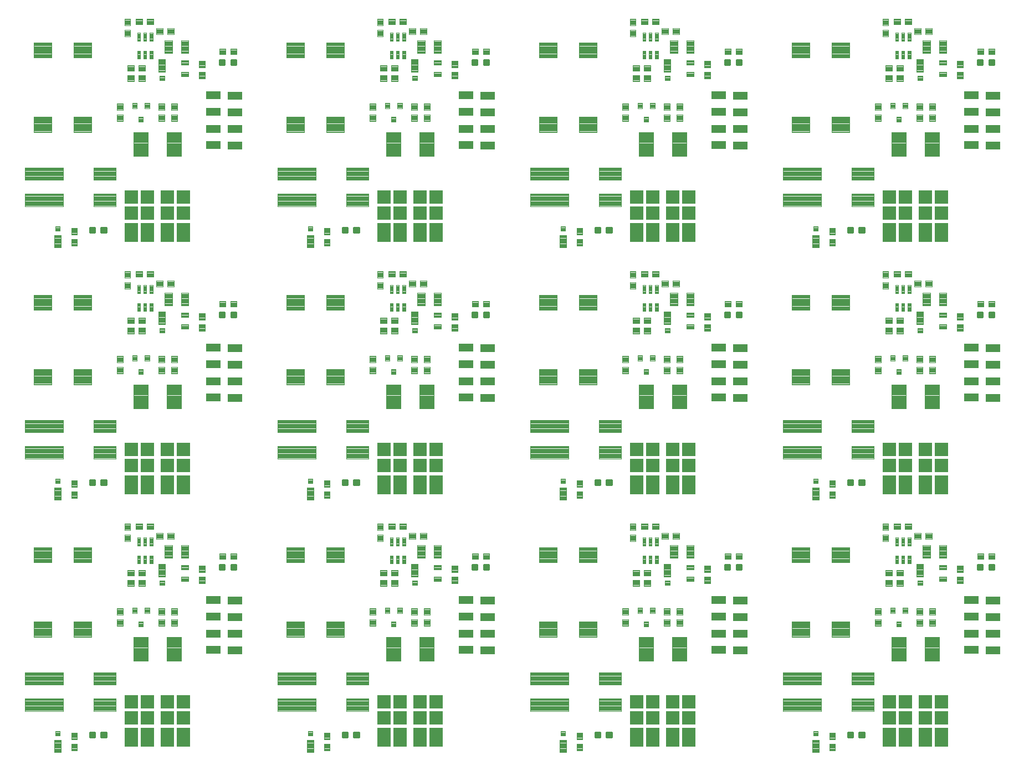
<source format=gtp>
G04 EAGLE Gerber RS-274X export*
G75*
%MOMM*%
%FSLAX34Y34*%
%LPD*%
%INSolderpaste Top*%
%IPPOS*%
%AMOC8*
5,1,8,0,0,1.08239X$1,22.5*%
G01*
%ADD10C,0.300000*%
%ADD11C,0.100000*%
%ADD12C,0.104000*%
%ADD13C,0.099209*%
%ADD14C,0.105663*%
%ADD15C,0.099000*%
%ADD16C,0.092800*%
%ADD17R,2.000000X2.000000*%
%ADD18R,2.000000X3.000000*%
%ADD19C,0.096000*%
%ADD20R,2.200000X1.200000*%


D10*
X143192Y31679D02*
X143192Y38679D01*
X150192Y38679D01*
X150192Y31679D01*
X143192Y31679D01*
X143192Y34529D02*
X150192Y34529D01*
X150192Y37379D02*
X143192Y37379D01*
X125652Y38679D02*
X125652Y31679D01*
X125652Y38679D02*
X132652Y38679D01*
X132652Y31679D01*
X125652Y31679D01*
X125652Y34529D02*
X132652Y34529D01*
X132652Y37379D02*
X125652Y37379D01*
D11*
X96998Y38697D02*
X96998Y28697D01*
X96998Y38697D02*
X105998Y38697D01*
X105998Y28697D01*
X96998Y28697D01*
X96998Y29647D02*
X105998Y29647D01*
X105998Y30597D02*
X96998Y30597D01*
X96998Y31547D02*
X105998Y31547D01*
X105998Y32497D02*
X96998Y32497D01*
X96998Y33447D02*
X105998Y33447D01*
X105998Y34397D02*
X96998Y34397D01*
X96998Y35347D02*
X105998Y35347D01*
X105998Y36297D02*
X96998Y36297D01*
X96998Y37247D02*
X105998Y37247D01*
X105998Y38197D02*
X96998Y38197D01*
X96998Y21697D02*
X96998Y11697D01*
X96998Y21697D02*
X105998Y21697D01*
X105998Y11697D01*
X96998Y11697D01*
X96998Y12647D02*
X105998Y12647D01*
X105998Y13597D02*
X96998Y13597D01*
X96998Y14547D02*
X105998Y14547D01*
X105998Y15497D02*
X96998Y15497D01*
X96998Y16447D02*
X105998Y16447D01*
X105998Y17397D02*
X96998Y17397D01*
X96998Y18347D02*
X105998Y18347D01*
X105998Y19297D02*
X96998Y19297D01*
X96998Y20247D02*
X105998Y20247D01*
X105998Y21197D02*
X96998Y21197D01*
X195542Y350059D02*
X205542Y350059D01*
X195542Y350059D02*
X195542Y359059D01*
X205542Y359059D01*
X205542Y350059D01*
X205542Y351009D02*
X195542Y351009D01*
X195542Y351959D02*
X205542Y351959D01*
X205542Y352909D02*
X195542Y352909D01*
X195542Y353859D02*
X205542Y353859D01*
X205542Y354809D02*
X195542Y354809D01*
X195542Y355759D02*
X205542Y355759D01*
X205542Y356709D02*
X195542Y356709D01*
X195542Y357659D02*
X205542Y357659D01*
X205542Y358609D02*
X195542Y358609D01*
X212542Y350059D02*
X222542Y350059D01*
X212542Y350059D02*
X212542Y359059D01*
X222542Y359059D01*
X222542Y350059D01*
X222542Y351009D02*
X212542Y351009D01*
X212542Y351959D02*
X222542Y351959D01*
X222542Y352909D02*
X212542Y352909D01*
X212542Y353859D02*
X222542Y353859D01*
X222542Y354809D02*
X212542Y354809D01*
X212542Y355759D02*
X222542Y355759D01*
X222542Y356709D02*
X212542Y356709D01*
X212542Y357659D02*
X222542Y357659D01*
X222542Y358609D02*
X212542Y358609D01*
X187329Y341991D02*
X187329Y331991D01*
X178329Y331991D01*
X178329Y341991D01*
X187329Y341991D01*
X187329Y332941D02*
X178329Y332941D01*
X178329Y333891D02*
X187329Y333891D01*
X187329Y334841D02*
X178329Y334841D01*
X178329Y335791D02*
X187329Y335791D01*
X187329Y336741D02*
X178329Y336741D01*
X178329Y337691D02*
X187329Y337691D01*
X187329Y338641D02*
X178329Y338641D01*
X178329Y339591D02*
X187329Y339591D01*
X187329Y340541D02*
X178329Y340541D01*
X178329Y341491D02*
X187329Y341491D01*
X187329Y348991D02*
X187329Y358991D01*
X187329Y348991D02*
X178329Y348991D01*
X178329Y358991D01*
X187329Y358991D01*
X187329Y349941D02*
X178329Y349941D01*
X178329Y350891D02*
X187329Y350891D01*
X187329Y351841D02*
X178329Y351841D01*
X178329Y352791D02*
X187329Y352791D01*
X187329Y353741D02*
X178329Y353741D01*
X178329Y354691D02*
X187329Y354691D01*
X187329Y355641D02*
X178329Y355641D01*
X178329Y356591D02*
X187329Y356591D01*
X187329Y357541D02*
X178329Y357541D01*
X178329Y358491D02*
X187329Y358491D01*
X226987Y335403D02*
X236987Y335403D01*
X226987Y335403D02*
X226987Y344403D01*
X236987Y344403D01*
X236987Y335403D01*
X236987Y336353D02*
X226987Y336353D01*
X226987Y337303D02*
X236987Y337303D01*
X236987Y338253D02*
X226987Y338253D01*
X226987Y339203D02*
X236987Y339203D01*
X236987Y340153D02*
X226987Y340153D01*
X226987Y341103D02*
X236987Y341103D01*
X236987Y342053D02*
X226987Y342053D01*
X226987Y343003D02*
X236987Y343003D01*
X236987Y343953D02*
X226987Y343953D01*
X243987Y335403D02*
X253987Y335403D01*
X243987Y335403D02*
X243987Y344403D01*
X253987Y344403D01*
X253987Y335403D01*
X253987Y336353D02*
X243987Y336353D01*
X243987Y337303D02*
X253987Y337303D01*
X253987Y338253D02*
X243987Y338253D01*
X243987Y339203D02*
X253987Y339203D01*
X253987Y340153D02*
X243987Y340153D01*
X243987Y341103D02*
X253987Y341103D01*
X253987Y342053D02*
X243987Y342053D01*
X243987Y343003D02*
X253987Y343003D01*
X253987Y343953D02*
X243987Y343953D01*
D12*
X264878Y295334D02*
X264878Y288374D01*
X264878Y295334D02*
X275838Y295334D01*
X275838Y288374D01*
X264878Y288374D01*
X264878Y289362D02*
X275838Y289362D01*
X275838Y290350D02*
X264878Y290350D01*
X264878Y291338D02*
X275838Y291338D01*
X275838Y292326D02*
X264878Y292326D01*
X264878Y293314D02*
X275838Y293314D01*
X275838Y294302D02*
X264878Y294302D01*
X264878Y295290D02*
X275838Y295290D01*
X264878Y277334D02*
X264878Y270374D01*
X264878Y277334D02*
X275838Y277334D01*
X275838Y270374D01*
X264878Y270374D01*
X264878Y271362D02*
X275838Y271362D01*
X275838Y272350D02*
X264878Y272350D01*
X264878Y273338D02*
X275838Y273338D01*
X275838Y274326D02*
X264878Y274326D01*
X264878Y275314D02*
X275838Y275314D01*
X275838Y276302D02*
X264878Y276302D01*
X264878Y277290D02*
X275838Y277290D01*
D11*
X209588Y272394D02*
X199588Y272394D01*
X209588Y272394D02*
X209588Y263394D01*
X199588Y263394D01*
X199588Y272394D01*
X199588Y264344D02*
X209588Y264344D01*
X209588Y265294D02*
X199588Y265294D01*
X199588Y266244D02*
X209588Y266244D01*
X209588Y267194D02*
X199588Y267194D01*
X199588Y268144D02*
X209588Y268144D01*
X209588Y269094D02*
X199588Y269094D01*
X199588Y270044D02*
X209588Y270044D01*
X209588Y270994D02*
X199588Y270994D01*
X199588Y271944D02*
X209588Y271944D01*
X192588Y272394D02*
X182588Y272394D01*
X192588Y272394D02*
X192588Y263394D01*
X182588Y263394D01*
X182588Y272394D01*
X182588Y264344D02*
X192588Y264344D01*
X192588Y265294D02*
X182588Y265294D01*
X182588Y266244D02*
X192588Y266244D01*
X192588Y267194D02*
X182588Y267194D01*
X182588Y268144D02*
X192588Y268144D01*
X192588Y269094D02*
X182588Y269094D01*
X182588Y270044D02*
X192588Y270044D01*
X192588Y270994D02*
X182588Y270994D01*
X182588Y271944D02*
X192588Y271944D01*
X291969Y284272D02*
X291969Y294272D01*
X300969Y294272D01*
X300969Y284272D01*
X291969Y284272D01*
X291969Y285222D02*
X300969Y285222D01*
X300969Y286172D02*
X291969Y286172D01*
X291969Y287122D02*
X300969Y287122D01*
X300969Y288072D02*
X291969Y288072D01*
X291969Y289022D02*
X300969Y289022D01*
X300969Y289972D02*
X291969Y289972D01*
X291969Y290922D02*
X300969Y290922D01*
X300969Y291872D02*
X291969Y291872D01*
X291969Y292822D02*
X300969Y292822D01*
X300969Y293772D02*
X291969Y293772D01*
X291969Y277272D02*
X291969Y267272D01*
X291969Y277272D02*
X300969Y277272D01*
X300969Y267272D01*
X291969Y267272D01*
X291969Y268222D02*
X300969Y268222D01*
X300969Y269172D02*
X291969Y269172D01*
X291969Y270122D02*
X300969Y270122D01*
X300969Y271072D02*
X291969Y271072D01*
X291969Y272022D02*
X300969Y272022D01*
X300969Y272972D02*
X291969Y272972D01*
X291969Y273922D02*
X300969Y273922D01*
X300969Y274872D02*
X291969Y274872D01*
X291969Y275822D02*
X300969Y275822D01*
X300969Y276772D02*
X291969Y276772D01*
X209613Y287837D02*
X199613Y287837D01*
X209613Y287837D02*
X209613Y278837D01*
X199613Y278837D01*
X199613Y287837D01*
X199613Y279787D02*
X209613Y279787D01*
X209613Y280737D02*
X199613Y280737D01*
X199613Y281687D02*
X209613Y281687D01*
X209613Y282637D02*
X199613Y282637D01*
X199613Y283587D02*
X209613Y283587D01*
X209613Y284537D02*
X199613Y284537D01*
X199613Y285487D02*
X209613Y285487D01*
X209613Y286437D02*
X199613Y286437D01*
X199613Y287387D02*
X209613Y287387D01*
X192613Y287837D02*
X182613Y287837D01*
X192613Y287837D02*
X192613Y278837D01*
X182613Y278837D01*
X182613Y287837D01*
X182613Y279787D02*
X192613Y279787D01*
X192613Y280737D02*
X182613Y280737D01*
X182613Y281687D02*
X192613Y281687D01*
X192613Y282637D02*
X182613Y282637D01*
X182613Y283587D02*
X192613Y283587D01*
X192613Y284537D02*
X182613Y284537D01*
X182613Y285487D02*
X192613Y285487D01*
X192613Y286437D02*
X182613Y286437D01*
X182613Y287387D02*
X192613Y287387D01*
X251154Y306335D02*
X251154Y325335D01*
X251154Y306335D02*
X239654Y306335D01*
X239654Y325335D01*
X251154Y325335D01*
X251154Y307285D02*
X239654Y307285D01*
X239654Y308235D02*
X251154Y308235D01*
X251154Y309185D02*
X239654Y309185D01*
X239654Y310135D02*
X251154Y310135D01*
X251154Y311085D02*
X239654Y311085D01*
X239654Y312035D02*
X251154Y312035D01*
X251154Y312985D02*
X239654Y312985D01*
X239654Y313935D02*
X251154Y313935D01*
X251154Y314885D02*
X239654Y314885D01*
X239654Y315835D02*
X251154Y315835D01*
X251154Y316785D02*
X239654Y316785D01*
X239654Y317735D02*
X251154Y317735D01*
X251154Y318685D02*
X239654Y318685D01*
X239654Y319635D02*
X251154Y319635D01*
X251154Y320585D02*
X239654Y320585D01*
X239654Y321535D02*
X251154Y321535D01*
X251154Y322485D02*
X239654Y322485D01*
X239654Y323435D02*
X251154Y323435D01*
X251154Y324385D02*
X239654Y324385D01*
X239654Y325335D02*
X251154Y325335D01*
X276154Y325335D02*
X276154Y306335D01*
X264654Y306335D01*
X264654Y325335D01*
X276154Y325335D01*
X276154Y307285D02*
X264654Y307285D01*
X264654Y308235D02*
X276154Y308235D01*
X276154Y309185D02*
X264654Y309185D01*
X264654Y310135D02*
X276154Y310135D01*
X276154Y311085D02*
X264654Y311085D01*
X264654Y312035D02*
X276154Y312035D01*
X276154Y312985D02*
X264654Y312985D01*
X264654Y313935D02*
X276154Y313935D01*
X276154Y314885D02*
X264654Y314885D01*
X264654Y315835D02*
X276154Y315835D01*
X276154Y316785D02*
X264654Y316785D01*
X264654Y317735D02*
X276154Y317735D01*
X276154Y318685D02*
X264654Y318685D01*
X264654Y319635D02*
X276154Y319635D01*
X276154Y320585D02*
X264654Y320585D01*
X264654Y321535D02*
X276154Y321535D01*
X276154Y322485D02*
X264654Y322485D01*
X264654Y323435D02*
X276154Y323435D01*
X276154Y324385D02*
X264654Y324385D01*
X264654Y325335D02*
X276154Y325335D01*
D13*
X230518Y296735D02*
X230518Y277661D01*
X230518Y296735D02*
X240550Y296735D01*
X240550Y277661D01*
X230518Y277661D01*
X230518Y278603D02*
X240550Y278603D01*
X240550Y279545D02*
X230518Y279545D01*
X230518Y280487D02*
X240550Y280487D01*
X240550Y281429D02*
X230518Y281429D01*
X230518Y282371D02*
X240550Y282371D01*
X240550Y283313D02*
X230518Y283313D01*
X230518Y284255D02*
X240550Y284255D01*
X240550Y285197D02*
X230518Y285197D01*
X230518Y286139D02*
X240550Y286139D01*
X240550Y287081D02*
X230518Y287081D01*
X230518Y288023D02*
X240550Y288023D01*
X240550Y288965D02*
X230518Y288965D01*
X230518Y289907D02*
X240550Y289907D01*
X240550Y290849D02*
X230518Y290849D01*
X230518Y291791D02*
X240550Y291791D01*
X240550Y292733D02*
X230518Y292733D01*
X230518Y293675D02*
X240550Y293675D01*
X240550Y294617D02*
X230518Y294617D01*
X230518Y295559D02*
X240550Y295559D01*
X240550Y296501D02*
X230518Y296501D01*
D14*
X231998Y271557D02*
X231998Y264485D01*
X231998Y271557D02*
X239070Y271557D01*
X239070Y264485D01*
X231998Y264485D01*
X231998Y265489D02*
X239070Y265489D01*
X239070Y266493D02*
X231998Y266493D01*
X231998Y267497D02*
X239070Y267497D01*
X239070Y268501D02*
X231998Y268501D01*
X231998Y269505D02*
X239070Y269505D01*
X239070Y270509D02*
X231998Y270509D01*
X231998Y271513D02*
X239070Y271513D01*
D15*
X221305Y337506D02*
X216795Y337506D01*
X221305Y337506D02*
X221305Y324996D01*
X216795Y324996D01*
X216795Y337506D01*
X216795Y325936D02*
X221305Y325936D01*
X221305Y326876D02*
X216795Y326876D01*
X216795Y327816D02*
X221305Y327816D01*
X221305Y328756D02*
X216795Y328756D01*
X216795Y329696D02*
X221305Y329696D01*
X221305Y330636D02*
X216795Y330636D01*
X216795Y331576D02*
X221305Y331576D01*
X221305Y332516D02*
X216795Y332516D01*
X216795Y333456D02*
X221305Y333456D01*
X221305Y334396D02*
X216795Y334396D01*
X216795Y335336D02*
X221305Y335336D01*
X221305Y336276D02*
X216795Y336276D01*
X216795Y337216D02*
X221305Y337216D01*
X211805Y337506D02*
X207295Y337506D01*
X211805Y337506D02*
X211805Y324996D01*
X207295Y324996D01*
X207295Y337506D01*
X207295Y325936D02*
X211805Y325936D01*
X211805Y326876D02*
X207295Y326876D01*
X207295Y327816D02*
X211805Y327816D01*
X211805Y328756D02*
X207295Y328756D01*
X207295Y329696D02*
X211805Y329696D01*
X211805Y330636D02*
X207295Y330636D01*
X207295Y331576D02*
X211805Y331576D01*
X211805Y332516D02*
X207295Y332516D01*
X207295Y333456D02*
X211805Y333456D01*
X211805Y334396D02*
X207295Y334396D01*
X207295Y335336D02*
X211805Y335336D01*
X211805Y336276D02*
X207295Y336276D01*
X207295Y337216D02*
X211805Y337216D01*
X202305Y337506D02*
X197795Y337506D01*
X202305Y337506D02*
X202305Y324996D01*
X197795Y324996D01*
X197795Y337506D01*
X197795Y325936D02*
X202305Y325936D01*
X202305Y326876D02*
X197795Y326876D01*
X197795Y327816D02*
X202305Y327816D01*
X202305Y328756D02*
X197795Y328756D01*
X197795Y329696D02*
X202305Y329696D01*
X202305Y330636D02*
X197795Y330636D01*
X197795Y331576D02*
X202305Y331576D01*
X202305Y332516D02*
X197795Y332516D01*
X197795Y333456D02*
X202305Y333456D01*
X202305Y334396D02*
X197795Y334396D01*
X197795Y335336D02*
X202305Y335336D01*
X202305Y336276D02*
X197795Y336276D01*
X197795Y337216D02*
X202305Y337216D01*
X202305Y310004D02*
X197795Y310004D01*
X202305Y310004D02*
X202305Y297494D01*
X197795Y297494D01*
X197795Y310004D01*
X197795Y298434D02*
X202305Y298434D01*
X202305Y299374D02*
X197795Y299374D01*
X197795Y300314D02*
X202305Y300314D01*
X202305Y301254D02*
X197795Y301254D01*
X197795Y302194D02*
X202305Y302194D01*
X202305Y303134D02*
X197795Y303134D01*
X197795Y304074D02*
X202305Y304074D01*
X202305Y305014D02*
X197795Y305014D01*
X197795Y305954D02*
X202305Y305954D01*
X202305Y306894D02*
X197795Y306894D01*
X197795Y307834D02*
X202305Y307834D01*
X202305Y308774D02*
X197795Y308774D01*
X197795Y309714D02*
X202305Y309714D01*
X207295Y310004D02*
X211805Y310004D01*
X211805Y297494D01*
X207295Y297494D01*
X207295Y310004D01*
X207295Y298434D02*
X211805Y298434D01*
X211805Y299374D02*
X207295Y299374D01*
X207295Y300314D02*
X211805Y300314D01*
X211805Y301254D02*
X207295Y301254D01*
X207295Y302194D02*
X211805Y302194D01*
X211805Y303134D02*
X207295Y303134D01*
X207295Y304074D02*
X211805Y304074D01*
X211805Y305014D02*
X207295Y305014D01*
X207295Y305954D02*
X211805Y305954D01*
X211805Y306894D02*
X207295Y306894D01*
X207295Y307834D02*
X211805Y307834D01*
X211805Y308774D02*
X207295Y308774D01*
X207295Y309714D02*
X211805Y309714D01*
X216795Y310004D02*
X221305Y310004D01*
X221305Y297494D01*
X216795Y297494D01*
X216795Y310004D01*
X216795Y298434D02*
X221305Y298434D01*
X221305Y299374D02*
X216795Y299374D01*
X216795Y300314D02*
X221305Y300314D01*
X221305Y301254D02*
X216795Y301254D01*
X216795Y302194D02*
X221305Y302194D01*
X221305Y303134D02*
X216795Y303134D01*
X216795Y304074D02*
X221305Y304074D01*
X221305Y305014D02*
X216795Y305014D01*
X216795Y305954D02*
X221305Y305954D01*
X221305Y306894D02*
X216795Y306894D01*
X216795Y307834D02*
X221305Y307834D01*
X221305Y308774D02*
X216795Y308774D01*
X216795Y309714D02*
X221305Y309714D01*
D16*
X242864Y185556D02*
X265136Y185556D01*
X265136Y148384D01*
X242864Y148384D01*
X242864Y185556D01*
X242864Y149266D02*
X265136Y149266D01*
X265136Y150148D02*
X242864Y150148D01*
X242864Y151030D02*
X265136Y151030D01*
X265136Y151912D02*
X242864Y151912D01*
X242864Y152794D02*
X265136Y152794D01*
X265136Y153676D02*
X242864Y153676D01*
X242864Y154558D02*
X265136Y154558D01*
X265136Y155440D02*
X242864Y155440D01*
X242864Y156322D02*
X265136Y156322D01*
X265136Y157204D02*
X242864Y157204D01*
X242864Y158086D02*
X265136Y158086D01*
X265136Y158968D02*
X242864Y158968D01*
X242864Y159850D02*
X265136Y159850D01*
X265136Y160732D02*
X242864Y160732D01*
X242864Y161614D02*
X265136Y161614D01*
X265136Y162496D02*
X242864Y162496D01*
X242864Y163378D02*
X265136Y163378D01*
X265136Y164260D02*
X242864Y164260D01*
X242864Y165142D02*
X265136Y165142D01*
X265136Y166024D02*
X242864Y166024D01*
X242864Y166906D02*
X265136Y166906D01*
X265136Y167788D02*
X242864Y167788D01*
X242864Y168670D02*
X265136Y168670D01*
X265136Y169552D02*
X242864Y169552D01*
X242864Y170434D02*
X265136Y170434D01*
X265136Y171316D02*
X242864Y171316D01*
X242864Y172198D02*
X265136Y172198D01*
X265136Y173080D02*
X242864Y173080D01*
X242864Y173962D02*
X265136Y173962D01*
X265136Y174844D02*
X242864Y174844D01*
X242864Y175726D02*
X265136Y175726D01*
X265136Y176608D02*
X242864Y176608D01*
X242864Y177490D02*
X265136Y177490D01*
X265136Y178372D02*
X242864Y178372D01*
X242864Y179254D02*
X265136Y179254D01*
X265136Y180136D02*
X242864Y180136D01*
X242864Y181018D02*
X265136Y181018D01*
X265136Y181900D02*
X242864Y181900D01*
X242864Y182782D02*
X265136Y182782D01*
X265136Y183664D02*
X242864Y183664D01*
X242864Y184546D02*
X265136Y184546D01*
X265136Y185428D02*
X242864Y185428D01*
X214336Y185556D02*
X192064Y185556D01*
X214336Y185556D02*
X214336Y148384D01*
X192064Y148384D01*
X192064Y185556D01*
X192064Y149266D02*
X214336Y149266D01*
X214336Y150148D02*
X192064Y150148D01*
X192064Y151030D02*
X214336Y151030D01*
X214336Y151912D02*
X192064Y151912D01*
X192064Y152794D02*
X214336Y152794D01*
X214336Y153676D02*
X192064Y153676D01*
X192064Y154558D02*
X214336Y154558D01*
X214336Y155440D02*
X192064Y155440D01*
X192064Y156322D02*
X214336Y156322D01*
X214336Y157204D02*
X192064Y157204D01*
X192064Y158086D02*
X214336Y158086D01*
X214336Y158968D02*
X192064Y158968D01*
X192064Y159850D02*
X214336Y159850D01*
X214336Y160732D02*
X192064Y160732D01*
X192064Y161614D02*
X214336Y161614D01*
X214336Y162496D02*
X192064Y162496D01*
X192064Y163378D02*
X214336Y163378D01*
X214336Y164260D02*
X192064Y164260D01*
X192064Y165142D02*
X214336Y165142D01*
X214336Y166024D02*
X192064Y166024D01*
X192064Y166906D02*
X214336Y166906D01*
X214336Y167788D02*
X192064Y167788D01*
X192064Y168670D02*
X214336Y168670D01*
X214336Y169552D02*
X192064Y169552D01*
X192064Y170434D02*
X214336Y170434D01*
X214336Y171316D02*
X192064Y171316D01*
X192064Y172198D02*
X214336Y172198D01*
X214336Y173080D02*
X192064Y173080D01*
X192064Y173962D02*
X214336Y173962D01*
X214336Y174844D02*
X192064Y174844D01*
X192064Y175726D02*
X214336Y175726D01*
X214336Y176608D02*
X192064Y176608D01*
X192064Y177490D02*
X214336Y177490D01*
X214336Y178372D02*
X192064Y178372D01*
X192064Y179254D02*
X214336Y179254D01*
X214336Y180136D02*
X192064Y180136D01*
X192064Y181018D02*
X214336Y181018D01*
X214336Y181900D02*
X192064Y181900D01*
X192064Y182782D02*
X214336Y182782D01*
X214336Y183664D02*
X192064Y183664D01*
X192064Y184546D02*
X214336Y184546D01*
X214336Y185428D02*
X192064Y185428D01*
D17*
X243600Y86520D03*
X268600Y86520D03*
X268600Y61520D03*
X243600Y61520D03*
D18*
X268600Y31520D03*
D17*
X188600Y86520D03*
X213600Y86520D03*
X213600Y61520D03*
X188600Y61520D03*
D18*
X243600Y31520D03*
X213600Y31520D03*
X188600Y31520D03*
D11*
X249500Y219400D02*
X249500Y229400D01*
X258500Y229400D01*
X258500Y219400D01*
X249500Y219400D01*
X249500Y220350D02*
X258500Y220350D01*
X258500Y221300D02*
X249500Y221300D01*
X249500Y222250D02*
X258500Y222250D01*
X258500Y223200D02*
X249500Y223200D01*
X249500Y224150D02*
X258500Y224150D01*
X258500Y225100D02*
X249500Y225100D01*
X249500Y226050D02*
X258500Y226050D01*
X258500Y227000D02*
X249500Y227000D01*
X249500Y227950D02*
X258500Y227950D01*
X258500Y228900D02*
X249500Y228900D01*
X249500Y212400D02*
X249500Y202400D01*
X249500Y212400D02*
X258500Y212400D01*
X258500Y202400D01*
X249500Y202400D01*
X249500Y203350D02*
X258500Y203350D01*
X258500Y204300D02*
X249500Y204300D01*
X249500Y205250D02*
X258500Y205250D01*
X258500Y206200D02*
X249500Y206200D01*
X249500Y207150D02*
X258500Y207150D01*
X258500Y208100D02*
X249500Y208100D01*
X249500Y209050D02*
X258500Y209050D01*
X258500Y210000D02*
X249500Y210000D01*
X249500Y210950D02*
X258500Y210950D01*
X258500Y211900D02*
X249500Y211900D01*
D13*
X81216Y27952D02*
X81216Y8878D01*
X71184Y8878D01*
X71184Y27952D01*
X81216Y27952D01*
X81216Y9820D02*
X71184Y9820D01*
X71184Y10762D02*
X81216Y10762D01*
X81216Y11704D02*
X71184Y11704D01*
X71184Y12646D02*
X81216Y12646D01*
X81216Y13588D02*
X71184Y13588D01*
X71184Y14530D02*
X81216Y14530D01*
X81216Y15472D02*
X71184Y15472D01*
X71184Y16414D02*
X81216Y16414D01*
X81216Y17356D02*
X71184Y17356D01*
X71184Y18298D02*
X81216Y18298D01*
X81216Y19240D02*
X71184Y19240D01*
X71184Y20182D02*
X81216Y20182D01*
X81216Y21124D02*
X71184Y21124D01*
X71184Y22066D02*
X81216Y22066D01*
X81216Y23008D02*
X71184Y23008D01*
X71184Y23950D02*
X81216Y23950D01*
X81216Y24892D02*
X71184Y24892D01*
X71184Y25834D02*
X81216Y25834D01*
X81216Y26776D02*
X71184Y26776D01*
X71184Y27718D02*
X81216Y27718D01*
D14*
X79736Y34056D02*
X79736Y41128D01*
X79736Y34056D02*
X72664Y34056D01*
X72664Y41128D01*
X79736Y41128D01*
X79736Y35060D02*
X72664Y35060D01*
X72664Y36064D02*
X79736Y36064D01*
X79736Y37068D02*
X72664Y37068D01*
X72664Y38072D02*
X79736Y38072D01*
X79736Y39076D02*
X72664Y39076D01*
X72664Y40080D02*
X79736Y40080D01*
X79736Y41084D02*
X72664Y41084D01*
D19*
X66860Y299480D02*
X39820Y299480D01*
X39820Y322520D01*
X66860Y322520D01*
X66860Y299480D01*
X66860Y300392D02*
X39820Y300392D01*
X39820Y301304D02*
X66860Y301304D01*
X66860Y302216D02*
X39820Y302216D01*
X39820Y303128D02*
X66860Y303128D01*
X66860Y304040D02*
X39820Y304040D01*
X39820Y304952D02*
X66860Y304952D01*
X66860Y305864D02*
X39820Y305864D01*
X39820Y306776D02*
X66860Y306776D01*
X66860Y307688D02*
X39820Y307688D01*
X39820Y308600D02*
X66860Y308600D01*
X66860Y309512D02*
X39820Y309512D01*
X39820Y310424D02*
X66860Y310424D01*
X66860Y311336D02*
X39820Y311336D01*
X39820Y312248D02*
X66860Y312248D01*
X66860Y313160D02*
X39820Y313160D01*
X39820Y314072D02*
X66860Y314072D01*
X66860Y314984D02*
X39820Y314984D01*
X39820Y315896D02*
X66860Y315896D01*
X66860Y316808D02*
X39820Y316808D01*
X39820Y317720D02*
X66860Y317720D01*
X66860Y318632D02*
X39820Y318632D01*
X39820Y319544D02*
X66860Y319544D01*
X66860Y320456D02*
X39820Y320456D01*
X39820Y321368D02*
X66860Y321368D01*
X66860Y322280D02*
X39820Y322280D01*
X39820Y185480D02*
X66860Y185480D01*
X39820Y185480D02*
X39820Y208520D01*
X66860Y208520D01*
X66860Y185480D01*
X66860Y186392D02*
X39820Y186392D01*
X39820Y187304D02*
X66860Y187304D01*
X66860Y188216D02*
X39820Y188216D01*
X39820Y189128D02*
X66860Y189128D01*
X66860Y190040D02*
X39820Y190040D01*
X39820Y190952D02*
X66860Y190952D01*
X66860Y191864D02*
X39820Y191864D01*
X39820Y192776D02*
X66860Y192776D01*
X66860Y193688D02*
X39820Y193688D01*
X39820Y194600D02*
X66860Y194600D01*
X66860Y195512D02*
X39820Y195512D01*
X39820Y196424D02*
X66860Y196424D01*
X66860Y197336D02*
X39820Y197336D01*
X39820Y198248D02*
X66860Y198248D01*
X66860Y199160D02*
X39820Y199160D01*
X39820Y200072D02*
X66860Y200072D01*
X66860Y200984D02*
X39820Y200984D01*
X39820Y201896D02*
X66860Y201896D01*
X66860Y202808D02*
X39820Y202808D01*
X39820Y203720D02*
X66860Y203720D01*
X66860Y204632D02*
X39820Y204632D01*
X39820Y205544D02*
X66860Y205544D01*
X66860Y206456D02*
X39820Y206456D01*
X39820Y207368D02*
X66860Y207368D01*
X66860Y208280D02*
X39820Y208280D01*
X100820Y299480D02*
X127860Y299480D01*
X100820Y299480D02*
X100820Y322520D01*
X127860Y322520D01*
X127860Y299480D01*
X127860Y300392D02*
X100820Y300392D01*
X100820Y301304D02*
X127860Y301304D01*
X127860Y302216D02*
X100820Y302216D01*
X100820Y303128D02*
X127860Y303128D01*
X127860Y304040D02*
X100820Y304040D01*
X100820Y304952D02*
X127860Y304952D01*
X127860Y305864D02*
X100820Y305864D01*
X100820Y306776D02*
X127860Y306776D01*
X127860Y307688D02*
X100820Y307688D01*
X100820Y308600D02*
X127860Y308600D01*
X127860Y309512D02*
X100820Y309512D01*
X100820Y310424D02*
X127860Y310424D01*
X127860Y311336D02*
X100820Y311336D01*
X100820Y312248D02*
X127860Y312248D01*
X127860Y313160D02*
X100820Y313160D01*
X100820Y314072D02*
X127860Y314072D01*
X127860Y314984D02*
X100820Y314984D01*
X100820Y315896D02*
X127860Y315896D01*
X127860Y316808D02*
X100820Y316808D01*
X100820Y317720D02*
X127860Y317720D01*
X127860Y318632D02*
X100820Y318632D01*
X100820Y319544D02*
X127860Y319544D01*
X127860Y320456D02*
X100820Y320456D01*
X100820Y321368D02*
X127860Y321368D01*
X127860Y322280D02*
X100820Y322280D01*
X100820Y185480D02*
X127860Y185480D01*
X100820Y185480D02*
X100820Y208520D01*
X127860Y208520D01*
X127860Y185480D01*
X127860Y186392D02*
X100820Y186392D01*
X100820Y187304D02*
X127860Y187304D01*
X127860Y188216D02*
X100820Y188216D01*
X100820Y189128D02*
X127860Y189128D01*
X127860Y190040D02*
X100820Y190040D01*
X100820Y190952D02*
X127860Y190952D01*
X127860Y191864D02*
X100820Y191864D01*
X100820Y192776D02*
X127860Y192776D01*
X127860Y193688D02*
X100820Y193688D01*
X100820Y194600D02*
X127860Y194600D01*
X127860Y195512D02*
X100820Y195512D01*
X100820Y196424D02*
X127860Y196424D01*
X127860Y197336D02*
X100820Y197336D01*
X100820Y198248D02*
X127860Y198248D01*
X127860Y199160D02*
X100820Y199160D01*
X100820Y200072D02*
X127860Y200072D01*
X127860Y200984D02*
X100820Y200984D01*
X100820Y201896D02*
X127860Y201896D01*
X127860Y202808D02*
X100820Y202808D01*
X100820Y203720D02*
X127860Y203720D01*
X127860Y204632D02*
X100820Y204632D01*
X100820Y205544D02*
X127860Y205544D01*
X127860Y206456D02*
X100820Y206456D01*
X100820Y207368D02*
X127860Y207368D01*
X127860Y208280D02*
X100820Y208280D01*
D11*
X130750Y72100D02*
X164750Y72100D01*
X130750Y72100D02*
X130750Y91100D01*
X164750Y91100D01*
X164750Y72100D01*
X164750Y73050D02*
X130750Y73050D01*
X130750Y74000D02*
X164750Y74000D01*
X164750Y74950D02*
X130750Y74950D01*
X130750Y75900D02*
X164750Y75900D01*
X164750Y76850D02*
X130750Y76850D01*
X130750Y77800D02*
X164750Y77800D01*
X164750Y78750D02*
X130750Y78750D01*
X130750Y79700D02*
X164750Y79700D01*
X164750Y80650D02*
X130750Y80650D01*
X130750Y81600D02*
X164750Y81600D01*
X164750Y82550D02*
X130750Y82550D01*
X130750Y83500D02*
X164750Y83500D01*
X164750Y84450D02*
X130750Y84450D01*
X130750Y85400D02*
X164750Y85400D01*
X164750Y86350D02*
X130750Y86350D01*
X130750Y87300D02*
X164750Y87300D01*
X164750Y88250D02*
X130750Y88250D01*
X130750Y89200D02*
X164750Y89200D01*
X164750Y90150D02*
X130750Y90150D01*
X130750Y91100D02*
X164750Y91100D01*
X164750Y112100D02*
X130750Y112100D01*
X130750Y131100D01*
X164750Y131100D01*
X164750Y112100D01*
X164750Y113050D02*
X130750Y113050D01*
X130750Y114000D02*
X164750Y114000D01*
X164750Y114950D02*
X130750Y114950D01*
X130750Y115900D02*
X164750Y115900D01*
X164750Y116850D02*
X130750Y116850D01*
X130750Y117800D02*
X164750Y117800D01*
X164750Y118750D02*
X130750Y118750D01*
X130750Y119700D02*
X164750Y119700D01*
X164750Y120650D02*
X130750Y120650D01*
X130750Y121600D02*
X164750Y121600D01*
X164750Y122550D02*
X130750Y122550D01*
X130750Y123500D02*
X164750Y123500D01*
X164750Y124450D02*
X130750Y124450D01*
X130750Y125400D02*
X164750Y125400D01*
X164750Y126350D02*
X130750Y126350D01*
X130750Y127300D02*
X164750Y127300D01*
X164750Y128250D02*
X130750Y128250D01*
X130750Y129200D02*
X164750Y129200D01*
X164750Y130150D02*
X130750Y130150D01*
X130750Y131100D02*
X164750Y131100D01*
X84750Y72100D02*
X25750Y72100D01*
X25750Y91100D01*
X84750Y91100D01*
X84750Y72100D01*
X84750Y73050D02*
X25750Y73050D01*
X25750Y74000D02*
X84750Y74000D01*
X84750Y74950D02*
X25750Y74950D01*
X25750Y75900D02*
X84750Y75900D01*
X84750Y76850D02*
X25750Y76850D01*
X25750Y77800D02*
X84750Y77800D01*
X84750Y78750D02*
X25750Y78750D01*
X25750Y79700D02*
X84750Y79700D01*
X84750Y80650D02*
X25750Y80650D01*
X25750Y81600D02*
X84750Y81600D01*
X84750Y82550D02*
X25750Y82550D01*
X25750Y83500D02*
X84750Y83500D01*
X84750Y84450D02*
X25750Y84450D01*
X25750Y85400D02*
X84750Y85400D01*
X84750Y86350D02*
X25750Y86350D01*
X25750Y87300D02*
X84750Y87300D01*
X84750Y88250D02*
X25750Y88250D01*
X25750Y89200D02*
X84750Y89200D01*
X84750Y90150D02*
X25750Y90150D01*
X25750Y91100D02*
X84750Y91100D01*
X84750Y112100D02*
X25750Y112100D01*
X25750Y131100D01*
X84750Y131100D01*
X84750Y112100D01*
X84750Y113050D02*
X25750Y113050D01*
X25750Y114000D02*
X84750Y114000D01*
X84750Y114950D02*
X25750Y114950D01*
X25750Y115900D02*
X84750Y115900D01*
X84750Y116850D02*
X25750Y116850D01*
X25750Y117800D02*
X84750Y117800D01*
X84750Y118750D02*
X25750Y118750D01*
X25750Y119700D02*
X84750Y119700D01*
X84750Y120650D02*
X25750Y120650D01*
X25750Y121600D02*
X84750Y121600D01*
X84750Y122550D02*
X25750Y122550D01*
X25750Y123500D02*
X84750Y123500D01*
X84750Y124450D02*
X25750Y124450D01*
X25750Y125400D02*
X84750Y125400D01*
X84750Y126350D02*
X25750Y126350D01*
X25750Y127300D02*
X84750Y127300D01*
X84750Y128250D02*
X25750Y128250D01*
X25750Y129200D02*
X84750Y129200D01*
X84750Y130150D02*
X25750Y130150D01*
X25750Y131100D02*
X84750Y131100D01*
D12*
X209220Y229880D02*
X216180Y229880D01*
X216180Y221920D01*
X209220Y221920D01*
X209220Y229880D01*
X209220Y222908D02*
X216180Y222908D01*
X216180Y223896D02*
X209220Y223896D01*
X209220Y224884D02*
X216180Y224884D01*
X216180Y225872D02*
X209220Y225872D01*
X209220Y226860D02*
X216180Y226860D01*
X216180Y227848D02*
X209220Y227848D01*
X209220Y228836D02*
X216180Y228836D01*
X216180Y229824D02*
X209220Y229824D01*
X197180Y229880D02*
X190220Y229880D01*
X197180Y229880D02*
X197180Y221920D01*
X190220Y221920D01*
X190220Y229880D01*
X190220Y222908D02*
X197180Y222908D01*
X197180Y223896D02*
X190220Y223896D01*
X190220Y224884D02*
X197180Y224884D01*
X197180Y225872D02*
X190220Y225872D01*
X190220Y226860D02*
X197180Y226860D01*
X197180Y227848D02*
X190220Y227848D01*
X190220Y228836D02*
X197180Y228836D01*
X197180Y229824D02*
X190220Y229824D01*
X199720Y208880D02*
X206680Y208880D01*
X206680Y200920D01*
X199720Y200920D01*
X199720Y208880D01*
X199720Y201908D02*
X206680Y201908D01*
X206680Y202896D02*
X199720Y202896D01*
X199720Y203884D02*
X206680Y203884D01*
X206680Y204872D02*
X199720Y204872D01*
X199720Y205860D02*
X206680Y205860D01*
X206680Y206848D02*
X199720Y206848D01*
X199720Y207836D02*
X206680Y207836D01*
X206680Y208824D02*
X199720Y208824D01*
D11*
X175950Y212400D02*
X175950Y202400D01*
X166950Y202400D01*
X166950Y212400D01*
X175950Y212400D01*
X175950Y203350D02*
X166950Y203350D01*
X166950Y204300D02*
X175950Y204300D01*
X175950Y205250D02*
X166950Y205250D01*
X166950Y206200D02*
X175950Y206200D01*
X175950Y207150D02*
X166950Y207150D01*
X166950Y208100D02*
X175950Y208100D01*
X175950Y209050D02*
X166950Y209050D01*
X166950Y210000D02*
X175950Y210000D01*
X175950Y210950D02*
X166950Y210950D01*
X166950Y211900D02*
X175950Y211900D01*
X175950Y219400D02*
X175950Y229400D01*
X175950Y219400D02*
X166950Y219400D01*
X166950Y229400D01*
X175950Y229400D01*
X175950Y220350D02*
X166950Y220350D01*
X166950Y221300D02*
X175950Y221300D01*
X175950Y222250D02*
X166950Y222250D01*
X166950Y223200D02*
X175950Y223200D01*
X175950Y224150D02*
X166950Y224150D01*
X166950Y225100D02*
X175950Y225100D01*
X175950Y226050D02*
X166950Y226050D01*
X166950Y227000D02*
X175950Y227000D01*
X175950Y227950D02*
X166950Y227950D01*
X166950Y228900D02*
X175950Y228900D01*
X230450Y229400D02*
X230450Y219400D01*
X230450Y229400D02*
X239450Y229400D01*
X239450Y219400D01*
X230450Y219400D01*
X230450Y220350D02*
X239450Y220350D01*
X239450Y221300D02*
X230450Y221300D01*
X230450Y222250D02*
X239450Y222250D01*
X239450Y223200D02*
X230450Y223200D01*
X230450Y224150D02*
X239450Y224150D01*
X239450Y225100D02*
X230450Y225100D01*
X230450Y226050D02*
X239450Y226050D01*
X239450Y227000D02*
X230450Y227000D01*
X230450Y227950D02*
X239450Y227950D01*
X239450Y228900D02*
X230450Y228900D01*
X230450Y212400D02*
X230450Y202400D01*
X230450Y212400D02*
X239450Y212400D01*
X239450Y202400D01*
X230450Y202400D01*
X230450Y203350D02*
X239450Y203350D01*
X239450Y204300D02*
X230450Y204300D01*
X230450Y205250D02*
X239450Y205250D01*
X239450Y206200D02*
X230450Y206200D01*
X230450Y207150D02*
X239450Y207150D01*
X239450Y208100D02*
X230450Y208100D01*
X230450Y209050D02*
X239450Y209050D01*
X239450Y210000D02*
X230450Y210000D01*
X230450Y210950D02*
X239450Y210950D01*
X239450Y211900D02*
X230450Y211900D01*
D10*
X341820Y288600D02*
X341820Y295600D01*
X348820Y295600D01*
X348820Y288600D01*
X341820Y288600D01*
X341820Y291450D02*
X348820Y291450D01*
X348820Y294300D02*
X341820Y294300D01*
X324280Y295600D02*
X324280Y288600D01*
X324280Y295600D02*
X331280Y295600D01*
X331280Y288600D01*
X324280Y288600D01*
X324280Y291450D02*
X331280Y291450D01*
X331280Y294300D02*
X324280Y294300D01*
D11*
X339923Y313237D02*
X349923Y313237D01*
X349923Y304237D01*
X339923Y304237D01*
X339923Y313237D01*
X339923Y305187D02*
X349923Y305187D01*
X349923Y306137D02*
X339923Y306137D01*
X339923Y307087D02*
X349923Y307087D01*
X349923Y308037D02*
X339923Y308037D01*
X339923Y308987D02*
X349923Y308987D01*
X349923Y309937D02*
X339923Y309937D01*
X339923Y310887D02*
X349923Y310887D01*
X349923Y311837D02*
X339923Y311837D01*
X339923Y312787D02*
X349923Y312787D01*
X332923Y313237D02*
X322923Y313237D01*
X332923Y313237D02*
X332923Y304237D01*
X322923Y304237D01*
X322923Y313237D01*
X322923Y305187D02*
X332923Y305187D01*
X332923Y306137D02*
X322923Y306137D01*
X322923Y307087D02*
X332923Y307087D01*
X332923Y308037D02*
X322923Y308037D01*
X322923Y308987D02*
X332923Y308987D01*
X332923Y309937D02*
X322923Y309937D01*
X322923Y310887D02*
X332923Y310887D01*
X332923Y311837D02*
X322923Y311837D01*
X322923Y312787D02*
X332923Y312787D01*
X337200Y236800D02*
X356200Y236800D01*
X337200Y236800D02*
X337200Y245800D01*
X356200Y245800D01*
X356200Y236800D01*
X356200Y237750D02*
X337200Y237750D01*
X337200Y238700D02*
X356200Y238700D01*
X356200Y239650D02*
X337200Y239650D01*
X337200Y240600D02*
X356200Y240600D01*
X356200Y241550D02*
X337200Y241550D01*
X337200Y242500D02*
X356200Y242500D01*
X356200Y243450D02*
X337200Y243450D01*
X337200Y244400D02*
X356200Y244400D01*
X356200Y245350D02*
X337200Y245350D01*
D20*
X313600Y216100D03*
X346600Y215900D03*
X313600Y241500D03*
X346600Y241300D03*
X313600Y190600D03*
X346600Y190400D03*
X313600Y165300D03*
X346600Y165100D03*
D11*
X337200Y211400D02*
X356200Y211400D01*
X337200Y211400D02*
X337200Y220400D01*
X356200Y220400D01*
X356200Y211400D01*
X356200Y212350D02*
X337200Y212350D01*
X337200Y213300D02*
X356200Y213300D01*
X356200Y214250D02*
X337200Y214250D01*
X337200Y215200D02*
X356200Y215200D01*
X356200Y216150D02*
X337200Y216150D01*
X337200Y217100D02*
X356200Y217100D01*
X356200Y218050D02*
X337200Y218050D01*
X337200Y219000D02*
X356200Y219000D01*
X356200Y219950D02*
X337200Y219950D01*
D10*
X529272Y38679D02*
X529272Y31679D01*
X529272Y38679D02*
X536272Y38679D01*
X536272Y31679D01*
X529272Y31679D01*
X529272Y34529D02*
X536272Y34529D01*
X536272Y37379D02*
X529272Y37379D01*
X511732Y38679D02*
X511732Y31679D01*
X511732Y38679D02*
X518732Y38679D01*
X518732Y31679D01*
X511732Y31679D01*
X511732Y34529D02*
X518732Y34529D01*
X518732Y37379D02*
X511732Y37379D01*
D11*
X483078Y38697D02*
X483078Y28697D01*
X483078Y38697D02*
X492078Y38697D01*
X492078Y28697D01*
X483078Y28697D01*
X483078Y29647D02*
X492078Y29647D01*
X492078Y30597D02*
X483078Y30597D01*
X483078Y31547D02*
X492078Y31547D01*
X492078Y32497D02*
X483078Y32497D01*
X483078Y33447D02*
X492078Y33447D01*
X492078Y34397D02*
X483078Y34397D01*
X483078Y35347D02*
X492078Y35347D01*
X492078Y36297D02*
X483078Y36297D01*
X483078Y37247D02*
X492078Y37247D01*
X492078Y38197D02*
X483078Y38197D01*
X483078Y21697D02*
X483078Y11697D01*
X483078Y21697D02*
X492078Y21697D01*
X492078Y11697D01*
X483078Y11697D01*
X483078Y12647D02*
X492078Y12647D01*
X492078Y13597D02*
X483078Y13597D01*
X483078Y14547D02*
X492078Y14547D01*
X492078Y15497D02*
X483078Y15497D01*
X483078Y16447D02*
X492078Y16447D01*
X492078Y17397D02*
X483078Y17397D01*
X483078Y18347D02*
X492078Y18347D01*
X492078Y19297D02*
X483078Y19297D01*
X483078Y20247D02*
X492078Y20247D01*
X492078Y21197D02*
X483078Y21197D01*
X581622Y350059D02*
X591622Y350059D01*
X581622Y350059D02*
X581622Y359059D01*
X591622Y359059D01*
X591622Y350059D01*
X591622Y351009D02*
X581622Y351009D01*
X581622Y351959D02*
X591622Y351959D01*
X591622Y352909D02*
X581622Y352909D01*
X581622Y353859D02*
X591622Y353859D01*
X591622Y354809D02*
X581622Y354809D01*
X581622Y355759D02*
X591622Y355759D01*
X591622Y356709D02*
X581622Y356709D01*
X581622Y357659D02*
X591622Y357659D01*
X591622Y358609D02*
X581622Y358609D01*
X598622Y350059D02*
X608622Y350059D01*
X598622Y350059D02*
X598622Y359059D01*
X608622Y359059D01*
X608622Y350059D01*
X608622Y351009D02*
X598622Y351009D01*
X598622Y351959D02*
X608622Y351959D01*
X608622Y352909D02*
X598622Y352909D01*
X598622Y353859D02*
X608622Y353859D01*
X608622Y354809D02*
X598622Y354809D01*
X598622Y355759D02*
X608622Y355759D01*
X608622Y356709D02*
X598622Y356709D01*
X598622Y357659D02*
X608622Y357659D01*
X608622Y358609D02*
X598622Y358609D01*
X573409Y341991D02*
X573409Y331991D01*
X564409Y331991D01*
X564409Y341991D01*
X573409Y341991D01*
X573409Y332941D02*
X564409Y332941D01*
X564409Y333891D02*
X573409Y333891D01*
X573409Y334841D02*
X564409Y334841D01*
X564409Y335791D02*
X573409Y335791D01*
X573409Y336741D02*
X564409Y336741D01*
X564409Y337691D02*
X573409Y337691D01*
X573409Y338641D02*
X564409Y338641D01*
X564409Y339591D02*
X573409Y339591D01*
X573409Y340541D02*
X564409Y340541D01*
X564409Y341491D02*
X573409Y341491D01*
X573409Y348991D02*
X573409Y358991D01*
X573409Y348991D02*
X564409Y348991D01*
X564409Y358991D01*
X573409Y358991D01*
X573409Y349941D02*
X564409Y349941D01*
X564409Y350891D02*
X573409Y350891D01*
X573409Y351841D02*
X564409Y351841D01*
X564409Y352791D02*
X573409Y352791D01*
X573409Y353741D02*
X564409Y353741D01*
X564409Y354691D02*
X573409Y354691D01*
X573409Y355641D02*
X564409Y355641D01*
X564409Y356591D02*
X573409Y356591D01*
X573409Y357541D02*
X564409Y357541D01*
X564409Y358491D02*
X573409Y358491D01*
X613067Y335403D02*
X623067Y335403D01*
X613067Y335403D02*
X613067Y344403D01*
X623067Y344403D01*
X623067Y335403D01*
X623067Y336353D02*
X613067Y336353D01*
X613067Y337303D02*
X623067Y337303D01*
X623067Y338253D02*
X613067Y338253D01*
X613067Y339203D02*
X623067Y339203D01*
X623067Y340153D02*
X613067Y340153D01*
X613067Y341103D02*
X623067Y341103D01*
X623067Y342053D02*
X613067Y342053D01*
X613067Y343003D02*
X623067Y343003D01*
X623067Y343953D02*
X613067Y343953D01*
X630067Y335403D02*
X640067Y335403D01*
X630067Y335403D02*
X630067Y344403D01*
X640067Y344403D01*
X640067Y335403D01*
X640067Y336353D02*
X630067Y336353D01*
X630067Y337303D02*
X640067Y337303D01*
X640067Y338253D02*
X630067Y338253D01*
X630067Y339203D02*
X640067Y339203D01*
X640067Y340153D02*
X630067Y340153D01*
X630067Y341103D02*
X640067Y341103D01*
X640067Y342053D02*
X630067Y342053D01*
X630067Y343003D02*
X640067Y343003D01*
X640067Y343953D02*
X630067Y343953D01*
D12*
X650958Y295334D02*
X650958Y288374D01*
X650958Y295334D02*
X661918Y295334D01*
X661918Y288374D01*
X650958Y288374D01*
X650958Y289362D02*
X661918Y289362D01*
X661918Y290350D02*
X650958Y290350D01*
X650958Y291338D02*
X661918Y291338D01*
X661918Y292326D02*
X650958Y292326D01*
X650958Y293314D02*
X661918Y293314D01*
X661918Y294302D02*
X650958Y294302D01*
X650958Y295290D02*
X661918Y295290D01*
X650958Y277334D02*
X650958Y270374D01*
X650958Y277334D02*
X661918Y277334D01*
X661918Y270374D01*
X650958Y270374D01*
X650958Y271362D02*
X661918Y271362D01*
X661918Y272350D02*
X650958Y272350D01*
X650958Y273338D02*
X661918Y273338D01*
X661918Y274326D02*
X650958Y274326D01*
X650958Y275314D02*
X661918Y275314D01*
X661918Y276302D02*
X650958Y276302D01*
X650958Y277290D02*
X661918Y277290D01*
D11*
X595668Y272394D02*
X585668Y272394D01*
X595668Y272394D02*
X595668Y263394D01*
X585668Y263394D01*
X585668Y272394D01*
X585668Y264344D02*
X595668Y264344D01*
X595668Y265294D02*
X585668Y265294D01*
X585668Y266244D02*
X595668Y266244D01*
X595668Y267194D02*
X585668Y267194D01*
X585668Y268144D02*
X595668Y268144D01*
X595668Y269094D02*
X585668Y269094D01*
X585668Y270044D02*
X595668Y270044D01*
X595668Y270994D02*
X585668Y270994D01*
X585668Y271944D02*
X595668Y271944D01*
X578668Y272394D02*
X568668Y272394D01*
X578668Y272394D02*
X578668Y263394D01*
X568668Y263394D01*
X568668Y272394D01*
X568668Y264344D02*
X578668Y264344D01*
X578668Y265294D02*
X568668Y265294D01*
X568668Y266244D02*
X578668Y266244D01*
X578668Y267194D02*
X568668Y267194D01*
X568668Y268144D02*
X578668Y268144D01*
X578668Y269094D02*
X568668Y269094D01*
X568668Y270044D02*
X578668Y270044D01*
X578668Y270994D02*
X568668Y270994D01*
X568668Y271944D02*
X578668Y271944D01*
X678049Y284272D02*
X678049Y294272D01*
X687049Y294272D01*
X687049Y284272D01*
X678049Y284272D01*
X678049Y285222D02*
X687049Y285222D01*
X687049Y286172D02*
X678049Y286172D01*
X678049Y287122D02*
X687049Y287122D01*
X687049Y288072D02*
X678049Y288072D01*
X678049Y289022D02*
X687049Y289022D01*
X687049Y289972D02*
X678049Y289972D01*
X678049Y290922D02*
X687049Y290922D01*
X687049Y291872D02*
X678049Y291872D01*
X678049Y292822D02*
X687049Y292822D01*
X687049Y293772D02*
X678049Y293772D01*
X678049Y277272D02*
X678049Y267272D01*
X678049Y277272D02*
X687049Y277272D01*
X687049Y267272D01*
X678049Y267272D01*
X678049Y268222D02*
X687049Y268222D01*
X687049Y269172D02*
X678049Y269172D01*
X678049Y270122D02*
X687049Y270122D01*
X687049Y271072D02*
X678049Y271072D01*
X678049Y272022D02*
X687049Y272022D01*
X687049Y272972D02*
X678049Y272972D01*
X678049Y273922D02*
X687049Y273922D01*
X687049Y274872D02*
X678049Y274872D01*
X678049Y275822D02*
X687049Y275822D01*
X687049Y276772D02*
X678049Y276772D01*
X595693Y287837D02*
X585693Y287837D01*
X595693Y287837D02*
X595693Y278837D01*
X585693Y278837D01*
X585693Y287837D01*
X585693Y279787D02*
X595693Y279787D01*
X595693Y280737D02*
X585693Y280737D01*
X585693Y281687D02*
X595693Y281687D01*
X595693Y282637D02*
X585693Y282637D01*
X585693Y283587D02*
X595693Y283587D01*
X595693Y284537D02*
X585693Y284537D01*
X585693Y285487D02*
X595693Y285487D01*
X595693Y286437D02*
X585693Y286437D01*
X585693Y287387D02*
X595693Y287387D01*
X578693Y287837D02*
X568693Y287837D01*
X578693Y287837D02*
X578693Y278837D01*
X568693Y278837D01*
X568693Y287837D01*
X568693Y279787D02*
X578693Y279787D01*
X578693Y280737D02*
X568693Y280737D01*
X568693Y281687D02*
X578693Y281687D01*
X578693Y282637D02*
X568693Y282637D01*
X568693Y283587D02*
X578693Y283587D01*
X578693Y284537D02*
X568693Y284537D01*
X568693Y285487D02*
X578693Y285487D01*
X578693Y286437D02*
X568693Y286437D01*
X568693Y287387D02*
X578693Y287387D01*
X637234Y306335D02*
X637234Y325335D01*
X637234Y306335D02*
X625734Y306335D01*
X625734Y325335D01*
X637234Y325335D01*
X637234Y307285D02*
X625734Y307285D01*
X625734Y308235D02*
X637234Y308235D01*
X637234Y309185D02*
X625734Y309185D01*
X625734Y310135D02*
X637234Y310135D01*
X637234Y311085D02*
X625734Y311085D01*
X625734Y312035D02*
X637234Y312035D01*
X637234Y312985D02*
X625734Y312985D01*
X625734Y313935D02*
X637234Y313935D01*
X637234Y314885D02*
X625734Y314885D01*
X625734Y315835D02*
X637234Y315835D01*
X637234Y316785D02*
X625734Y316785D01*
X625734Y317735D02*
X637234Y317735D01*
X637234Y318685D02*
X625734Y318685D01*
X625734Y319635D02*
X637234Y319635D01*
X637234Y320585D02*
X625734Y320585D01*
X625734Y321535D02*
X637234Y321535D01*
X637234Y322485D02*
X625734Y322485D01*
X625734Y323435D02*
X637234Y323435D01*
X637234Y324385D02*
X625734Y324385D01*
X625734Y325335D02*
X637234Y325335D01*
X662234Y325335D02*
X662234Y306335D01*
X650734Y306335D01*
X650734Y325335D01*
X662234Y325335D01*
X662234Y307285D02*
X650734Y307285D01*
X650734Y308235D02*
X662234Y308235D01*
X662234Y309185D02*
X650734Y309185D01*
X650734Y310135D02*
X662234Y310135D01*
X662234Y311085D02*
X650734Y311085D01*
X650734Y312035D02*
X662234Y312035D01*
X662234Y312985D02*
X650734Y312985D01*
X650734Y313935D02*
X662234Y313935D01*
X662234Y314885D02*
X650734Y314885D01*
X650734Y315835D02*
X662234Y315835D01*
X662234Y316785D02*
X650734Y316785D01*
X650734Y317735D02*
X662234Y317735D01*
X662234Y318685D02*
X650734Y318685D01*
X650734Y319635D02*
X662234Y319635D01*
X662234Y320585D02*
X650734Y320585D01*
X650734Y321535D02*
X662234Y321535D01*
X662234Y322485D02*
X650734Y322485D01*
X650734Y323435D02*
X662234Y323435D01*
X662234Y324385D02*
X650734Y324385D01*
X650734Y325335D02*
X662234Y325335D01*
D13*
X616598Y296735D02*
X616598Y277661D01*
X616598Y296735D02*
X626630Y296735D01*
X626630Y277661D01*
X616598Y277661D01*
X616598Y278603D02*
X626630Y278603D01*
X626630Y279545D02*
X616598Y279545D01*
X616598Y280487D02*
X626630Y280487D01*
X626630Y281429D02*
X616598Y281429D01*
X616598Y282371D02*
X626630Y282371D01*
X626630Y283313D02*
X616598Y283313D01*
X616598Y284255D02*
X626630Y284255D01*
X626630Y285197D02*
X616598Y285197D01*
X616598Y286139D02*
X626630Y286139D01*
X626630Y287081D02*
X616598Y287081D01*
X616598Y288023D02*
X626630Y288023D01*
X626630Y288965D02*
X616598Y288965D01*
X616598Y289907D02*
X626630Y289907D01*
X626630Y290849D02*
X616598Y290849D01*
X616598Y291791D02*
X626630Y291791D01*
X626630Y292733D02*
X616598Y292733D01*
X616598Y293675D02*
X626630Y293675D01*
X626630Y294617D02*
X616598Y294617D01*
X616598Y295559D02*
X626630Y295559D01*
X626630Y296501D02*
X616598Y296501D01*
D14*
X618078Y271557D02*
X618078Y264485D01*
X618078Y271557D02*
X625150Y271557D01*
X625150Y264485D01*
X618078Y264485D01*
X618078Y265489D02*
X625150Y265489D01*
X625150Y266493D02*
X618078Y266493D01*
X618078Y267497D02*
X625150Y267497D01*
X625150Y268501D02*
X618078Y268501D01*
X618078Y269505D02*
X625150Y269505D01*
X625150Y270509D02*
X618078Y270509D01*
X618078Y271513D02*
X625150Y271513D01*
D15*
X607385Y337506D02*
X602875Y337506D01*
X607385Y337506D02*
X607385Y324996D01*
X602875Y324996D01*
X602875Y337506D01*
X602875Y325936D02*
X607385Y325936D01*
X607385Y326876D02*
X602875Y326876D01*
X602875Y327816D02*
X607385Y327816D01*
X607385Y328756D02*
X602875Y328756D01*
X602875Y329696D02*
X607385Y329696D01*
X607385Y330636D02*
X602875Y330636D01*
X602875Y331576D02*
X607385Y331576D01*
X607385Y332516D02*
X602875Y332516D01*
X602875Y333456D02*
X607385Y333456D01*
X607385Y334396D02*
X602875Y334396D01*
X602875Y335336D02*
X607385Y335336D01*
X607385Y336276D02*
X602875Y336276D01*
X602875Y337216D02*
X607385Y337216D01*
X597885Y337506D02*
X593375Y337506D01*
X597885Y337506D02*
X597885Y324996D01*
X593375Y324996D01*
X593375Y337506D01*
X593375Y325936D02*
X597885Y325936D01*
X597885Y326876D02*
X593375Y326876D01*
X593375Y327816D02*
X597885Y327816D01*
X597885Y328756D02*
X593375Y328756D01*
X593375Y329696D02*
X597885Y329696D01*
X597885Y330636D02*
X593375Y330636D01*
X593375Y331576D02*
X597885Y331576D01*
X597885Y332516D02*
X593375Y332516D01*
X593375Y333456D02*
X597885Y333456D01*
X597885Y334396D02*
X593375Y334396D01*
X593375Y335336D02*
X597885Y335336D01*
X597885Y336276D02*
X593375Y336276D01*
X593375Y337216D02*
X597885Y337216D01*
X588385Y337506D02*
X583875Y337506D01*
X588385Y337506D02*
X588385Y324996D01*
X583875Y324996D01*
X583875Y337506D01*
X583875Y325936D02*
X588385Y325936D01*
X588385Y326876D02*
X583875Y326876D01*
X583875Y327816D02*
X588385Y327816D01*
X588385Y328756D02*
X583875Y328756D01*
X583875Y329696D02*
X588385Y329696D01*
X588385Y330636D02*
X583875Y330636D01*
X583875Y331576D02*
X588385Y331576D01*
X588385Y332516D02*
X583875Y332516D01*
X583875Y333456D02*
X588385Y333456D01*
X588385Y334396D02*
X583875Y334396D01*
X583875Y335336D02*
X588385Y335336D01*
X588385Y336276D02*
X583875Y336276D01*
X583875Y337216D02*
X588385Y337216D01*
X588385Y310004D02*
X583875Y310004D01*
X588385Y310004D02*
X588385Y297494D01*
X583875Y297494D01*
X583875Y310004D01*
X583875Y298434D02*
X588385Y298434D01*
X588385Y299374D02*
X583875Y299374D01*
X583875Y300314D02*
X588385Y300314D01*
X588385Y301254D02*
X583875Y301254D01*
X583875Y302194D02*
X588385Y302194D01*
X588385Y303134D02*
X583875Y303134D01*
X583875Y304074D02*
X588385Y304074D01*
X588385Y305014D02*
X583875Y305014D01*
X583875Y305954D02*
X588385Y305954D01*
X588385Y306894D02*
X583875Y306894D01*
X583875Y307834D02*
X588385Y307834D01*
X588385Y308774D02*
X583875Y308774D01*
X583875Y309714D02*
X588385Y309714D01*
X593375Y310004D02*
X597885Y310004D01*
X597885Y297494D01*
X593375Y297494D01*
X593375Y310004D01*
X593375Y298434D02*
X597885Y298434D01*
X597885Y299374D02*
X593375Y299374D01*
X593375Y300314D02*
X597885Y300314D01*
X597885Y301254D02*
X593375Y301254D01*
X593375Y302194D02*
X597885Y302194D01*
X597885Y303134D02*
X593375Y303134D01*
X593375Y304074D02*
X597885Y304074D01*
X597885Y305014D02*
X593375Y305014D01*
X593375Y305954D02*
X597885Y305954D01*
X597885Y306894D02*
X593375Y306894D01*
X593375Y307834D02*
X597885Y307834D01*
X597885Y308774D02*
X593375Y308774D01*
X593375Y309714D02*
X597885Y309714D01*
X602875Y310004D02*
X607385Y310004D01*
X607385Y297494D01*
X602875Y297494D01*
X602875Y310004D01*
X602875Y298434D02*
X607385Y298434D01*
X607385Y299374D02*
X602875Y299374D01*
X602875Y300314D02*
X607385Y300314D01*
X607385Y301254D02*
X602875Y301254D01*
X602875Y302194D02*
X607385Y302194D01*
X607385Y303134D02*
X602875Y303134D01*
X602875Y304074D02*
X607385Y304074D01*
X607385Y305014D02*
X602875Y305014D01*
X602875Y305954D02*
X607385Y305954D01*
X607385Y306894D02*
X602875Y306894D01*
X602875Y307834D02*
X607385Y307834D01*
X607385Y308774D02*
X602875Y308774D01*
X602875Y309714D02*
X607385Y309714D01*
D16*
X628944Y185556D02*
X651216Y185556D01*
X651216Y148384D01*
X628944Y148384D01*
X628944Y185556D01*
X628944Y149266D02*
X651216Y149266D01*
X651216Y150148D02*
X628944Y150148D01*
X628944Y151030D02*
X651216Y151030D01*
X651216Y151912D02*
X628944Y151912D01*
X628944Y152794D02*
X651216Y152794D01*
X651216Y153676D02*
X628944Y153676D01*
X628944Y154558D02*
X651216Y154558D01*
X651216Y155440D02*
X628944Y155440D01*
X628944Y156322D02*
X651216Y156322D01*
X651216Y157204D02*
X628944Y157204D01*
X628944Y158086D02*
X651216Y158086D01*
X651216Y158968D02*
X628944Y158968D01*
X628944Y159850D02*
X651216Y159850D01*
X651216Y160732D02*
X628944Y160732D01*
X628944Y161614D02*
X651216Y161614D01*
X651216Y162496D02*
X628944Y162496D01*
X628944Y163378D02*
X651216Y163378D01*
X651216Y164260D02*
X628944Y164260D01*
X628944Y165142D02*
X651216Y165142D01*
X651216Y166024D02*
X628944Y166024D01*
X628944Y166906D02*
X651216Y166906D01*
X651216Y167788D02*
X628944Y167788D01*
X628944Y168670D02*
X651216Y168670D01*
X651216Y169552D02*
X628944Y169552D01*
X628944Y170434D02*
X651216Y170434D01*
X651216Y171316D02*
X628944Y171316D01*
X628944Y172198D02*
X651216Y172198D01*
X651216Y173080D02*
X628944Y173080D01*
X628944Y173962D02*
X651216Y173962D01*
X651216Y174844D02*
X628944Y174844D01*
X628944Y175726D02*
X651216Y175726D01*
X651216Y176608D02*
X628944Y176608D01*
X628944Y177490D02*
X651216Y177490D01*
X651216Y178372D02*
X628944Y178372D01*
X628944Y179254D02*
X651216Y179254D01*
X651216Y180136D02*
X628944Y180136D01*
X628944Y181018D02*
X651216Y181018D01*
X651216Y181900D02*
X628944Y181900D01*
X628944Y182782D02*
X651216Y182782D01*
X651216Y183664D02*
X628944Y183664D01*
X628944Y184546D02*
X651216Y184546D01*
X651216Y185428D02*
X628944Y185428D01*
X600416Y185556D02*
X578144Y185556D01*
X600416Y185556D02*
X600416Y148384D01*
X578144Y148384D01*
X578144Y185556D01*
X578144Y149266D02*
X600416Y149266D01*
X600416Y150148D02*
X578144Y150148D01*
X578144Y151030D02*
X600416Y151030D01*
X600416Y151912D02*
X578144Y151912D01*
X578144Y152794D02*
X600416Y152794D01*
X600416Y153676D02*
X578144Y153676D01*
X578144Y154558D02*
X600416Y154558D01*
X600416Y155440D02*
X578144Y155440D01*
X578144Y156322D02*
X600416Y156322D01*
X600416Y157204D02*
X578144Y157204D01*
X578144Y158086D02*
X600416Y158086D01*
X600416Y158968D02*
X578144Y158968D01*
X578144Y159850D02*
X600416Y159850D01*
X600416Y160732D02*
X578144Y160732D01*
X578144Y161614D02*
X600416Y161614D01*
X600416Y162496D02*
X578144Y162496D01*
X578144Y163378D02*
X600416Y163378D01*
X600416Y164260D02*
X578144Y164260D01*
X578144Y165142D02*
X600416Y165142D01*
X600416Y166024D02*
X578144Y166024D01*
X578144Y166906D02*
X600416Y166906D01*
X600416Y167788D02*
X578144Y167788D01*
X578144Y168670D02*
X600416Y168670D01*
X600416Y169552D02*
X578144Y169552D01*
X578144Y170434D02*
X600416Y170434D01*
X600416Y171316D02*
X578144Y171316D01*
X578144Y172198D02*
X600416Y172198D01*
X600416Y173080D02*
X578144Y173080D01*
X578144Y173962D02*
X600416Y173962D01*
X600416Y174844D02*
X578144Y174844D01*
X578144Y175726D02*
X600416Y175726D01*
X600416Y176608D02*
X578144Y176608D01*
X578144Y177490D02*
X600416Y177490D01*
X600416Y178372D02*
X578144Y178372D01*
X578144Y179254D02*
X600416Y179254D01*
X600416Y180136D02*
X578144Y180136D01*
X578144Y181018D02*
X600416Y181018D01*
X600416Y181900D02*
X578144Y181900D01*
X578144Y182782D02*
X600416Y182782D01*
X600416Y183664D02*
X578144Y183664D01*
X578144Y184546D02*
X600416Y184546D01*
X600416Y185428D02*
X578144Y185428D01*
D17*
X629680Y86520D03*
X654680Y86520D03*
X654680Y61520D03*
X629680Y61520D03*
D18*
X654680Y31520D03*
D17*
X574680Y86520D03*
X599680Y86520D03*
X599680Y61520D03*
X574680Y61520D03*
D18*
X629680Y31520D03*
X599680Y31520D03*
X574680Y31520D03*
D11*
X635580Y219400D02*
X635580Y229400D01*
X644580Y229400D01*
X644580Y219400D01*
X635580Y219400D01*
X635580Y220350D02*
X644580Y220350D01*
X644580Y221300D02*
X635580Y221300D01*
X635580Y222250D02*
X644580Y222250D01*
X644580Y223200D02*
X635580Y223200D01*
X635580Y224150D02*
X644580Y224150D01*
X644580Y225100D02*
X635580Y225100D01*
X635580Y226050D02*
X644580Y226050D01*
X644580Y227000D02*
X635580Y227000D01*
X635580Y227950D02*
X644580Y227950D01*
X644580Y228900D02*
X635580Y228900D01*
X635580Y212400D02*
X635580Y202400D01*
X635580Y212400D02*
X644580Y212400D01*
X644580Y202400D01*
X635580Y202400D01*
X635580Y203350D02*
X644580Y203350D01*
X644580Y204300D02*
X635580Y204300D01*
X635580Y205250D02*
X644580Y205250D01*
X644580Y206200D02*
X635580Y206200D01*
X635580Y207150D02*
X644580Y207150D01*
X644580Y208100D02*
X635580Y208100D01*
X635580Y209050D02*
X644580Y209050D01*
X644580Y210000D02*
X635580Y210000D01*
X635580Y210950D02*
X644580Y210950D01*
X644580Y211900D02*
X635580Y211900D01*
D13*
X467296Y27952D02*
X467296Y8878D01*
X457264Y8878D01*
X457264Y27952D01*
X467296Y27952D01*
X467296Y9820D02*
X457264Y9820D01*
X457264Y10762D02*
X467296Y10762D01*
X467296Y11704D02*
X457264Y11704D01*
X457264Y12646D02*
X467296Y12646D01*
X467296Y13588D02*
X457264Y13588D01*
X457264Y14530D02*
X467296Y14530D01*
X467296Y15472D02*
X457264Y15472D01*
X457264Y16414D02*
X467296Y16414D01*
X467296Y17356D02*
X457264Y17356D01*
X457264Y18298D02*
X467296Y18298D01*
X467296Y19240D02*
X457264Y19240D01*
X457264Y20182D02*
X467296Y20182D01*
X467296Y21124D02*
X457264Y21124D01*
X457264Y22066D02*
X467296Y22066D01*
X467296Y23008D02*
X457264Y23008D01*
X457264Y23950D02*
X467296Y23950D01*
X467296Y24892D02*
X457264Y24892D01*
X457264Y25834D02*
X467296Y25834D01*
X467296Y26776D02*
X457264Y26776D01*
X457264Y27718D02*
X467296Y27718D01*
D14*
X465816Y34056D02*
X465816Y41128D01*
X465816Y34056D02*
X458744Y34056D01*
X458744Y41128D01*
X465816Y41128D01*
X465816Y35060D02*
X458744Y35060D01*
X458744Y36064D02*
X465816Y36064D01*
X465816Y37068D02*
X458744Y37068D01*
X458744Y38072D02*
X465816Y38072D01*
X465816Y39076D02*
X458744Y39076D01*
X458744Y40080D02*
X465816Y40080D01*
X465816Y41084D02*
X458744Y41084D01*
D19*
X452940Y299480D02*
X425900Y299480D01*
X425900Y322520D01*
X452940Y322520D01*
X452940Y299480D01*
X452940Y300392D02*
X425900Y300392D01*
X425900Y301304D02*
X452940Y301304D01*
X452940Y302216D02*
X425900Y302216D01*
X425900Y303128D02*
X452940Y303128D01*
X452940Y304040D02*
X425900Y304040D01*
X425900Y304952D02*
X452940Y304952D01*
X452940Y305864D02*
X425900Y305864D01*
X425900Y306776D02*
X452940Y306776D01*
X452940Y307688D02*
X425900Y307688D01*
X425900Y308600D02*
X452940Y308600D01*
X452940Y309512D02*
X425900Y309512D01*
X425900Y310424D02*
X452940Y310424D01*
X452940Y311336D02*
X425900Y311336D01*
X425900Y312248D02*
X452940Y312248D01*
X452940Y313160D02*
X425900Y313160D01*
X425900Y314072D02*
X452940Y314072D01*
X452940Y314984D02*
X425900Y314984D01*
X425900Y315896D02*
X452940Y315896D01*
X452940Y316808D02*
X425900Y316808D01*
X425900Y317720D02*
X452940Y317720D01*
X452940Y318632D02*
X425900Y318632D01*
X425900Y319544D02*
X452940Y319544D01*
X452940Y320456D02*
X425900Y320456D01*
X425900Y321368D02*
X452940Y321368D01*
X452940Y322280D02*
X425900Y322280D01*
X425900Y185480D02*
X452940Y185480D01*
X425900Y185480D02*
X425900Y208520D01*
X452940Y208520D01*
X452940Y185480D01*
X452940Y186392D02*
X425900Y186392D01*
X425900Y187304D02*
X452940Y187304D01*
X452940Y188216D02*
X425900Y188216D01*
X425900Y189128D02*
X452940Y189128D01*
X452940Y190040D02*
X425900Y190040D01*
X425900Y190952D02*
X452940Y190952D01*
X452940Y191864D02*
X425900Y191864D01*
X425900Y192776D02*
X452940Y192776D01*
X452940Y193688D02*
X425900Y193688D01*
X425900Y194600D02*
X452940Y194600D01*
X452940Y195512D02*
X425900Y195512D01*
X425900Y196424D02*
X452940Y196424D01*
X452940Y197336D02*
X425900Y197336D01*
X425900Y198248D02*
X452940Y198248D01*
X452940Y199160D02*
X425900Y199160D01*
X425900Y200072D02*
X452940Y200072D01*
X452940Y200984D02*
X425900Y200984D01*
X425900Y201896D02*
X452940Y201896D01*
X452940Y202808D02*
X425900Y202808D01*
X425900Y203720D02*
X452940Y203720D01*
X452940Y204632D02*
X425900Y204632D01*
X425900Y205544D02*
X452940Y205544D01*
X452940Y206456D02*
X425900Y206456D01*
X425900Y207368D02*
X452940Y207368D01*
X452940Y208280D02*
X425900Y208280D01*
X486900Y299480D02*
X513940Y299480D01*
X486900Y299480D02*
X486900Y322520D01*
X513940Y322520D01*
X513940Y299480D01*
X513940Y300392D02*
X486900Y300392D01*
X486900Y301304D02*
X513940Y301304D01*
X513940Y302216D02*
X486900Y302216D01*
X486900Y303128D02*
X513940Y303128D01*
X513940Y304040D02*
X486900Y304040D01*
X486900Y304952D02*
X513940Y304952D01*
X513940Y305864D02*
X486900Y305864D01*
X486900Y306776D02*
X513940Y306776D01*
X513940Y307688D02*
X486900Y307688D01*
X486900Y308600D02*
X513940Y308600D01*
X513940Y309512D02*
X486900Y309512D01*
X486900Y310424D02*
X513940Y310424D01*
X513940Y311336D02*
X486900Y311336D01*
X486900Y312248D02*
X513940Y312248D01*
X513940Y313160D02*
X486900Y313160D01*
X486900Y314072D02*
X513940Y314072D01*
X513940Y314984D02*
X486900Y314984D01*
X486900Y315896D02*
X513940Y315896D01*
X513940Y316808D02*
X486900Y316808D01*
X486900Y317720D02*
X513940Y317720D01*
X513940Y318632D02*
X486900Y318632D01*
X486900Y319544D02*
X513940Y319544D01*
X513940Y320456D02*
X486900Y320456D01*
X486900Y321368D02*
X513940Y321368D01*
X513940Y322280D02*
X486900Y322280D01*
X486900Y185480D02*
X513940Y185480D01*
X486900Y185480D02*
X486900Y208520D01*
X513940Y208520D01*
X513940Y185480D01*
X513940Y186392D02*
X486900Y186392D01*
X486900Y187304D02*
X513940Y187304D01*
X513940Y188216D02*
X486900Y188216D01*
X486900Y189128D02*
X513940Y189128D01*
X513940Y190040D02*
X486900Y190040D01*
X486900Y190952D02*
X513940Y190952D01*
X513940Y191864D02*
X486900Y191864D01*
X486900Y192776D02*
X513940Y192776D01*
X513940Y193688D02*
X486900Y193688D01*
X486900Y194600D02*
X513940Y194600D01*
X513940Y195512D02*
X486900Y195512D01*
X486900Y196424D02*
X513940Y196424D01*
X513940Y197336D02*
X486900Y197336D01*
X486900Y198248D02*
X513940Y198248D01*
X513940Y199160D02*
X486900Y199160D01*
X486900Y200072D02*
X513940Y200072D01*
X513940Y200984D02*
X486900Y200984D01*
X486900Y201896D02*
X513940Y201896D01*
X513940Y202808D02*
X486900Y202808D01*
X486900Y203720D02*
X513940Y203720D01*
X513940Y204632D02*
X486900Y204632D01*
X486900Y205544D02*
X513940Y205544D01*
X513940Y206456D02*
X486900Y206456D01*
X486900Y207368D02*
X513940Y207368D01*
X513940Y208280D02*
X486900Y208280D01*
D11*
X516830Y72100D02*
X550830Y72100D01*
X516830Y72100D02*
X516830Y91100D01*
X550830Y91100D01*
X550830Y72100D01*
X550830Y73050D02*
X516830Y73050D01*
X516830Y74000D02*
X550830Y74000D01*
X550830Y74950D02*
X516830Y74950D01*
X516830Y75900D02*
X550830Y75900D01*
X550830Y76850D02*
X516830Y76850D01*
X516830Y77800D02*
X550830Y77800D01*
X550830Y78750D02*
X516830Y78750D01*
X516830Y79700D02*
X550830Y79700D01*
X550830Y80650D02*
X516830Y80650D01*
X516830Y81600D02*
X550830Y81600D01*
X550830Y82550D02*
X516830Y82550D01*
X516830Y83500D02*
X550830Y83500D01*
X550830Y84450D02*
X516830Y84450D01*
X516830Y85400D02*
X550830Y85400D01*
X550830Y86350D02*
X516830Y86350D01*
X516830Y87300D02*
X550830Y87300D01*
X550830Y88250D02*
X516830Y88250D01*
X516830Y89200D02*
X550830Y89200D01*
X550830Y90150D02*
X516830Y90150D01*
X516830Y91100D02*
X550830Y91100D01*
X550830Y112100D02*
X516830Y112100D01*
X516830Y131100D01*
X550830Y131100D01*
X550830Y112100D01*
X550830Y113050D02*
X516830Y113050D01*
X516830Y114000D02*
X550830Y114000D01*
X550830Y114950D02*
X516830Y114950D01*
X516830Y115900D02*
X550830Y115900D01*
X550830Y116850D02*
X516830Y116850D01*
X516830Y117800D02*
X550830Y117800D01*
X550830Y118750D02*
X516830Y118750D01*
X516830Y119700D02*
X550830Y119700D01*
X550830Y120650D02*
X516830Y120650D01*
X516830Y121600D02*
X550830Y121600D01*
X550830Y122550D02*
X516830Y122550D01*
X516830Y123500D02*
X550830Y123500D01*
X550830Y124450D02*
X516830Y124450D01*
X516830Y125400D02*
X550830Y125400D01*
X550830Y126350D02*
X516830Y126350D01*
X516830Y127300D02*
X550830Y127300D01*
X550830Y128250D02*
X516830Y128250D01*
X516830Y129200D02*
X550830Y129200D01*
X550830Y130150D02*
X516830Y130150D01*
X516830Y131100D02*
X550830Y131100D01*
X470830Y72100D02*
X411830Y72100D01*
X411830Y91100D01*
X470830Y91100D01*
X470830Y72100D01*
X470830Y73050D02*
X411830Y73050D01*
X411830Y74000D02*
X470830Y74000D01*
X470830Y74950D02*
X411830Y74950D01*
X411830Y75900D02*
X470830Y75900D01*
X470830Y76850D02*
X411830Y76850D01*
X411830Y77800D02*
X470830Y77800D01*
X470830Y78750D02*
X411830Y78750D01*
X411830Y79700D02*
X470830Y79700D01*
X470830Y80650D02*
X411830Y80650D01*
X411830Y81600D02*
X470830Y81600D01*
X470830Y82550D02*
X411830Y82550D01*
X411830Y83500D02*
X470830Y83500D01*
X470830Y84450D02*
X411830Y84450D01*
X411830Y85400D02*
X470830Y85400D01*
X470830Y86350D02*
X411830Y86350D01*
X411830Y87300D02*
X470830Y87300D01*
X470830Y88250D02*
X411830Y88250D01*
X411830Y89200D02*
X470830Y89200D01*
X470830Y90150D02*
X411830Y90150D01*
X411830Y91100D02*
X470830Y91100D01*
X470830Y112100D02*
X411830Y112100D01*
X411830Y131100D01*
X470830Y131100D01*
X470830Y112100D01*
X470830Y113050D02*
X411830Y113050D01*
X411830Y114000D02*
X470830Y114000D01*
X470830Y114950D02*
X411830Y114950D01*
X411830Y115900D02*
X470830Y115900D01*
X470830Y116850D02*
X411830Y116850D01*
X411830Y117800D02*
X470830Y117800D01*
X470830Y118750D02*
X411830Y118750D01*
X411830Y119700D02*
X470830Y119700D01*
X470830Y120650D02*
X411830Y120650D01*
X411830Y121600D02*
X470830Y121600D01*
X470830Y122550D02*
X411830Y122550D01*
X411830Y123500D02*
X470830Y123500D01*
X470830Y124450D02*
X411830Y124450D01*
X411830Y125400D02*
X470830Y125400D01*
X470830Y126350D02*
X411830Y126350D01*
X411830Y127300D02*
X470830Y127300D01*
X470830Y128250D02*
X411830Y128250D01*
X411830Y129200D02*
X470830Y129200D01*
X470830Y130150D02*
X411830Y130150D01*
X411830Y131100D02*
X470830Y131100D01*
D12*
X595300Y229880D02*
X602260Y229880D01*
X602260Y221920D01*
X595300Y221920D01*
X595300Y229880D01*
X595300Y222908D02*
X602260Y222908D01*
X602260Y223896D02*
X595300Y223896D01*
X595300Y224884D02*
X602260Y224884D01*
X602260Y225872D02*
X595300Y225872D01*
X595300Y226860D02*
X602260Y226860D01*
X602260Y227848D02*
X595300Y227848D01*
X595300Y228836D02*
X602260Y228836D01*
X602260Y229824D02*
X595300Y229824D01*
X583260Y229880D02*
X576300Y229880D01*
X583260Y229880D02*
X583260Y221920D01*
X576300Y221920D01*
X576300Y229880D01*
X576300Y222908D02*
X583260Y222908D01*
X583260Y223896D02*
X576300Y223896D01*
X576300Y224884D02*
X583260Y224884D01*
X583260Y225872D02*
X576300Y225872D01*
X576300Y226860D02*
X583260Y226860D01*
X583260Y227848D02*
X576300Y227848D01*
X576300Y228836D02*
X583260Y228836D01*
X583260Y229824D02*
X576300Y229824D01*
X585800Y208880D02*
X592760Y208880D01*
X592760Y200920D01*
X585800Y200920D01*
X585800Y208880D01*
X585800Y201908D02*
X592760Y201908D01*
X592760Y202896D02*
X585800Y202896D01*
X585800Y203884D02*
X592760Y203884D01*
X592760Y204872D02*
X585800Y204872D01*
X585800Y205860D02*
X592760Y205860D01*
X592760Y206848D02*
X585800Y206848D01*
X585800Y207836D02*
X592760Y207836D01*
X592760Y208824D02*
X585800Y208824D01*
D11*
X562030Y212400D02*
X562030Y202400D01*
X553030Y202400D01*
X553030Y212400D01*
X562030Y212400D01*
X562030Y203350D02*
X553030Y203350D01*
X553030Y204300D02*
X562030Y204300D01*
X562030Y205250D02*
X553030Y205250D01*
X553030Y206200D02*
X562030Y206200D01*
X562030Y207150D02*
X553030Y207150D01*
X553030Y208100D02*
X562030Y208100D01*
X562030Y209050D02*
X553030Y209050D01*
X553030Y210000D02*
X562030Y210000D01*
X562030Y210950D02*
X553030Y210950D01*
X553030Y211900D02*
X562030Y211900D01*
X562030Y219400D02*
X562030Y229400D01*
X562030Y219400D02*
X553030Y219400D01*
X553030Y229400D01*
X562030Y229400D01*
X562030Y220350D02*
X553030Y220350D01*
X553030Y221300D02*
X562030Y221300D01*
X562030Y222250D02*
X553030Y222250D01*
X553030Y223200D02*
X562030Y223200D01*
X562030Y224150D02*
X553030Y224150D01*
X553030Y225100D02*
X562030Y225100D01*
X562030Y226050D02*
X553030Y226050D01*
X553030Y227000D02*
X562030Y227000D01*
X562030Y227950D02*
X553030Y227950D01*
X553030Y228900D02*
X562030Y228900D01*
X616530Y229400D02*
X616530Y219400D01*
X616530Y229400D02*
X625530Y229400D01*
X625530Y219400D01*
X616530Y219400D01*
X616530Y220350D02*
X625530Y220350D01*
X625530Y221300D02*
X616530Y221300D01*
X616530Y222250D02*
X625530Y222250D01*
X625530Y223200D02*
X616530Y223200D01*
X616530Y224150D02*
X625530Y224150D01*
X625530Y225100D02*
X616530Y225100D01*
X616530Y226050D02*
X625530Y226050D01*
X625530Y227000D02*
X616530Y227000D01*
X616530Y227950D02*
X625530Y227950D01*
X625530Y228900D02*
X616530Y228900D01*
X616530Y212400D02*
X616530Y202400D01*
X616530Y212400D02*
X625530Y212400D01*
X625530Y202400D01*
X616530Y202400D01*
X616530Y203350D02*
X625530Y203350D01*
X625530Y204300D02*
X616530Y204300D01*
X616530Y205250D02*
X625530Y205250D01*
X625530Y206200D02*
X616530Y206200D01*
X616530Y207150D02*
X625530Y207150D01*
X625530Y208100D02*
X616530Y208100D01*
X616530Y209050D02*
X625530Y209050D01*
X625530Y210000D02*
X616530Y210000D01*
X616530Y210950D02*
X625530Y210950D01*
X625530Y211900D02*
X616530Y211900D01*
D10*
X727900Y288600D02*
X727900Y295600D01*
X734900Y295600D01*
X734900Y288600D01*
X727900Y288600D01*
X727900Y291450D02*
X734900Y291450D01*
X734900Y294300D02*
X727900Y294300D01*
X710360Y295600D02*
X710360Y288600D01*
X710360Y295600D02*
X717360Y295600D01*
X717360Y288600D01*
X710360Y288600D01*
X710360Y291450D02*
X717360Y291450D01*
X717360Y294300D02*
X710360Y294300D01*
D11*
X726003Y313237D02*
X736003Y313237D01*
X736003Y304237D01*
X726003Y304237D01*
X726003Y313237D01*
X726003Y305187D02*
X736003Y305187D01*
X736003Y306137D02*
X726003Y306137D01*
X726003Y307087D02*
X736003Y307087D01*
X736003Y308037D02*
X726003Y308037D01*
X726003Y308987D02*
X736003Y308987D01*
X736003Y309937D02*
X726003Y309937D01*
X726003Y310887D02*
X736003Y310887D01*
X736003Y311837D02*
X726003Y311837D01*
X726003Y312787D02*
X736003Y312787D01*
X719003Y313237D02*
X709003Y313237D01*
X719003Y313237D02*
X719003Y304237D01*
X709003Y304237D01*
X709003Y313237D01*
X709003Y305187D02*
X719003Y305187D01*
X719003Y306137D02*
X709003Y306137D01*
X709003Y307087D02*
X719003Y307087D01*
X719003Y308037D02*
X709003Y308037D01*
X709003Y308987D02*
X719003Y308987D01*
X719003Y309937D02*
X709003Y309937D01*
X709003Y310887D02*
X719003Y310887D01*
X719003Y311837D02*
X709003Y311837D01*
X709003Y312787D02*
X719003Y312787D01*
X723280Y236800D02*
X742280Y236800D01*
X723280Y236800D02*
X723280Y245800D01*
X742280Y245800D01*
X742280Y236800D01*
X742280Y237750D02*
X723280Y237750D01*
X723280Y238700D02*
X742280Y238700D01*
X742280Y239650D02*
X723280Y239650D01*
X723280Y240600D02*
X742280Y240600D01*
X742280Y241550D02*
X723280Y241550D01*
X723280Y242500D02*
X742280Y242500D01*
X742280Y243450D02*
X723280Y243450D01*
X723280Y244400D02*
X742280Y244400D01*
X742280Y245350D02*
X723280Y245350D01*
D20*
X699680Y216100D03*
X732680Y215900D03*
X699680Y241500D03*
X732680Y241300D03*
X699680Y190600D03*
X732680Y190400D03*
X699680Y165300D03*
X732680Y165100D03*
D11*
X723280Y211400D02*
X742280Y211400D01*
X723280Y211400D02*
X723280Y220400D01*
X742280Y220400D01*
X742280Y211400D01*
X742280Y212350D02*
X723280Y212350D01*
X723280Y213300D02*
X742280Y213300D01*
X742280Y214250D02*
X723280Y214250D01*
X723280Y215200D02*
X742280Y215200D01*
X742280Y216150D02*
X723280Y216150D01*
X723280Y217100D02*
X742280Y217100D01*
X742280Y218050D02*
X723280Y218050D01*
X723280Y219000D02*
X742280Y219000D01*
X742280Y219950D02*
X723280Y219950D01*
D10*
X915352Y38679D02*
X915352Y31679D01*
X915352Y38679D02*
X922352Y38679D01*
X922352Y31679D01*
X915352Y31679D01*
X915352Y34529D02*
X922352Y34529D01*
X922352Y37379D02*
X915352Y37379D01*
X897812Y38679D02*
X897812Y31679D01*
X897812Y38679D02*
X904812Y38679D01*
X904812Y31679D01*
X897812Y31679D01*
X897812Y34529D02*
X904812Y34529D01*
X904812Y37379D02*
X897812Y37379D01*
D11*
X869158Y38697D02*
X869158Y28697D01*
X869158Y38697D02*
X878158Y38697D01*
X878158Y28697D01*
X869158Y28697D01*
X869158Y29647D02*
X878158Y29647D01*
X878158Y30597D02*
X869158Y30597D01*
X869158Y31547D02*
X878158Y31547D01*
X878158Y32497D02*
X869158Y32497D01*
X869158Y33447D02*
X878158Y33447D01*
X878158Y34397D02*
X869158Y34397D01*
X869158Y35347D02*
X878158Y35347D01*
X878158Y36297D02*
X869158Y36297D01*
X869158Y37247D02*
X878158Y37247D01*
X878158Y38197D02*
X869158Y38197D01*
X869158Y21697D02*
X869158Y11697D01*
X869158Y21697D02*
X878158Y21697D01*
X878158Y11697D01*
X869158Y11697D01*
X869158Y12647D02*
X878158Y12647D01*
X878158Y13597D02*
X869158Y13597D01*
X869158Y14547D02*
X878158Y14547D01*
X878158Y15497D02*
X869158Y15497D01*
X869158Y16447D02*
X878158Y16447D01*
X878158Y17397D02*
X869158Y17397D01*
X869158Y18347D02*
X878158Y18347D01*
X878158Y19297D02*
X869158Y19297D01*
X869158Y20247D02*
X878158Y20247D01*
X878158Y21197D02*
X869158Y21197D01*
X967702Y350059D02*
X977702Y350059D01*
X967702Y350059D02*
X967702Y359059D01*
X977702Y359059D01*
X977702Y350059D01*
X977702Y351009D02*
X967702Y351009D01*
X967702Y351959D02*
X977702Y351959D01*
X977702Y352909D02*
X967702Y352909D01*
X967702Y353859D02*
X977702Y353859D01*
X977702Y354809D02*
X967702Y354809D01*
X967702Y355759D02*
X977702Y355759D01*
X977702Y356709D02*
X967702Y356709D01*
X967702Y357659D02*
X977702Y357659D01*
X977702Y358609D02*
X967702Y358609D01*
X984702Y350059D02*
X994702Y350059D01*
X984702Y350059D02*
X984702Y359059D01*
X994702Y359059D01*
X994702Y350059D01*
X994702Y351009D02*
X984702Y351009D01*
X984702Y351959D02*
X994702Y351959D01*
X994702Y352909D02*
X984702Y352909D01*
X984702Y353859D02*
X994702Y353859D01*
X994702Y354809D02*
X984702Y354809D01*
X984702Y355759D02*
X994702Y355759D01*
X994702Y356709D02*
X984702Y356709D01*
X984702Y357659D02*
X994702Y357659D01*
X994702Y358609D02*
X984702Y358609D01*
X959489Y341991D02*
X959489Y331991D01*
X950489Y331991D01*
X950489Y341991D01*
X959489Y341991D01*
X959489Y332941D02*
X950489Y332941D01*
X950489Y333891D02*
X959489Y333891D01*
X959489Y334841D02*
X950489Y334841D01*
X950489Y335791D02*
X959489Y335791D01*
X959489Y336741D02*
X950489Y336741D01*
X950489Y337691D02*
X959489Y337691D01*
X959489Y338641D02*
X950489Y338641D01*
X950489Y339591D02*
X959489Y339591D01*
X959489Y340541D02*
X950489Y340541D01*
X950489Y341491D02*
X959489Y341491D01*
X959489Y348991D02*
X959489Y358991D01*
X959489Y348991D02*
X950489Y348991D01*
X950489Y358991D01*
X959489Y358991D01*
X959489Y349941D02*
X950489Y349941D01*
X950489Y350891D02*
X959489Y350891D01*
X959489Y351841D02*
X950489Y351841D01*
X950489Y352791D02*
X959489Y352791D01*
X959489Y353741D02*
X950489Y353741D01*
X950489Y354691D02*
X959489Y354691D01*
X959489Y355641D02*
X950489Y355641D01*
X950489Y356591D02*
X959489Y356591D01*
X959489Y357541D02*
X950489Y357541D01*
X950489Y358491D02*
X959489Y358491D01*
X999147Y335403D02*
X1009147Y335403D01*
X999147Y335403D02*
X999147Y344403D01*
X1009147Y344403D01*
X1009147Y335403D01*
X1009147Y336353D02*
X999147Y336353D01*
X999147Y337303D02*
X1009147Y337303D01*
X1009147Y338253D02*
X999147Y338253D01*
X999147Y339203D02*
X1009147Y339203D01*
X1009147Y340153D02*
X999147Y340153D01*
X999147Y341103D02*
X1009147Y341103D01*
X1009147Y342053D02*
X999147Y342053D01*
X999147Y343003D02*
X1009147Y343003D01*
X1009147Y343953D02*
X999147Y343953D01*
X1016147Y335403D02*
X1026147Y335403D01*
X1016147Y335403D02*
X1016147Y344403D01*
X1026147Y344403D01*
X1026147Y335403D01*
X1026147Y336353D02*
X1016147Y336353D01*
X1016147Y337303D02*
X1026147Y337303D01*
X1026147Y338253D02*
X1016147Y338253D01*
X1016147Y339203D02*
X1026147Y339203D01*
X1026147Y340153D02*
X1016147Y340153D01*
X1016147Y341103D02*
X1026147Y341103D01*
X1026147Y342053D02*
X1016147Y342053D01*
X1016147Y343003D02*
X1026147Y343003D01*
X1026147Y343953D02*
X1016147Y343953D01*
D12*
X1037038Y295334D02*
X1037038Y288374D01*
X1037038Y295334D02*
X1047998Y295334D01*
X1047998Y288374D01*
X1037038Y288374D01*
X1037038Y289362D02*
X1047998Y289362D01*
X1047998Y290350D02*
X1037038Y290350D01*
X1037038Y291338D02*
X1047998Y291338D01*
X1047998Y292326D02*
X1037038Y292326D01*
X1037038Y293314D02*
X1047998Y293314D01*
X1047998Y294302D02*
X1037038Y294302D01*
X1037038Y295290D02*
X1047998Y295290D01*
X1037038Y277334D02*
X1037038Y270374D01*
X1037038Y277334D02*
X1047998Y277334D01*
X1047998Y270374D01*
X1037038Y270374D01*
X1037038Y271362D02*
X1047998Y271362D01*
X1047998Y272350D02*
X1037038Y272350D01*
X1037038Y273338D02*
X1047998Y273338D01*
X1047998Y274326D02*
X1037038Y274326D01*
X1037038Y275314D02*
X1047998Y275314D01*
X1047998Y276302D02*
X1037038Y276302D01*
X1037038Y277290D02*
X1047998Y277290D01*
D11*
X981748Y272394D02*
X971748Y272394D01*
X981748Y272394D02*
X981748Y263394D01*
X971748Y263394D01*
X971748Y272394D01*
X971748Y264344D02*
X981748Y264344D01*
X981748Y265294D02*
X971748Y265294D01*
X971748Y266244D02*
X981748Y266244D01*
X981748Y267194D02*
X971748Y267194D01*
X971748Y268144D02*
X981748Y268144D01*
X981748Y269094D02*
X971748Y269094D01*
X971748Y270044D02*
X981748Y270044D01*
X981748Y270994D02*
X971748Y270994D01*
X971748Y271944D02*
X981748Y271944D01*
X964748Y272394D02*
X954748Y272394D01*
X964748Y272394D02*
X964748Y263394D01*
X954748Y263394D01*
X954748Y272394D01*
X954748Y264344D02*
X964748Y264344D01*
X964748Y265294D02*
X954748Y265294D01*
X954748Y266244D02*
X964748Y266244D01*
X964748Y267194D02*
X954748Y267194D01*
X954748Y268144D02*
X964748Y268144D01*
X964748Y269094D02*
X954748Y269094D01*
X954748Y270044D02*
X964748Y270044D01*
X964748Y270994D02*
X954748Y270994D01*
X954748Y271944D02*
X964748Y271944D01*
X1064129Y284272D02*
X1064129Y294272D01*
X1073129Y294272D01*
X1073129Y284272D01*
X1064129Y284272D01*
X1064129Y285222D02*
X1073129Y285222D01*
X1073129Y286172D02*
X1064129Y286172D01*
X1064129Y287122D02*
X1073129Y287122D01*
X1073129Y288072D02*
X1064129Y288072D01*
X1064129Y289022D02*
X1073129Y289022D01*
X1073129Y289972D02*
X1064129Y289972D01*
X1064129Y290922D02*
X1073129Y290922D01*
X1073129Y291872D02*
X1064129Y291872D01*
X1064129Y292822D02*
X1073129Y292822D01*
X1073129Y293772D02*
X1064129Y293772D01*
X1064129Y277272D02*
X1064129Y267272D01*
X1064129Y277272D02*
X1073129Y277272D01*
X1073129Y267272D01*
X1064129Y267272D01*
X1064129Y268222D02*
X1073129Y268222D01*
X1073129Y269172D02*
X1064129Y269172D01*
X1064129Y270122D02*
X1073129Y270122D01*
X1073129Y271072D02*
X1064129Y271072D01*
X1064129Y272022D02*
X1073129Y272022D01*
X1073129Y272972D02*
X1064129Y272972D01*
X1064129Y273922D02*
X1073129Y273922D01*
X1073129Y274872D02*
X1064129Y274872D01*
X1064129Y275822D02*
X1073129Y275822D01*
X1073129Y276772D02*
X1064129Y276772D01*
X981773Y287837D02*
X971773Y287837D01*
X981773Y287837D02*
X981773Y278837D01*
X971773Y278837D01*
X971773Y287837D01*
X971773Y279787D02*
X981773Y279787D01*
X981773Y280737D02*
X971773Y280737D01*
X971773Y281687D02*
X981773Y281687D01*
X981773Y282637D02*
X971773Y282637D01*
X971773Y283587D02*
X981773Y283587D01*
X981773Y284537D02*
X971773Y284537D01*
X971773Y285487D02*
X981773Y285487D01*
X981773Y286437D02*
X971773Y286437D01*
X971773Y287387D02*
X981773Y287387D01*
X964773Y287837D02*
X954773Y287837D01*
X964773Y287837D02*
X964773Y278837D01*
X954773Y278837D01*
X954773Y287837D01*
X954773Y279787D02*
X964773Y279787D01*
X964773Y280737D02*
X954773Y280737D01*
X954773Y281687D02*
X964773Y281687D01*
X964773Y282637D02*
X954773Y282637D01*
X954773Y283587D02*
X964773Y283587D01*
X964773Y284537D02*
X954773Y284537D01*
X954773Y285487D02*
X964773Y285487D01*
X964773Y286437D02*
X954773Y286437D01*
X954773Y287387D02*
X964773Y287387D01*
X1023314Y306335D02*
X1023314Y325335D01*
X1023314Y306335D02*
X1011814Y306335D01*
X1011814Y325335D01*
X1023314Y325335D01*
X1023314Y307285D02*
X1011814Y307285D01*
X1011814Y308235D02*
X1023314Y308235D01*
X1023314Y309185D02*
X1011814Y309185D01*
X1011814Y310135D02*
X1023314Y310135D01*
X1023314Y311085D02*
X1011814Y311085D01*
X1011814Y312035D02*
X1023314Y312035D01*
X1023314Y312985D02*
X1011814Y312985D01*
X1011814Y313935D02*
X1023314Y313935D01*
X1023314Y314885D02*
X1011814Y314885D01*
X1011814Y315835D02*
X1023314Y315835D01*
X1023314Y316785D02*
X1011814Y316785D01*
X1011814Y317735D02*
X1023314Y317735D01*
X1023314Y318685D02*
X1011814Y318685D01*
X1011814Y319635D02*
X1023314Y319635D01*
X1023314Y320585D02*
X1011814Y320585D01*
X1011814Y321535D02*
X1023314Y321535D01*
X1023314Y322485D02*
X1011814Y322485D01*
X1011814Y323435D02*
X1023314Y323435D01*
X1023314Y324385D02*
X1011814Y324385D01*
X1011814Y325335D02*
X1023314Y325335D01*
X1048314Y325335D02*
X1048314Y306335D01*
X1036814Y306335D01*
X1036814Y325335D01*
X1048314Y325335D01*
X1048314Y307285D02*
X1036814Y307285D01*
X1036814Y308235D02*
X1048314Y308235D01*
X1048314Y309185D02*
X1036814Y309185D01*
X1036814Y310135D02*
X1048314Y310135D01*
X1048314Y311085D02*
X1036814Y311085D01*
X1036814Y312035D02*
X1048314Y312035D01*
X1048314Y312985D02*
X1036814Y312985D01*
X1036814Y313935D02*
X1048314Y313935D01*
X1048314Y314885D02*
X1036814Y314885D01*
X1036814Y315835D02*
X1048314Y315835D01*
X1048314Y316785D02*
X1036814Y316785D01*
X1036814Y317735D02*
X1048314Y317735D01*
X1048314Y318685D02*
X1036814Y318685D01*
X1036814Y319635D02*
X1048314Y319635D01*
X1048314Y320585D02*
X1036814Y320585D01*
X1036814Y321535D02*
X1048314Y321535D01*
X1048314Y322485D02*
X1036814Y322485D01*
X1036814Y323435D02*
X1048314Y323435D01*
X1048314Y324385D02*
X1036814Y324385D01*
X1036814Y325335D02*
X1048314Y325335D01*
D13*
X1002678Y296735D02*
X1002678Y277661D01*
X1002678Y296735D02*
X1012710Y296735D01*
X1012710Y277661D01*
X1002678Y277661D01*
X1002678Y278603D02*
X1012710Y278603D01*
X1012710Y279545D02*
X1002678Y279545D01*
X1002678Y280487D02*
X1012710Y280487D01*
X1012710Y281429D02*
X1002678Y281429D01*
X1002678Y282371D02*
X1012710Y282371D01*
X1012710Y283313D02*
X1002678Y283313D01*
X1002678Y284255D02*
X1012710Y284255D01*
X1012710Y285197D02*
X1002678Y285197D01*
X1002678Y286139D02*
X1012710Y286139D01*
X1012710Y287081D02*
X1002678Y287081D01*
X1002678Y288023D02*
X1012710Y288023D01*
X1012710Y288965D02*
X1002678Y288965D01*
X1002678Y289907D02*
X1012710Y289907D01*
X1012710Y290849D02*
X1002678Y290849D01*
X1002678Y291791D02*
X1012710Y291791D01*
X1012710Y292733D02*
X1002678Y292733D01*
X1002678Y293675D02*
X1012710Y293675D01*
X1012710Y294617D02*
X1002678Y294617D01*
X1002678Y295559D02*
X1012710Y295559D01*
X1012710Y296501D02*
X1002678Y296501D01*
D14*
X1004158Y271557D02*
X1004158Y264485D01*
X1004158Y271557D02*
X1011230Y271557D01*
X1011230Y264485D01*
X1004158Y264485D01*
X1004158Y265489D02*
X1011230Y265489D01*
X1011230Y266493D02*
X1004158Y266493D01*
X1004158Y267497D02*
X1011230Y267497D01*
X1011230Y268501D02*
X1004158Y268501D01*
X1004158Y269505D02*
X1011230Y269505D01*
X1011230Y270509D02*
X1004158Y270509D01*
X1004158Y271513D02*
X1011230Y271513D01*
D15*
X993465Y337506D02*
X988955Y337506D01*
X993465Y337506D02*
X993465Y324996D01*
X988955Y324996D01*
X988955Y337506D01*
X988955Y325936D02*
X993465Y325936D01*
X993465Y326876D02*
X988955Y326876D01*
X988955Y327816D02*
X993465Y327816D01*
X993465Y328756D02*
X988955Y328756D01*
X988955Y329696D02*
X993465Y329696D01*
X993465Y330636D02*
X988955Y330636D01*
X988955Y331576D02*
X993465Y331576D01*
X993465Y332516D02*
X988955Y332516D01*
X988955Y333456D02*
X993465Y333456D01*
X993465Y334396D02*
X988955Y334396D01*
X988955Y335336D02*
X993465Y335336D01*
X993465Y336276D02*
X988955Y336276D01*
X988955Y337216D02*
X993465Y337216D01*
X983965Y337506D02*
X979455Y337506D01*
X983965Y337506D02*
X983965Y324996D01*
X979455Y324996D01*
X979455Y337506D01*
X979455Y325936D02*
X983965Y325936D01*
X983965Y326876D02*
X979455Y326876D01*
X979455Y327816D02*
X983965Y327816D01*
X983965Y328756D02*
X979455Y328756D01*
X979455Y329696D02*
X983965Y329696D01*
X983965Y330636D02*
X979455Y330636D01*
X979455Y331576D02*
X983965Y331576D01*
X983965Y332516D02*
X979455Y332516D01*
X979455Y333456D02*
X983965Y333456D01*
X983965Y334396D02*
X979455Y334396D01*
X979455Y335336D02*
X983965Y335336D01*
X983965Y336276D02*
X979455Y336276D01*
X979455Y337216D02*
X983965Y337216D01*
X974465Y337506D02*
X969955Y337506D01*
X974465Y337506D02*
X974465Y324996D01*
X969955Y324996D01*
X969955Y337506D01*
X969955Y325936D02*
X974465Y325936D01*
X974465Y326876D02*
X969955Y326876D01*
X969955Y327816D02*
X974465Y327816D01*
X974465Y328756D02*
X969955Y328756D01*
X969955Y329696D02*
X974465Y329696D01*
X974465Y330636D02*
X969955Y330636D01*
X969955Y331576D02*
X974465Y331576D01*
X974465Y332516D02*
X969955Y332516D01*
X969955Y333456D02*
X974465Y333456D01*
X974465Y334396D02*
X969955Y334396D01*
X969955Y335336D02*
X974465Y335336D01*
X974465Y336276D02*
X969955Y336276D01*
X969955Y337216D02*
X974465Y337216D01*
X974465Y310004D02*
X969955Y310004D01*
X974465Y310004D02*
X974465Y297494D01*
X969955Y297494D01*
X969955Y310004D01*
X969955Y298434D02*
X974465Y298434D01*
X974465Y299374D02*
X969955Y299374D01*
X969955Y300314D02*
X974465Y300314D01*
X974465Y301254D02*
X969955Y301254D01*
X969955Y302194D02*
X974465Y302194D01*
X974465Y303134D02*
X969955Y303134D01*
X969955Y304074D02*
X974465Y304074D01*
X974465Y305014D02*
X969955Y305014D01*
X969955Y305954D02*
X974465Y305954D01*
X974465Y306894D02*
X969955Y306894D01*
X969955Y307834D02*
X974465Y307834D01*
X974465Y308774D02*
X969955Y308774D01*
X969955Y309714D02*
X974465Y309714D01*
X979455Y310004D02*
X983965Y310004D01*
X983965Y297494D01*
X979455Y297494D01*
X979455Y310004D01*
X979455Y298434D02*
X983965Y298434D01*
X983965Y299374D02*
X979455Y299374D01*
X979455Y300314D02*
X983965Y300314D01*
X983965Y301254D02*
X979455Y301254D01*
X979455Y302194D02*
X983965Y302194D01*
X983965Y303134D02*
X979455Y303134D01*
X979455Y304074D02*
X983965Y304074D01*
X983965Y305014D02*
X979455Y305014D01*
X979455Y305954D02*
X983965Y305954D01*
X983965Y306894D02*
X979455Y306894D01*
X979455Y307834D02*
X983965Y307834D01*
X983965Y308774D02*
X979455Y308774D01*
X979455Y309714D02*
X983965Y309714D01*
X988955Y310004D02*
X993465Y310004D01*
X993465Y297494D01*
X988955Y297494D01*
X988955Y310004D01*
X988955Y298434D02*
X993465Y298434D01*
X993465Y299374D02*
X988955Y299374D01*
X988955Y300314D02*
X993465Y300314D01*
X993465Y301254D02*
X988955Y301254D01*
X988955Y302194D02*
X993465Y302194D01*
X993465Y303134D02*
X988955Y303134D01*
X988955Y304074D02*
X993465Y304074D01*
X993465Y305014D02*
X988955Y305014D01*
X988955Y305954D02*
X993465Y305954D01*
X993465Y306894D02*
X988955Y306894D01*
X988955Y307834D02*
X993465Y307834D01*
X993465Y308774D02*
X988955Y308774D01*
X988955Y309714D02*
X993465Y309714D01*
D16*
X1015024Y185556D02*
X1037296Y185556D01*
X1037296Y148384D01*
X1015024Y148384D01*
X1015024Y185556D01*
X1015024Y149266D02*
X1037296Y149266D01*
X1037296Y150148D02*
X1015024Y150148D01*
X1015024Y151030D02*
X1037296Y151030D01*
X1037296Y151912D02*
X1015024Y151912D01*
X1015024Y152794D02*
X1037296Y152794D01*
X1037296Y153676D02*
X1015024Y153676D01*
X1015024Y154558D02*
X1037296Y154558D01*
X1037296Y155440D02*
X1015024Y155440D01*
X1015024Y156322D02*
X1037296Y156322D01*
X1037296Y157204D02*
X1015024Y157204D01*
X1015024Y158086D02*
X1037296Y158086D01*
X1037296Y158968D02*
X1015024Y158968D01*
X1015024Y159850D02*
X1037296Y159850D01*
X1037296Y160732D02*
X1015024Y160732D01*
X1015024Y161614D02*
X1037296Y161614D01*
X1037296Y162496D02*
X1015024Y162496D01*
X1015024Y163378D02*
X1037296Y163378D01*
X1037296Y164260D02*
X1015024Y164260D01*
X1015024Y165142D02*
X1037296Y165142D01*
X1037296Y166024D02*
X1015024Y166024D01*
X1015024Y166906D02*
X1037296Y166906D01*
X1037296Y167788D02*
X1015024Y167788D01*
X1015024Y168670D02*
X1037296Y168670D01*
X1037296Y169552D02*
X1015024Y169552D01*
X1015024Y170434D02*
X1037296Y170434D01*
X1037296Y171316D02*
X1015024Y171316D01*
X1015024Y172198D02*
X1037296Y172198D01*
X1037296Y173080D02*
X1015024Y173080D01*
X1015024Y173962D02*
X1037296Y173962D01*
X1037296Y174844D02*
X1015024Y174844D01*
X1015024Y175726D02*
X1037296Y175726D01*
X1037296Y176608D02*
X1015024Y176608D01*
X1015024Y177490D02*
X1037296Y177490D01*
X1037296Y178372D02*
X1015024Y178372D01*
X1015024Y179254D02*
X1037296Y179254D01*
X1037296Y180136D02*
X1015024Y180136D01*
X1015024Y181018D02*
X1037296Y181018D01*
X1037296Y181900D02*
X1015024Y181900D01*
X1015024Y182782D02*
X1037296Y182782D01*
X1037296Y183664D02*
X1015024Y183664D01*
X1015024Y184546D02*
X1037296Y184546D01*
X1037296Y185428D02*
X1015024Y185428D01*
X986496Y185556D02*
X964224Y185556D01*
X986496Y185556D02*
X986496Y148384D01*
X964224Y148384D01*
X964224Y185556D01*
X964224Y149266D02*
X986496Y149266D01*
X986496Y150148D02*
X964224Y150148D01*
X964224Y151030D02*
X986496Y151030D01*
X986496Y151912D02*
X964224Y151912D01*
X964224Y152794D02*
X986496Y152794D01*
X986496Y153676D02*
X964224Y153676D01*
X964224Y154558D02*
X986496Y154558D01*
X986496Y155440D02*
X964224Y155440D01*
X964224Y156322D02*
X986496Y156322D01*
X986496Y157204D02*
X964224Y157204D01*
X964224Y158086D02*
X986496Y158086D01*
X986496Y158968D02*
X964224Y158968D01*
X964224Y159850D02*
X986496Y159850D01*
X986496Y160732D02*
X964224Y160732D01*
X964224Y161614D02*
X986496Y161614D01*
X986496Y162496D02*
X964224Y162496D01*
X964224Y163378D02*
X986496Y163378D01*
X986496Y164260D02*
X964224Y164260D01*
X964224Y165142D02*
X986496Y165142D01*
X986496Y166024D02*
X964224Y166024D01*
X964224Y166906D02*
X986496Y166906D01*
X986496Y167788D02*
X964224Y167788D01*
X964224Y168670D02*
X986496Y168670D01*
X986496Y169552D02*
X964224Y169552D01*
X964224Y170434D02*
X986496Y170434D01*
X986496Y171316D02*
X964224Y171316D01*
X964224Y172198D02*
X986496Y172198D01*
X986496Y173080D02*
X964224Y173080D01*
X964224Y173962D02*
X986496Y173962D01*
X986496Y174844D02*
X964224Y174844D01*
X964224Y175726D02*
X986496Y175726D01*
X986496Y176608D02*
X964224Y176608D01*
X964224Y177490D02*
X986496Y177490D01*
X986496Y178372D02*
X964224Y178372D01*
X964224Y179254D02*
X986496Y179254D01*
X986496Y180136D02*
X964224Y180136D01*
X964224Y181018D02*
X986496Y181018D01*
X986496Y181900D02*
X964224Y181900D01*
X964224Y182782D02*
X986496Y182782D01*
X986496Y183664D02*
X964224Y183664D01*
X964224Y184546D02*
X986496Y184546D01*
X986496Y185428D02*
X964224Y185428D01*
D17*
X1015760Y86520D03*
X1040760Y86520D03*
X1040760Y61520D03*
X1015760Y61520D03*
D18*
X1040760Y31520D03*
D17*
X960760Y86520D03*
X985760Y86520D03*
X985760Y61520D03*
X960760Y61520D03*
D18*
X1015760Y31520D03*
X985760Y31520D03*
X960760Y31520D03*
D11*
X1021660Y219400D02*
X1021660Y229400D01*
X1030660Y229400D01*
X1030660Y219400D01*
X1021660Y219400D01*
X1021660Y220350D02*
X1030660Y220350D01*
X1030660Y221300D02*
X1021660Y221300D01*
X1021660Y222250D02*
X1030660Y222250D01*
X1030660Y223200D02*
X1021660Y223200D01*
X1021660Y224150D02*
X1030660Y224150D01*
X1030660Y225100D02*
X1021660Y225100D01*
X1021660Y226050D02*
X1030660Y226050D01*
X1030660Y227000D02*
X1021660Y227000D01*
X1021660Y227950D02*
X1030660Y227950D01*
X1030660Y228900D02*
X1021660Y228900D01*
X1021660Y212400D02*
X1021660Y202400D01*
X1021660Y212400D02*
X1030660Y212400D01*
X1030660Y202400D01*
X1021660Y202400D01*
X1021660Y203350D02*
X1030660Y203350D01*
X1030660Y204300D02*
X1021660Y204300D01*
X1021660Y205250D02*
X1030660Y205250D01*
X1030660Y206200D02*
X1021660Y206200D01*
X1021660Y207150D02*
X1030660Y207150D01*
X1030660Y208100D02*
X1021660Y208100D01*
X1021660Y209050D02*
X1030660Y209050D01*
X1030660Y210000D02*
X1021660Y210000D01*
X1021660Y210950D02*
X1030660Y210950D01*
X1030660Y211900D02*
X1021660Y211900D01*
D13*
X853376Y27952D02*
X853376Y8878D01*
X843344Y8878D01*
X843344Y27952D01*
X853376Y27952D01*
X853376Y9820D02*
X843344Y9820D01*
X843344Y10762D02*
X853376Y10762D01*
X853376Y11704D02*
X843344Y11704D01*
X843344Y12646D02*
X853376Y12646D01*
X853376Y13588D02*
X843344Y13588D01*
X843344Y14530D02*
X853376Y14530D01*
X853376Y15472D02*
X843344Y15472D01*
X843344Y16414D02*
X853376Y16414D01*
X853376Y17356D02*
X843344Y17356D01*
X843344Y18298D02*
X853376Y18298D01*
X853376Y19240D02*
X843344Y19240D01*
X843344Y20182D02*
X853376Y20182D01*
X853376Y21124D02*
X843344Y21124D01*
X843344Y22066D02*
X853376Y22066D01*
X853376Y23008D02*
X843344Y23008D01*
X843344Y23950D02*
X853376Y23950D01*
X853376Y24892D02*
X843344Y24892D01*
X843344Y25834D02*
X853376Y25834D01*
X853376Y26776D02*
X843344Y26776D01*
X843344Y27718D02*
X853376Y27718D01*
D14*
X851896Y34056D02*
X851896Y41128D01*
X851896Y34056D02*
X844824Y34056D01*
X844824Y41128D01*
X851896Y41128D01*
X851896Y35060D02*
X844824Y35060D01*
X844824Y36064D02*
X851896Y36064D01*
X851896Y37068D02*
X844824Y37068D01*
X844824Y38072D02*
X851896Y38072D01*
X851896Y39076D02*
X844824Y39076D01*
X844824Y40080D02*
X851896Y40080D01*
X851896Y41084D02*
X844824Y41084D01*
D19*
X839020Y299480D02*
X811980Y299480D01*
X811980Y322520D01*
X839020Y322520D01*
X839020Y299480D01*
X839020Y300392D02*
X811980Y300392D01*
X811980Y301304D02*
X839020Y301304D01*
X839020Y302216D02*
X811980Y302216D01*
X811980Y303128D02*
X839020Y303128D01*
X839020Y304040D02*
X811980Y304040D01*
X811980Y304952D02*
X839020Y304952D01*
X839020Y305864D02*
X811980Y305864D01*
X811980Y306776D02*
X839020Y306776D01*
X839020Y307688D02*
X811980Y307688D01*
X811980Y308600D02*
X839020Y308600D01*
X839020Y309512D02*
X811980Y309512D01*
X811980Y310424D02*
X839020Y310424D01*
X839020Y311336D02*
X811980Y311336D01*
X811980Y312248D02*
X839020Y312248D01*
X839020Y313160D02*
X811980Y313160D01*
X811980Y314072D02*
X839020Y314072D01*
X839020Y314984D02*
X811980Y314984D01*
X811980Y315896D02*
X839020Y315896D01*
X839020Y316808D02*
X811980Y316808D01*
X811980Y317720D02*
X839020Y317720D01*
X839020Y318632D02*
X811980Y318632D01*
X811980Y319544D02*
X839020Y319544D01*
X839020Y320456D02*
X811980Y320456D01*
X811980Y321368D02*
X839020Y321368D01*
X839020Y322280D02*
X811980Y322280D01*
X811980Y185480D02*
X839020Y185480D01*
X811980Y185480D02*
X811980Y208520D01*
X839020Y208520D01*
X839020Y185480D01*
X839020Y186392D02*
X811980Y186392D01*
X811980Y187304D02*
X839020Y187304D01*
X839020Y188216D02*
X811980Y188216D01*
X811980Y189128D02*
X839020Y189128D01*
X839020Y190040D02*
X811980Y190040D01*
X811980Y190952D02*
X839020Y190952D01*
X839020Y191864D02*
X811980Y191864D01*
X811980Y192776D02*
X839020Y192776D01*
X839020Y193688D02*
X811980Y193688D01*
X811980Y194600D02*
X839020Y194600D01*
X839020Y195512D02*
X811980Y195512D01*
X811980Y196424D02*
X839020Y196424D01*
X839020Y197336D02*
X811980Y197336D01*
X811980Y198248D02*
X839020Y198248D01*
X839020Y199160D02*
X811980Y199160D01*
X811980Y200072D02*
X839020Y200072D01*
X839020Y200984D02*
X811980Y200984D01*
X811980Y201896D02*
X839020Y201896D01*
X839020Y202808D02*
X811980Y202808D01*
X811980Y203720D02*
X839020Y203720D01*
X839020Y204632D02*
X811980Y204632D01*
X811980Y205544D02*
X839020Y205544D01*
X839020Y206456D02*
X811980Y206456D01*
X811980Y207368D02*
X839020Y207368D01*
X839020Y208280D02*
X811980Y208280D01*
X872980Y299480D02*
X900020Y299480D01*
X872980Y299480D02*
X872980Y322520D01*
X900020Y322520D01*
X900020Y299480D01*
X900020Y300392D02*
X872980Y300392D01*
X872980Y301304D02*
X900020Y301304D01*
X900020Y302216D02*
X872980Y302216D01*
X872980Y303128D02*
X900020Y303128D01*
X900020Y304040D02*
X872980Y304040D01*
X872980Y304952D02*
X900020Y304952D01*
X900020Y305864D02*
X872980Y305864D01*
X872980Y306776D02*
X900020Y306776D01*
X900020Y307688D02*
X872980Y307688D01*
X872980Y308600D02*
X900020Y308600D01*
X900020Y309512D02*
X872980Y309512D01*
X872980Y310424D02*
X900020Y310424D01*
X900020Y311336D02*
X872980Y311336D01*
X872980Y312248D02*
X900020Y312248D01*
X900020Y313160D02*
X872980Y313160D01*
X872980Y314072D02*
X900020Y314072D01*
X900020Y314984D02*
X872980Y314984D01*
X872980Y315896D02*
X900020Y315896D01*
X900020Y316808D02*
X872980Y316808D01*
X872980Y317720D02*
X900020Y317720D01*
X900020Y318632D02*
X872980Y318632D01*
X872980Y319544D02*
X900020Y319544D01*
X900020Y320456D02*
X872980Y320456D01*
X872980Y321368D02*
X900020Y321368D01*
X900020Y322280D02*
X872980Y322280D01*
X872980Y185480D02*
X900020Y185480D01*
X872980Y185480D02*
X872980Y208520D01*
X900020Y208520D01*
X900020Y185480D01*
X900020Y186392D02*
X872980Y186392D01*
X872980Y187304D02*
X900020Y187304D01*
X900020Y188216D02*
X872980Y188216D01*
X872980Y189128D02*
X900020Y189128D01*
X900020Y190040D02*
X872980Y190040D01*
X872980Y190952D02*
X900020Y190952D01*
X900020Y191864D02*
X872980Y191864D01*
X872980Y192776D02*
X900020Y192776D01*
X900020Y193688D02*
X872980Y193688D01*
X872980Y194600D02*
X900020Y194600D01*
X900020Y195512D02*
X872980Y195512D01*
X872980Y196424D02*
X900020Y196424D01*
X900020Y197336D02*
X872980Y197336D01*
X872980Y198248D02*
X900020Y198248D01*
X900020Y199160D02*
X872980Y199160D01*
X872980Y200072D02*
X900020Y200072D01*
X900020Y200984D02*
X872980Y200984D01*
X872980Y201896D02*
X900020Y201896D01*
X900020Y202808D02*
X872980Y202808D01*
X872980Y203720D02*
X900020Y203720D01*
X900020Y204632D02*
X872980Y204632D01*
X872980Y205544D02*
X900020Y205544D01*
X900020Y206456D02*
X872980Y206456D01*
X872980Y207368D02*
X900020Y207368D01*
X900020Y208280D02*
X872980Y208280D01*
D11*
X902910Y72100D02*
X936910Y72100D01*
X902910Y72100D02*
X902910Y91100D01*
X936910Y91100D01*
X936910Y72100D01*
X936910Y73050D02*
X902910Y73050D01*
X902910Y74000D02*
X936910Y74000D01*
X936910Y74950D02*
X902910Y74950D01*
X902910Y75900D02*
X936910Y75900D01*
X936910Y76850D02*
X902910Y76850D01*
X902910Y77800D02*
X936910Y77800D01*
X936910Y78750D02*
X902910Y78750D01*
X902910Y79700D02*
X936910Y79700D01*
X936910Y80650D02*
X902910Y80650D01*
X902910Y81600D02*
X936910Y81600D01*
X936910Y82550D02*
X902910Y82550D01*
X902910Y83500D02*
X936910Y83500D01*
X936910Y84450D02*
X902910Y84450D01*
X902910Y85400D02*
X936910Y85400D01*
X936910Y86350D02*
X902910Y86350D01*
X902910Y87300D02*
X936910Y87300D01*
X936910Y88250D02*
X902910Y88250D01*
X902910Y89200D02*
X936910Y89200D01*
X936910Y90150D02*
X902910Y90150D01*
X902910Y91100D02*
X936910Y91100D01*
X936910Y112100D02*
X902910Y112100D01*
X902910Y131100D01*
X936910Y131100D01*
X936910Y112100D01*
X936910Y113050D02*
X902910Y113050D01*
X902910Y114000D02*
X936910Y114000D01*
X936910Y114950D02*
X902910Y114950D01*
X902910Y115900D02*
X936910Y115900D01*
X936910Y116850D02*
X902910Y116850D01*
X902910Y117800D02*
X936910Y117800D01*
X936910Y118750D02*
X902910Y118750D01*
X902910Y119700D02*
X936910Y119700D01*
X936910Y120650D02*
X902910Y120650D01*
X902910Y121600D02*
X936910Y121600D01*
X936910Y122550D02*
X902910Y122550D01*
X902910Y123500D02*
X936910Y123500D01*
X936910Y124450D02*
X902910Y124450D01*
X902910Y125400D02*
X936910Y125400D01*
X936910Y126350D02*
X902910Y126350D01*
X902910Y127300D02*
X936910Y127300D01*
X936910Y128250D02*
X902910Y128250D01*
X902910Y129200D02*
X936910Y129200D01*
X936910Y130150D02*
X902910Y130150D01*
X902910Y131100D02*
X936910Y131100D01*
X856910Y72100D02*
X797910Y72100D01*
X797910Y91100D01*
X856910Y91100D01*
X856910Y72100D01*
X856910Y73050D02*
X797910Y73050D01*
X797910Y74000D02*
X856910Y74000D01*
X856910Y74950D02*
X797910Y74950D01*
X797910Y75900D02*
X856910Y75900D01*
X856910Y76850D02*
X797910Y76850D01*
X797910Y77800D02*
X856910Y77800D01*
X856910Y78750D02*
X797910Y78750D01*
X797910Y79700D02*
X856910Y79700D01*
X856910Y80650D02*
X797910Y80650D01*
X797910Y81600D02*
X856910Y81600D01*
X856910Y82550D02*
X797910Y82550D01*
X797910Y83500D02*
X856910Y83500D01*
X856910Y84450D02*
X797910Y84450D01*
X797910Y85400D02*
X856910Y85400D01*
X856910Y86350D02*
X797910Y86350D01*
X797910Y87300D02*
X856910Y87300D01*
X856910Y88250D02*
X797910Y88250D01*
X797910Y89200D02*
X856910Y89200D01*
X856910Y90150D02*
X797910Y90150D01*
X797910Y91100D02*
X856910Y91100D01*
X856910Y112100D02*
X797910Y112100D01*
X797910Y131100D01*
X856910Y131100D01*
X856910Y112100D01*
X856910Y113050D02*
X797910Y113050D01*
X797910Y114000D02*
X856910Y114000D01*
X856910Y114950D02*
X797910Y114950D01*
X797910Y115900D02*
X856910Y115900D01*
X856910Y116850D02*
X797910Y116850D01*
X797910Y117800D02*
X856910Y117800D01*
X856910Y118750D02*
X797910Y118750D01*
X797910Y119700D02*
X856910Y119700D01*
X856910Y120650D02*
X797910Y120650D01*
X797910Y121600D02*
X856910Y121600D01*
X856910Y122550D02*
X797910Y122550D01*
X797910Y123500D02*
X856910Y123500D01*
X856910Y124450D02*
X797910Y124450D01*
X797910Y125400D02*
X856910Y125400D01*
X856910Y126350D02*
X797910Y126350D01*
X797910Y127300D02*
X856910Y127300D01*
X856910Y128250D02*
X797910Y128250D01*
X797910Y129200D02*
X856910Y129200D01*
X856910Y130150D02*
X797910Y130150D01*
X797910Y131100D02*
X856910Y131100D01*
D12*
X981380Y229880D02*
X988340Y229880D01*
X988340Y221920D01*
X981380Y221920D01*
X981380Y229880D01*
X981380Y222908D02*
X988340Y222908D01*
X988340Y223896D02*
X981380Y223896D01*
X981380Y224884D02*
X988340Y224884D01*
X988340Y225872D02*
X981380Y225872D01*
X981380Y226860D02*
X988340Y226860D01*
X988340Y227848D02*
X981380Y227848D01*
X981380Y228836D02*
X988340Y228836D01*
X988340Y229824D02*
X981380Y229824D01*
X969340Y229880D02*
X962380Y229880D01*
X969340Y229880D02*
X969340Y221920D01*
X962380Y221920D01*
X962380Y229880D01*
X962380Y222908D02*
X969340Y222908D01*
X969340Y223896D02*
X962380Y223896D01*
X962380Y224884D02*
X969340Y224884D01*
X969340Y225872D02*
X962380Y225872D01*
X962380Y226860D02*
X969340Y226860D01*
X969340Y227848D02*
X962380Y227848D01*
X962380Y228836D02*
X969340Y228836D01*
X969340Y229824D02*
X962380Y229824D01*
X971880Y208880D02*
X978840Y208880D01*
X978840Y200920D01*
X971880Y200920D01*
X971880Y208880D01*
X971880Y201908D02*
X978840Y201908D01*
X978840Y202896D02*
X971880Y202896D01*
X971880Y203884D02*
X978840Y203884D01*
X978840Y204872D02*
X971880Y204872D01*
X971880Y205860D02*
X978840Y205860D01*
X978840Y206848D02*
X971880Y206848D01*
X971880Y207836D02*
X978840Y207836D01*
X978840Y208824D02*
X971880Y208824D01*
D11*
X948110Y212400D02*
X948110Y202400D01*
X939110Y202400D01*
X939110Y212400D01*
X948110Y212400D01*
X948110Y203350D02*
X939110Y203350D01*
X939110Y204300D02*
X948110Y204300D01*
X948110Y205250D02*
X939110Y205250D01*
X939110Y206200D02*
X948110Y206200D01*
X948110Y207150D02*
X939110Y207150D01*
X939110Y208100D02*
X948110Y208100D01*
X948110Y209050D02*
X939110Y209050D01*
X939110Y210000D02*
X948110Y210000D01*
X948110Y210950D02*
X939110Y210950D01*
X939110Y211900D02*
X948110Y211900D01*
X948110Y219400D02*
X948110Y229400D01*
X948110Y219400D02*
X939110Y219400D01*
X939110Y229400D01*
X948110Y229400D01*
X948110Y220350D02*
X939110Y220350D01*
X939110Y221300D02*
X948110Y221300D01*
X948110Y222250D02*
X939110Y222250D01*
X939110Y223200D02*
X948110Y223200D01*
X948110Y224150D02*
X939110Y224150D01*
X939110Y225100D02*
X948110Y225100D01*
X948110Y226050D02*
X939110Y226050D01*
X939110Y227000D02*
X948110Y227000D01*
X948110Y227950D02*
X939110Y227950D01*
X939110Y228900D02*
X948110Y228900D01*
X1002610Y229400D02*
X1002610Y219400D01*
X1002610Y229400D02*
X1011610Y229400D01*
X1011610Y219400D01*
X1002610Y219400D01*
X1002610Y220350D02*
X1011610Y220350D01*
X1011610Y221300D02*
X1002610Y221300D01*
X1002610Y222250D02*
X1011610Y222250D01*
X1011610Y223200D02*
X1002610Y223200D01*
X1002610Y224150D02*
X1011610Y224150D01*
X1011610Y225100D02*
X1002610Y225100D01*
X1002610Y226050D02*
X1011610Y226050D01*
X1011610Y227000D02*
X1002610Y227000D01*
X1002610Y227950D02*
X1011610Y227950D01*
X1011610Y228900D02*
X1002610Y228900D01*
X1002610Y212400D02*
X1002610Y202400D01*
X1002610Y212400D02*
X1011610Y212400D01*
X1011610Y202400D01*
X1002610Y202400D01*
X1002610Y203350D02*
X1011610Y203350D01*
X1011610Y204300D02*
X1002610Y204300D01*
X1002610Y205250D02*
X1011610Y205250D01*
X1011610Y206200D02*
X1002610Y206200D01*
X1002610Y207150D02*
X1011610Y207150D01*
X1011610Y208100D02*
X1002610Y208100D01*
X1002610Y209050D02*
X1011610Y209050D01*
X1011610Y210000D02*
X1002610Y210000D01*
X1002610Y210950D02*
X1011610Y210950D01*
X1011610Y211900D02*
X1002610Y211900D01*
D10*
X1113980Y288600D02*
X1113980Y295600D01*
X1120980Y295600D01*
X1120980Y288600D01*
X1113980Y288600D01*
X1113980Y291450D02*
X1120980Y291450D01*
X1120980Y294300D02*
X1113980Y294300D01*
X1096440Y295600D02*
X1096440Y288600D01*
X1096440Y295600D02*
X1103440Y295600D01*
X1103440Y288600D01*
X1096440Y288600D01*
X1096440Y291450D02*
X1103440Y291450D01*
X1103440Y294300D02*
X1096440Y294300D01*
D11*
X1112083Y313237D02*
X1122083Y313237D01*
X1122083Y304237D01*
X1112083Y304237D01*
X1112083Y313237D01*
X1112083Y305187D02*
X1122083Y305187D01*
X1122083Y306137D02*
X1112083Y306137D01*
X1112083Y307087D02*
X1122083Y307087D01*
X1122083Y308037D02*
X1112083Y308037D01*
X1112083Y308987D02*
X1122083Y308987D01*
X1122083Y309937D02*
X1112083Y309937D01*
X1112083Y310887D02*
X1122083Y310887D01*
X1122083Y311837D02*
X1112083Y311837D01*
X1112083Y312787D02*
X1122083Y312787D01*
X1105083Y313237D02*
X1095083Y313237D01*
X1105083Y313237D02*
X1105083Y304237D01*
X1095083Y304237D01*
X1095083Y313237D01*
X1095083Y305187D02*
X1105083Y305187D01*
X1105083Y306137D02*
X1095083Y306137D01*
X1095083Y307087D02*
X1105083Y307087D01*
X1105083Y308037D02*
X1095083Y308037D01*
X1095083Y308987D02*
X1105083Y308987D01*
X1105083Y309937D02*
X1095083Y309937D01*
X1095083Y310887D02*
X1105083Y310887D01*
X1105083Y311837D02*
X1095083Y311837D01*
X1095083Y312787D02*
X1105083Y312787D01*
X1109360Y236800D02*
X1128360Y236800D01*
X1109360Y236800D02*
X1109360Y245800D01*
X1128360Y245800D01*
X1128360Y236800D01*
X1128360Y237750D02*
X1109360Y237750D01*
X1109360Y238700D02*
X1128360Y238700D01*
X1128360Y239650D02*
X1109360Y239650D01*
X1109360Y240600D02*
X1128360Y240600D01*
X1128360Y241550D02*
X1109360Y241550D01*
X1109360Y242500D02*
X1128360Y242500D01*
X1128360Y243450D02*
X1109360Y243450D01*
X1109360Y244400D02*
X1128360Y244400D01*
X1128360Y245350D02*
X1109360Y245350D01*
D20*
X1085760Y216100D03*
X1118760Y215900D03*
X1085760Y241500D03*
X1118760Y241300D03*
X1085760Y190600D03*
X1118760Y190400D03*
X1085760Y165300D03*
X1118760Y165100D03*
D11*
X1109360Y211400D02*
X1128360Y211400D01*
X1109360Y211400D02*
X1109360Y220400D01*
X1128360Y220400D01*
X1128360Y211400D01*
X1128360Y212350D02*
X1109360Y212350D01*
X1109360Y213300D02*
X1128360Y213300D01*
X1128360Y214250D02*
X1109360Y214250D01*
X1109360Y215200D02*
X1128360Y215200D01*
X1128360Y216150D02*
X1109360Y216150D01*
X1109360Y217100D02*
X1128360Y217100D01*
X1128360Y218050D02*
X1109360Y218050D01*
X1109360Y219000D02*
X1128360Y219000D01*
X1128360Y219950D02*
X1109360Y219950D01*
D10*
X1301432Y38679D02*
X1301432Y31679D01*
X1301432Y38679D02*
X1308432Y38679D01*
X1308432Y31679D01*
X1301432Y31679D01*
X1301432Y34529D02*
X1308432Y34529D01*
X1308432Y37379D02*
X1301432Y37379D01*
X1283892Y38679D02*
X1283892Y31679D01*
X1283892Y38679D02*
X1290892Y38679D01*
X1290892Y31679D01*
X1283892Y31679D01*
X1283892Y34529D02*
X1290892Y34529D01*
X1290892Y37379D02*
X1283892Y37379D01*
D11*
X1255238Y38697D02*
X1255238Y28697D01*
X1255238Y38697D02*
X1264238Y38697D01*
X1264238Y28697D01*
X1255238Y28697D01*
X1255238Y29647D02*
X1264238Y29647D01*
X1264238Y30597D02*
X1255238Y30597D01*
X1255238Y31547D02*
X1264238Y31547D01*
X1264238Y32497D02*
X1255238Y32497D01*
X1255238Y33447D02*
X1264238Y33447D01*
X1264238Y34397D02*
X1255238Y34397D01*
X1255238Y35347D02*
X1264238Y35347D01*
X1264238Y36297D02*
X1255238Y36297D01*
X1255238Y37247D02*
X1264238Y37247D01*
X1264238Y38197D02*
X1255238Y38197D01*
X1255238Y21697D02*
X1255238Y11697D01*
X1255238Y21697D02*
X1264238Y21697D01*
X1264238Y11697D01*
X1255238Y11697D01*
X1255238Y12647D02*
X1264238Y12647D01*
X1264238Y13597D02*
X1255238Y13597D01*
X1255238Y14547D02*
X1264238Y14547D01*
X1264238Y15497D02*
X1255238Y15497D01*
X1255238Y16447D02*
X1264238Y16447D01*
X1264238Y17397D02*
X1255238Y17397D01*
X1255238Y18347D02*
X1264238Y18347D01*
X1264238Y19297D02*
X1255238Y19297D01*
X1255238Y20247D02*
X1264238Y20247D01*
X1264238Y21197D02*
X1255238Y21197D01*
X1353782Y350059D02*
X1363782Y350059D01*
X1353782Y350059D02*
X1353782Y359059D01*
X1363782Y359059D01*
X1363782Y350059D01*
X1363782Y351009D02*
X1353782Y351009D01*
X1353782Y351959D02*
X1363782Y351959D01*
X1363782Y352909D02*
X1353782Y352909D01*
X1353782Y353859D02*
X1363782Y353859D01*
X1363782Y354809D02*
X1353782Y354809D01*
X1353782Y355759D02*
X1363782Y355759D01*
X1363782Y356709D02*
X1353782Y356709D01*
X1353782Y357659D02*
X1363782Y357659D01*
X1363782Y358609D02*
X1353782Y358609D01*
X1370782Y350059D02*
X1380782Y350059D01*
X1370782Y350059D02*
X1370782Y359059D01*
X1380782Y359059D01*
X1380782Y350059D01*
X1380782Y351009D02*
X1370782Y351009D01*
X1370782Y351959D02*
X1380782Y351959D01*
X1380782Y352909D02*
X1370782Y352909D01*
X1370782Y353859D02*
X1380782Y353859D01*
X1380782Y354809D02*
X1370782Y354809D01*
X1370782Y355759D02*
X1380782Y355759D01*
X1380782Y356709D02*
X1370782Y356709D01*
X1370782Y357659D02*
X1380782Y357659D01*
X1380782Y358609D02*
X1370782Y358609D01*
X1345569Y341991D02*
X1345569Y331991D01*
X1336569Y331991D01*
X1336569Y341991D01*
X1345569Y341991D01*
X1345569Y332941D02*
X1336569Y332941D01*
X1336569Y333891D02*
X1345569Y333891D01*
X1345569Y334841D02*
X1336569Y334841D01*
X1336569Y335791D02*
X1345569Y335791D01*
X1345569Y336741D02*
X1336569Y336741D01*
X1336569Y337691D02*
X1345569Y337691D01*
X1345569Y338641D02*
X1336569Y338641D01*
X1336569Y339591D02*
X1345569Y339591D01*
X1345569Y340541D02*
X1336569Y340541D01*
X1336569Y341491D02*
X1345569Y341491D01*
X1345569Y348991D02*
X1345569Y358991D01*
X1345569Y348991D02*
X1336569Y348991D01*
X1336569Y358991D01*
X1345569Y358991D01*
X1345569Y349941D02*
X1336569Y349941D01*
X1336569Y350891D02*
X1345569Y350891D01*
X1345569Y351841D02*
X1336569Y351841D01*
X1336569Y352791D02*
X1345569Y352791D01*
X1345569Y353741D02*
X1336569Y353741D01*
X1336569Y354691D02*
X1345569Y354691D01*
X1345569Y355641D02*
X1336569Y355641D01*
X1336569Y356591D02*
X1345569Y356591D01*
X1345569Y357541D02*
X1336569Y357541D01*
X1336569Y358491D02*
X1345569Y358491D01*
X1385227Y335403D02*
X1395227Y335403D01*
X1385227Y335403D02*
X1385227Y344403D01*
X1395227Y344403D01*
X1395227Y335403D01*
X1395227Y336353D02*
X1385227Y336353D01*
X1385227Y337303D02*
X1395227Y337303D01*
X1395227Y338253D02*
X1385227Y338253D01*
X1385227Y339203D02*
X1395227Y339203D01*
X1395227Y340153D02*
X1385227Y340153D01*
X1385227Y341103D02*
X1395227Y341103D01*
X1395227Y342053D02*
X1385227Y342053D01*
X1385227Y343003D02*
X1395227Y343003D01*
X1395227Y343953D02*
X1385227Y343953D01*
X1402227Y335403D02*
X1412227Y335403D01*
X1402227Y335403D02*
X1402227Y344403D01*
X1412227Y344403D01*
X1412227Y335403D01*
X1412227Y336353D02*
X1402227Y336353D01*
X1402227Y337303D02*
X1412227Y337303D01*
X1412227Y338253D02*
X1402227Y338253D01*
X1402227Y339203D02*
X1412227Y339203D01*
X1412227Y340153D02*
X1402227Y340153D01*
X1402227Y341103D02*
X1412227Y341103D01*
X1412227Y342053D02*
X1402227Y342053D01*
X1402227Y343003D02*
X1412227Y343003D01*
X1412227Y343953D02*
X1402227Y343953D01*
D12*
X1423118Y295334D02*
X1423118Y288374D01*
X1423118Y295334D02*
X1434078Y295334D01*
X1434078Y288374D01*
X1423118Y288374D01*
X1423118Y289362D02*
X1434078Y289362D01*
X1434078Y290350D02*
X1423118Y290350D01*
X1423118Y291338D02*
X1434078Y291338D01*
X1434078Y292326D02*
X1423118Y292326D01*
X1423118Y293314D02*
X1434078Y293314D01*
X1434078Y294302D02*
X1423118Y294302D01*
X1423118Y295290D02*
X1434078Y295290D01*
X1423118Y277334D02*
X1423118Y270374D01*
X1423118Y277334D02*
X1434078Y277334D01*
X1434078Y270374D01*
X1423118Y270374D01*
X1423118Y271362D02*
X1434078Y271362D01*
X1434078Y272350D02*
X1423118Y272350D01*
X1423118Y273338D02*
X1434078Y273338D01*
X1434078Y274326D02*
X1423118Y274326D01*
X1423118Y275314D02*
X1434078Y275314D01*
X1434078Y276302D02*
X1423118Y276302D01*
X1423118Y277290D02*
X1434078Y277290D01*
D11*
X1367828Y272394D02*
X1357828Y272394D01*
X1367828Y272394D02*
X1367828Y263394D01*
X1357828Y263394D01*
X1357828Y272394D01*
X1357828Y264344D02*
X1367828Y264344D01*
X1367828Y265294D02*
X1357828Y265294D01*
X1357828Y266244D02*
X1367828Y266244D01*
X1367828Y267194D02*
X1357828Y267194D01*
X1357828Y268144D02*
X1367828Y268144D01*
X1367828Y269094D02*
X1357828Y269094D01*
X1357828Y270044D02*
X1367828Y270044D01*
X1367828Y270994D02*
X1357828Y270994D01*
X1357828Y271944D02*
X1367828Y271944D01*
X1350828Y272394D02*
X1340828Y272394D01*
X1350828Y272394D02*
X1350828Y263394D01*
X1340828Y263394D01*
X1340828Y272394D01*
X1340828Y264344D02*
X1350828Y264344D01*
X1350828Y265294D02*
X1340828Y265294D01*
X1340828Y266244D02*
X1350828Y266244D01*
X1350828Y267194D02*
X1340828Y267194D01*
X1340828Y268144D02*
X1350828Y268144D01*
X1350828Y269094D02*
X1340828Y269094D01*
X1340828Y270044D02*
X1350828Y270044D01*
X1350828Y270994D02*
X1340828Y270994D01*
X1340828Y271944D02*
X1350828Y271944D01*
X1450209Y284272D02*
X1450209Y294272D01*
X1459209Y294272D01*
X1459209Y284272D01*
X1450209Y284272D01*
X1450209Y285222D02*
X1459209Y285222D01*
X1459209Y286172D02*
X1450209Y286172D01*
X1450209Y287122D02*
X1459209Y287122D01*
X1459209Y288072D02*
X1450209Y288072D01*
X1450209Y289022D02*
X1459209Y289022D01*
X1459209Y289972D02*
X1450209Y289972D01*
X1450209Y290922D02*
X1459209Y290922D01*
X1459209Y291872D02*
X1450209Y291872D01*
X1450209Y292822D02*
X1459209Y292822D01*
X1459209Y293772D02*
X1450209Y293772D01*
X1450209Y277272D02*
X1450209Y267272D01*
X1450209Y277272D02*
X1459209Y277272D01*
X1459209Y267272D01*
X1450209Y267272D01*
X1450209Y268222D02*
X1459209Y268222D01*
X1459209Y269172D02*
X1450209Y269172D01*
X1450209Y270122D02*
X1459209Y270122D01*
X1459209Y271072D02*
X1450209Y271072D01*
X1450209Y272022D02*
X1459209Y272022D01*
X1459209Y272972D02*
X1450209Y272972D01*
X1450209Y273922D02*
X1459209Y273922D01*
X1459209Y274872D02*
X1450209Y274872D01*
X1450209Y275822D02*
X1459209Y275822D01*
X1459209Y276772D02*
X1450209Y276772D01*
X1367853Y287837D02*
X1357853Y287837D01*
X1367853Y287837D02*
X1367853Y278837D01*
X1357853Y278837D01*
X1357853Y287837D01*
X1357853Y279787D02*
X1367853Y279787D01*
X1367853Y280737D02*
X1357853Y280737D01*
X1357853Y281687D02*
X1367853Y281687D01*
X1367853Y282637D02*
X1357853Y282637D01*
X1357853Y283587D02*
X1367853Y283587D01*
X1367853Y284537D02*
X1357853Y284537D01*
X1357853Y285487D02*
X1367853Y285487D01*
X1367853Y286437D02*
X1357853Y286437D01*
X1357853Y287387D02*
X1367853Y287387D01*
X1350853Y287837D02*
X1340853Y287837D01*
X1350853Y287837D02*
X1350853Y278837D01*
X1340853Y278837D01*
X1340853Y287837D01*
X1340853Y279787D02*
X1350853Y279787D01*
X1350853Y280737D02*
X1340853Y280737D01*
X1340853Y281687D02*
X1350853Y281687D01*
X1350853Y282637D02*
X1340853Y282637D01*
X1340853Y283587D02*
X1350853Y283587D01*
X1350853Y284537D02*
X1340853Y284537D01*
X1340853Y285487D02*
X1350853Y285487D01*
X1350853Y286437D02*
X1340853Y286437D01*
X1340853Y287387D02*
X1350853Y287387D01*
X1409394Y306335D02*
X1409394Y325335D01*
X1409394Y306335D02*
X1397894Y306335D01*
X1397894Y325335D01*
X1409394Y325335D01*
X1409394Y307285D02*
X1397894Y307285D01*
X1397894Y308235D02*
X1409394Y308235D01*
X1409394Y309185D02*
X1397894Y309185D01*
X1397894Y310135D02*
X1409394Y310135D01*
X1409394Y311085D02*
X1397894Y311085D01*
X1397894Y312035D02*
X1409394Y312035D01*
X1409394Y312985D02*
X1397894Y312985D01*
X1397894Y313935D02*
X1409394Y313935D01*
X1409394Y314885D02*
X1397894Y314885D01*
X1397894Y315835D02*
X1409394Y315835D01*
X1409394Y316785D02*
X1397894Y316785D01*
X1397894Y317735D02*
X1409394Y317735D01*
X1409394Y318685D02*
X1397894Y318685D01*
X1397894Y319635D02*
X1409394Y319635D01*
X1409394Y320585D02*
X1397894Y320585D01*
X1397894Y321535D02*
X1409394Y321535D01*
X1409394Y322485D02*
X1397894Y322485D01*
X1397894Y323435D02*
X1409394Y323435D01*
X1409394Y324385D02*
X1397894Y324385D01*
X1397894Y325335D02*
X1409394Y325335D01*
X1434394Y325335D02*
X1434394Y306335D01*
X1422894Y306335D01*
X1422894Y325335D01*
X1434394Y325335D01*
X1434394Y307285D02*
X1422894Y307285D01*
X1422894Y308235D02*
X1434394Y308235D01*
X1434394Y309185D02*
X1422894Y309185D01*
X1422894Y310135D02*
X1434394Y310135D01*
X1434394Y311085D02*
X1422894Y311085D01*
X1422894Y312035D02*
X1434394Y312035D01*
X1434394Y312985D02*
X1422894Y312985D01*
X1422894Y313935D02*
X1434394Y313935D01*
X1434394Y314885D02*
X1422894Y314885D01*
X1422894Y315835D02*
X1434394Y315835D01*
X1434394Y316785D02*
X1422894Y316785D01*
X1422894Y317735D02*
X1434394Y317735D01*
X1434394Y318685D02*
X1422894Y318685D01*
X1422894Y319635D02*
X1434394Y319635D01*
X1434394Y320585D02*
X1422894Y320585D01*
X1422894Y321535D02*
X1434394Y321535D01*
X1434394Y322485D02*
X1422894Y322485D01*
X1422894Y323435D02*
X1434394Y323435D01*
X1434394Y324385D02*
X1422894Y324385D01*
X1422894Y325335D02*
X1434394Y325335D01*
D13*
X1388758Y296735D02*
X1388758Y277661D01*
X1388758Y296735D02*
X1398790Y296735D01*
X1398790Y277661D01*
X1388758Y277661D01*
X1388758Y278603D02*
X1398790Y278603D01*
X1398790Y279545D02*
X1388758Y279545D01*
X1388758Y280487D02*
X1398790Y280487D01*
X1398790Y281429D02*
X1388758Y281429D01*
X1388758Y282371D02*
X1398790Y282371D01*
X1398790Y283313D02*
X1388758Y283313D01*
X1388758Y284255D02*
X1398790Y284255D01*
X1398790Y285197D02*
X1388758Y285197D01*
X1388758Y286139D02*
X1398790Y286139D01*
X1398790Y287081D02*
X1388758Y287081D01*
X1388758Y288023D02*
X1398790Y288023D01*
X1398790Y288965D02*
X1388758Y288965D01*
X1388758Y289907D02*
X1398790Y289907D01*
X1398790Y290849D02*
X1388758Y290849D01*
X1388758Y291791D02*
X1398790Y291791D01*
X1398790Y292733D02*
X1388758Y292733D01*
X1388758Y293675D02*
X1398790Y293675D01*
X1398790Y294617D02*
X1388758Y294617D01*
X1388758Y295559D02*
X1398790Y295559D01*
X1398790Y296501D02*
X1388758Y296501D01*
D14*
X1390238Y271557D02*
X1390238Y264485D01*
X1390238Y271557D02*
X1397310Y271557D01*
X1397310Y264485D01*
X1390238Y264485D01*
X1390238Y265489D02*
X1397310Y265489D01*
X1397310Y266493D02*
X1390238Y266493D01*
X1390238Y267497D02*
X1397310Y267497D01*
X1397310Y268501D02*
X1390238Y268501D01*
X1390238Y269505D02*
X1397310Y269505D01*
X1397310Y270509D02*
X1390238Y270509D01*
X1390238Y271513D02*
X1397310Y271513D01*
D15*
X1379545Y337506D02*
X1375035Y337506D01*
X1379545Y337506D02*
X1379545Y324996D01*
X1375035Y324996D01*
X1375035Y337506D01*
X1375035Y325936D02*
X1379545Y325936D01*
X1379545Y326876D02*
X1375035Y326876D01*
X1375035Y327816D02*
X1379545Y327816D01*
X1379545Y328756D02*
X1375035Y328756D01*
X1375035Y329696D02*
X1379545Y329696D01*
X1379545Y330636D02*
X1375035Y330636D01*
X1375035Y331576D02*
X1379545Y331576D01*
X1379545Y332516D02*
X1375035Y332516D01*
X1375035Y333456D02*
X1379545Y333456D01*
X1379545Y334396D02*
X1375035Y334396D01*
X1375035Y335336D02*
X1379545Y335336D01*
X1379545Y336276D02*
X1375035Y336276D01*
X1375035Y337216D02*
X1379545Y337216D01*
X1370045Y337506D02*
X1365535Y337506D01*
X1370045Y337506D02*
X1370045Y324996D01*
X1365535Y324996D01*
X1365535Y337506D01*
X1365535Y325936D02*
X1370045Y325936D01*
X1370045Y326876D02*
X1365535Y326876D01*
X1365535Y327816D02*
X1370045Y327816D01*
X1370045Y328756D02*
X1365535Y328756D01*
X1365535Y329696D02*
X1370045Y329696D01*
X1370045Y330636D02*
X1365535Y330636D01*
X1365535Y331576D02*
X1370045Y331576D01*
X1370045Y332516D02*
X1365535Y332516D01*
X1365535Y333456D02*
X1370045Y333456D01*
X1370045Y334396D02*
X1365535Y334396D01*
X1365535Y335336D02*
X1370045Y335336D01*
X1370045Y336276D02*
X1365535Y336276D01*
X1365535Y337216D02*
X1370045Y337216D01*
X1360545Y337506D02*
X1356035Y337506D01*
X1360545Y337506D02*
X1360545Y324996D01*
X1356035Y324996D01*
X1356035Y337506D01*
X1356035Y325936D02*
X1360545Y325936D01*
X1360545Y326876D02*
X1356035Y326876D01*
X1356035Y327816D02*
X1360545Y327816D01*
X1360545Y328756D02*
X1356035Y328756D01*
X1356035Y329696D02*
X1360545Y329696D01*
X1360545Y330636D02*
X1356035Y330636D01*
X1356035Y331576D02*
X1360545Y331576D01*
X1360545Y332516D02*
X1356035Y332516D01*
X1356035Y333456D02*
X1360545Y333456D01*
X1360545Y334396D02*
X1356035Y334396D01*
X1356035Y335336D02*
X1360545Y335336D01*
X1360545Y336276D02*
X1356035Y336276D01*
X1356035Y337216D02*
X1360545Y337216D01*
X1360545Y310004D02*
X1356035Y310004D01*
X1360545Y310004D02*
X1360545Y297494D01*
X1356035Y297494D01*
X1356035Y310004D01*
X1356035Y298434D02*
X1360545Y298434D01*
X1360545Y299374D02*
X1356035Y299374D01*
X1356035Y300314D02*
X1360545Y300314D01*
X1360545Y301254D02*
X1356035Y301254D01*
X1356035Y302194D02*
X1360545Y302194D01*
X1360545Y303134D02*
X1356035Y303134D01*
X1356035Y304074D02*
X1360545Y304074D01*
X1360545Y305014D02*
X1356035Y305014D01*
X1356035Y305954D02*
X1360545Y305954D01*
X1360545Y306894D02*
X1356035Y306894D01*
X1356035Y307834D02*
X1360545Y307834D01*
X1360545Y308774D02*
X1356035Y308774D01*
X1356035Y309714D02*
X1360545Y309714D01*
X1365535Y310004D02*
X1370045Y310004D01*
X1370045Y297494D01*
X1365535Y297494D01*
X1365535Y310004D01*
X1365535Y298434D02*
X1370045Y298434D01*
X1370045Y299374D02*
X1365535Y299374D01*
X1365535Y300314D02*
X1370045Y300314D01*
X1370045Y301254D02*
X1365535Y301254D01*
X1365535Y302194D02*
X1370045Y302194D01*
X1370045Y303134D02*
X1365535Y303134D01*
X1365535Y304074D02*
X1370045Y304074D01*
X1370045Y305014D02*
X1365535Y305014D01*
X1365535Y305954D02*
X1370045Y305954D01*
X1370045Y306894D02*
X1365535Y306894D01*
X1365535Y307834D02*
X1370045Y307834D01*
X1370045Y308774D02*
X1365535Y308774D01*
X1365535Y309714D02*
X1370045Y309714D01*
X1375035Y310004D02*
X1379545Y310004D01*
X1379545Y297494D01*
X1375035Y297494D01*
X1375035Y310004D01*
X1375035Y298434D02*
X1379545Y298434D01*
X1379545Y299374D02*
X1375035Y299374D01*
X1375035Y300314D02*
X1379545Y300314D01*
X1379545Y301254D02*
X1375035Y301254D01*
X1375035Y302194D02*
X1379545Y302194D01*
X1379545Y303134D02*
X1375035Y303134D01*
X1375035Y304074D02*
X1379545Y304074D01*
X1379545Y305014D02*
X1375035Y305014D01*
X1375035Y305954D02*
X1379545Y305954D01*
X1379545Y306894D02*
X1375035Y306894D01*
X1375035Y307834D02*
X1379545Y307834D01*
X1379545Y308774D02*
X1375035Y308774D01*
X1375035Y309714D02*
X1379545Y309714D01*
D16*
X1401104Y185556D02*
X1423376Y185556D01*
X1423376Y148384D01*
X1401104Y148384D01*
X1401104Y185556D01*
X1401104Y149266D02*
X1423376Y149266D01*
X1423376Y150148D02*
X1401104Y150148D01*
X1401104Y151030D02*
X1423376Y151030D01*
X1423376Y151912D02*
X1401104Y151912D01*
X1401104Y152794D02*
X1423376Y152794D01*
X1423376Y153676D02*
X1401104Y153676D01*
X1401104Y154558D02*
X1423376Y154558D01*
X1423376Y155440D02*
X1401104Y155440D01*
X1401104Y156322D02*
X1423376Y156322D01*
X1423376Y157204D02*
X1401104Y157204D01*
X1401104Y158086D02*
X1423376Y158086D01*
X1423376Y158968D02*
X1401104Y158968D01*
X1401104Y159850D02*
X1423376Y159850D01*
X1423376Y160732D02*
X1401104Y160732D01*
X1401104Y161614D02*
X1423376Y161614D01*
X1423376Y162496D02*
X1401104Y162496D01*
X1401104Y163378D02*
X1423376Y163378D01*
X1423376Y164260D02*
X1401104Y164260D01*
X1401104Y165142D02*
X1423376Y165142D01*
X1423376Y166024D02*
X1401104Y166024D01*
X1401104Y166906D02*
X1423376Y166906D01*
X1423376Y167788D02*
X1401104Y167788D01*
X1401104Y168670D02*
X1423376Y168670D01*
X1423376Y169552D02*
X1401104Y169552D01*
X1401104Y170434D02*
X1423376Y170434D01*
X1423376Y171316D02*
X1401104Y171316D01*
X1401104Y172198D02*
X1423376Y172198D01*
X1423376Y173080D02*
X1401104Y173080D01*
X1401104Y173962D02*
X1423376Y173962D01*
X1423376Y174844D02*
X1401104Y174844D01*
X1401104Y175726D02*
X1423376Y175726D01*
X1423376Y176608D02*
X1401104Y176608D01*
X1401104Y177490D02*
X1423376Y177490D01*
X1423376Y178372D02*
X1401104Y178372D01*
X1401104Y179254D02*
X1423376Y179254D01*
X1423376Y180136D02*
X1401104Y180136D01*
X1401104Y181018D02*
X1423376Y181018D01*
X1423376Y181900D02*
X1401104Y181900D01*
X1401104Y182782D02*
X1423376Y182782D01*
X1423376Y183664D02*
X1401104Y183664D01*
X1401104Y184546D02*
X1423376Y184546D01*
X1423376Y185428D02*
X1401104Y185428D01*
X1372576Y185556D02*
X1350304Y185556D01*
X1372576Y185556D02*
X1372576Y148384D01*
X1350304Y148384D01*
X1350304Y185556D01*
X1350304Y149266D02*
X1372576Y149266D01*
X1372576Y150148D02*
X1350304Y150148D01*
X1350304Y151030D02*
X1372576Y151030D01*
X1372576Y151912D02*
X1350304Y151912D01*
X1350304Y152794D02*
X1372576Y152794D01*
X1372576Y153676D02*
X1350304Y153676D01*
X1350304Y154558D02*
X1372576Y154558D01*
X1372576Y155440D02*
X1350304Y155440D01*
X1350304Y156322D02*
X1372576Y156322D01*
X1372576Y157204D02*
X1350304Y157204D01*
X1350304Y158086D02*
X1372576Y158086D01*
X1372576Y158968D02*
X1350304Y158968D01*
X1350304Y159850D02*
X1372576Y159850D01*
X1372576Y160732D02*
X1350304Y160732D01*
X1350304Y161614D02*
X1372576Y161614D01*
X1372576Y162496D02*
X1350304Y162496D01*
X1350304Y163378D02*
X1372576Y163378D01*
X1372576Y164260D02*
X1350304Y164260D01*
X1350304Y165142D02*
X1372576Y165142D01*
X1372576Y166024D02*
X1350304Y166024D01*
X1350304Y166906D02*
X1372576Y166906D01*
X1372576Y167788D02*
X1350304Y167788D01*
X1350304Y168670D02*
X1372576Y168670D01*
X1372576Y169552D02*
X1350304Y169552D01*
X1350304Y170434D02*
X1372576Y170434D01*
X1372576Y171316D02*
X1350304Y171316D01*
X1350304Y172198D02*
X1372576Y172198D01*
X1372576Y173080D02*
X1350304Y173080D01*
X1350304Y173962D02*
X1372576Y173962D01*
X1372576Y174844D02*
X1350304Y174844D01*
X1350304Y175726D02*
X1372576Y175726D01*
X1372576Y176608D02*
X1350304Y176608D01*
X1350304Y177490D02*
X1372576Y177490D01*
X1372576Y178372D02*
X1350304Y178372D01*
X1350304Y179254D02*
X1372576Y179254D01*
X1372576Y180136D02*
X1350304Y180136D01*
X1350304Y181018D02*
X1372576Y181018D01*
X1372576Y181900D02*
X1350304Y181900D01*
X1350304Y182782D02*
X1372576Y182782D01*
X1372576Y183664D02*
X1350304Y183664D01*
X1350304Y184546D02*
X1372576Y184546D01*
X1372576Y185428D02*
X1350304Y185428D01*
D17*
X1401840Y86520D03*
X1426840Y86520D03*
X1426840Y61520D03*
X1401840Y61520D03*
D18*
X1426840Y31520D03*
D17*
X1346840Y86520D03*
X1371840Y86520D03*
X1371840Y61520D03*
X1346840Y61520D03*
D18*
X1401840Y31520D03*
X1371840Y31520D03*
X1346840Y31520D03*
D11*
X1407740Y219400D02*
X1407740Y229400D01*
X1416740Y229400D01*
X1416740Y219400D01*
X1407740Y219400D01*
X1407740Y220350D02*
X1416740Y220350D01*
X1416740Y221300D02*
X1407740Y221300D01*
X1407740Y222250D02*
X1416740Y222250D01*
X1416740Y223200D02*
X1407740Y223200D01*
X1407740Y224150D02*
X1416740Y224150D01*
X1416740Y225100D02*
X1407740Y225100D01*
X1407740Y226050D02*
X1416740Y226050D01*
X1416740Y227000D02*
X1407740Y227000D01*
X1407740Y227950D02*
X1416740Y227950D01*
X1416740Y228900D02*
X1407740Y228900D01*
X1407740Y212400D02*
X1407740Y202400D01*
X1407740Y212400D02*
X1416740Y212400D01*
X1416740Y202400D01*
X1407740Y202400D01*
X1407740Y203350D02*
X1416740Y203350D01*
X1416740Y204300D02*
X1407740Y204300D01*
X1407740Y205250D02*
X1416740Y205250D01*
X1416740Y206200D02*
X1407740Y206200D01*
X1407740Y207150D02*
X1416740Y207150D01*
X1416740Y208100D02*
X1407740Y208100D01*
X1407740Y209050D02*
X1416740Y209050D01*
X1416740Y210000D02*
X1407740Y210000D01*
X1407740Y210950D02*
X1416740Y210950D01*
X1416740Y211900D02*
X1407740Y211900D01*
D13*
X1239456Y27952D02*
X1239456Y8878D01*
X1229424Y8878D01*
X1229424Y27952D01*
X1239456Y27952D01*
X1239456Y9820D02*
X1229424Y9820D01*
X1229424Y10762D02*
X1239456Y10762D01*
X1239456Y11704D02*
X1229424Y11704D01*
X1229424Y12646D02*
X1239456Y12646D01*
X1239456Y13588D02*
X1229424Y13588D01*
X1229424Y14530D02*
X1239456Y14530D01*
X1239456Y15472D02*
X1229424Y15472D01*
X1229424Y16414D02*
X1239456Y16414D01*
X1239456Y17356D02*
X1229424Y17356D01*
X1229424Y18298D02*
X1239456Y18298D01*
X1239456Y19240D02*
X1229424Y19240D01*
X1229424Y20182D02*
X1239456Y20182D01*
X1239456Y21124D02*
X1229424Y21124D01*
X1229424Y22066D02*
X1239456Y22066D01*
X1239456Y23008D02*
X1229424Y23008D01*
X1229424Y23950D02*
X1239456Y23950D01*
X1239456Y24892D02*
X1229424Y24892D01*
X1229424Y25834D02*
X1239456Y25834D01*
X1239456Y26776D02*
X1229424Y26776D01*
X1229424Y27718D02*
X1239456Y27718D01*
D14*
X1237976Y34056D02*
X1237976Y41128D01*
X1237976Y34056D02*
X1230904Y34056D01*
X1230904Y41128D01*
X1237976Y41128D01*
X1237976Y35060D02*
X1230904Y35060D01*
X1230904Y36064D02*
X1237976Y36064D01*
X1237976Y37068D02*
X1230904Y37068D01*
X1230904Y38072D02*
X1237976Y38072D01*
X1237976Y39076D02*
X1230904Y39076D01*
X1230904Y40080D02*
X1237976Y40080D01*
X1237976Y41084D02*
X1230904Y41084D01*
D19*
X1225100Y299480D02*
X1198060Y299480D01*
X1198060Y322520D01*
X1225100Y322520D01*
X1225100Y299480D01*
X1225100Y300392D02*
X1198060Y300392D01*
X1198060Y301304D02*
X1225100Y301304D01*
X1225100Y302216D02*
X1198060Y302216D01*
X1198060Y303128D02*
X1225100Y303128D01*
X1225100Y304040D02*
X1198060Y304040D01*
X1198060Y304952D02*
X1225100Y304952D01*
X1225100Y305864D02*
X1198060Y305864D01*
X1198060Y306776D02*
X1225100Y306776D01*
X1225100Y307688D02*
X1198060Y307688D01*
X1198060Y308600D02*
X1225100Y308600D01*
X1225100Y309512D02*
X1198060Y309512D01*
X1198060Y310424D02*
X1225100Y310424D01*
X1225100Y311336D02*
X1198060Y311336D01*
X1198060Y312248D02*
X1225100Y312248D01*
X1225100Y313160D02*
X1198060Y313160D01*
X1198060Y314072D02*
X1225100Y314072D01*
X1225100Y314984D02*
X1198060Y314984D01*
X1198060Y315896D02*
X1225100Y315896D01*
X1225100Y316808D02*
X1198060Y316808D01*
X1198060Y317720D02*
X1225100Y317720D01*
X1225100Y318632D02*
X1198060Y318632D01*
X1198060Y319544D02*
X1225100Y319544D01*
X1225100Y320456D02*
X1198060Y320456D01*
X1198060Y321368D02*
X1225100Y321368D01*
X1225100Y322280D02*
X1198060Y322280D01*
X1198060Y185480D02*
X1225100Y185480D01*
X1198060Y185480D02*
X1198060Y208520D01*
X1225100Y208520D01*
X1225100Y185480D01*
X1225100Y186392D02*
X1198060Y186392D01*
X1198060Y187304D02*
X1225100Y187304D01*
X1225100Y188216D02*
X1198060Y188216D01*
X1198060Y189128D02*
X1225100Y189128D01*
X1225100Y190040D02*
X1198060Y190040D01*
X1198060Y190952D02*
X1225100Y190952D01*
X1225100Y191864D02*
X1198060Y191864D01*
X1198060Y192776D02*
X1225100Y192776D01*
X1225100Y193688D02*
X1198060Y193688D01*
X1198060Y194600D02*
X1225100Y194600D01*
X1225100Y195512D02*
X1198060Y195512D01*
X1198060Y196424D02*
X1225100Y196424D01*
X1225100Y197336D02*
X1198060Y197336D01*
X1198060Y198248D02*
X1225100Y198248D01*
X1225100Y199160D02*
X1198060Y199160D01*
X1198060Y200072D02*
X1225100Y200072D01*
X1225100Y200984D02*
X1198060Y200984D01*
X1198060Y201896D02*
X1225100Y201896D01*
X1225100Y202808D02*
X1198060Y202808D01*
X1198060Y203720D02*
X1225100Y203720D01*
X1225100Y204632D02*
X1198060Y204632D01*
X1198060Y205544D02*
X1225100Y205544D01*
X1225100Y206456D02*
X1198060Y206456D01*
X1198060Y207368D02*
X1225100Y207368D01*
X1225100Y208280D02*
X1198060Y208280D01*
X1259060Y299480D02*
X1286100Y299480D01*
X1259060Y299480D02*
X1259060Y322520D01*
X1286100Y322520D01*
X1286100Y299480D01*
X1286100Y300392D02*
X1259060Y300392D01*
X1259060Y301304D02*
X1286100Y301304D01*
X1286100Y302216D02*
X1259060Y302216D01*
X1259060Y303128D02*
X1286100Y303128D01*
X1286100Y304040D02*
X1259060Y304040D01*
X1259060Y304952D02*
X1286100Y304952D01*
X1286100Y305864D02*
X1259060Y305864D01*
X1259060Y306776D02*
X1286100Y306776D01*
X1286100Y307688D02*
X1259060Y307688D01*
X1259060Y308600D02*
X1286100Y308600D01*
X1286100Y309512D02*
X1259060Y309512D01*
X1259060Y310424D02*
X1286100Y310424D01*
X1286100Y311336D02*
X1259060Y311336D01*
X1259060Y312248D02*
X1286100Y312248D01*
X1286100Y313160D02*
X1259060Y313160D01*
X1259060Y314072D02*
X1286100Y314072D01*
X1286100Y314984D02*
X1259060Y314984D01*
X1259060Y315896D02*
X1286100Y315896D01*
X1286100Y316808D02*
X1259060Y316808D01*
X1259060Y317720D02*
X1286100Y317720D01*
X1286100Y318632D02*
X1259060Y318632D01*
X1259060Y319544D02*
X1286100Y319544D01*
X1286100Y320456D02*
X1259060Y320456D01*
X1259060Y321368D02*
X1286100Y321368D01*
X1286100Y322280D02*
X1259060Y322280D01*
X1259060Y185480D02*
X1286100Y185480D01*
X1259060Y185480D02*
X1259060Y208520D01*
X1286100Y208520D01*
X1286100Y185480D01*
X1286100Y186392D02*
X1259060Y186392D01*
X1259060Y187304D02*
X1286100Y187304D01*
X1286100Y188216D02*
X1259060Y188216D01*
X1259060Y189128D02*
X1286100Y189128D01*
X1286100Y190040D02*
X1259060Y190040D01*
X1259060Y190952D02*
X1286100Y190952D01*
X1286100Y191864D02*
X1259060Y191864D01*
X1259060Y192776D02*
X1286100Y192776D01*
X1286100Y193688D02*
X1259060Y193688D01*
X1259060Y194600D02*
X1286100Y194600D01*
X1286100Y195512D02*
X1259060Y195512D01*
X1259060Y196424D02*
X1286100Y196424D01*
X1286100Y197336D02*
X1259060Y197336D01*
X1259060Y198248D02*
X1286100Y198248D01*
X1286100Y199160D02*
X1259060Y199160D01*
X1259060Y200072D02*
X1286100Y200072D01*
X1286100Y200984D02*
X1259060Y200984D01*
X1259060Y201896D02*
X1286100Y201896D01*
X1286100Y202808D02*
X1259060Y202808D01*
X1259060Y203720D02*
X1286100Y203720D01*
X1286100Y204632D02*
X1259060Y204632D01*
X1259060Y205544D02*
X1286100Y205544D01*
X1286100Y206456D02*
X1259060Y206456D01*
X1259060Y207368D02*
X1286100Y207368D01*
X1286100Y208280D02*
X1259060Y208280D01*
D11*
X1288990Y72100D02*
X1322990Y72100D01*
X1288990Y72100D02*
X1288990Y91100D01*
X1322990Y91100D01*
X1322990Y72100D01*
X1322990Y73050D02*
X1288990Y73050D01*
X1288990Y74000D02*
X1322990Y74000D01*
X1322990Y74950D02*
X1288990Y74950D01*
X1288990Y75900D02*
X1322990Y75900D01*
X1322990Y76850D02*
X1288990Y76850D01*
X1288990Y77800D02*
X1322990Y77800D01*
X1322990Y78750D02*
X1288990Y78750D01*
X1288990Y79700D02*
X1322990Y79700D01*
X1322990Y80650D02*
X1288990Y80650D01*
X1288990Y81600D02*
X1322990Y81600D01*
X1322990Y82550D02*
X1288990Y82550D01*
X1288990Y83500D02*
X1322990Y83500D01*
X1322990Y84450D02*
X1288990Y84450D01*
X1288990Y85400D02*
X1322990Y85400D01*
X1322990Y86350D02*
X1288990Y86350D01*
X1288990Y87300D02*
X1322990Y87300D01*
X1322990Y88250D02*
X1288990Y88250D01*
X1288990Y89200D02*
X1322990Y89200D01*
X1322990Y90150D02*
X1288990Y90150D01*
X1288990Y91100D02*
X1322990Y91100D01*
X1322990Y112100D02*
X1288990Y112100D01*
X1288990Y131100D01*
X1322990Y131100D01*
X1322990Y112100D01*
X1322990Y113050D02*
X1288990Y113050D01*
X1288990Y114000D02*
X1322990Y114000D01*
X1322990Y114950D02*
X1288990Y114950D01*
X1288990Y115900D02*
X1322990Y115900D01*
X1322990Y116850D02*
X1288990Y116850D01*
X1288990Y117800D02*
X1322990Y117800D01*
X1322990Y118750D02*
X1288990Y118750D01*
X1288990Y119700D02*
X1322990Y119700D01*
X1322990Y120650D02*
X1288990Y120650D01*
X1288990Y121600D02*
X1322990Y121600D01*
X1322990Y122550D02*
X1288990Y122550D01*
X1288990Y123500D02*
X1322990Y123500D01*
X1322990Y124450D02*
X1288990Y124450D01*
X1288990Y125400D02*
X1322990Y125400D01*
X1322990Y126350D02*
X1288990Y126350D01*
X1288990Y127300D02*
X1322990Y127300D01*
X1322990Y128250D02*
X1288990Y128250D01*
X1288990Y129200D02*
X1322990Y129200D01*
X1322990Y130150D02*
X1288990Y130150D01*
X1288990Y131100D02*
X1322990Y131100D01*
X1242990Y72100D02*
X1183990Y72100D01*
X1183990Y91100D01*
X1242990Y91100D01*
X1242990Y72100D01*
X1242990Y73050D02*
X1183990Y73050D01*
X1183990Y74000D02*
X1242990Y74000D01*
X1242990Y74950D02*
X1183990Y74950D01*
X1183990Y75900D02*
X1242990Y75900D01*
X1242990Y76850D02*
X1183990Y76850D01*
X1183990Y77800D02*
X1242990Y77800D01*
X1242990Y78750D02*
X1183990Y78750D01*
X1183990Y79700D02*
X1242990Y79700D01*
X1242990Y80650D02*
X1183990Y80650D01*
X1183990Y81600D02*
X1242990Y81600D01*
X1242990Y82550D02*
X1183990Y82550D01*
X1183990Y83500D02*
X1242990Y83500D01*
X1242990Y84450D02*
X1183990Y84450D01*
X1183990Y85400D02*
X1242990Y85400D01*
X1242990Y86350D02*
X1183990Y86350D01*
X1183990Y87300D02*
X1242990Y87300D01*
X1242990Y88250D02*
X1183990Y88250D01*
X1183990Y89200D02*
X1242990Y89200D01*
X1242990Y90150D02*
X1183990Y90150D01*
X1183990Y91100D02*
X1242990Y91100D01*
X1242990Y112100D02*
X1183990Y112100D01*
X1183990Y131100D01*
X1242990Y131100D01*
X1242990Y112100D01*
X1242990Y113050D02*
X1183990Y113050D01*
X1183990Y114000D02*
X1242990Y114000D01*
X1242990Y114950D02*
X1183990Y114950D01*
X1183990Y115900D02*
X1242990Y115900D01*
X1242990Y116850D02*
X1183990Y116850D01*
X1183990Y117800D02*
X1242990Y117800D01*
X1242990Y118750D02*
X1183990Y118750D01*
X1183990Y119700D02*
X1242990Y119700D01*
X1242990Y120650D02*
X1183990Y120650D01*
X1183990Y121600D02*
X1242990Y121600D01*
X1242990Y122550D02*
X1183990Y122550D01*
X1183990Y123500D02*
X1242990Y123500D01*
X1242990Y124450D02*
X1183990Y124450D01*
X1183990Y125400D02*
X1242990Y125400D01*
X1242990Y126350D02*
X1183990Y126350D01*
X1183990Y127300D02*
X1242990Y127300D01*
X1242990Y128250D02*
X1183990Y128250D01*
X1183990Y129200D02*
X1242990Y129200D01*
X1242990Y130150D02*
X1183990Y130150D01*
X1183990Y131100D02*
X1242990Y131100D01*
D12*
X1367460Y229880D02*
X1374420Y229880D01*
X1374420Y221920D01*
X1367460Y221920D01*
X1367460Y229880D01*
X1367460Y222908D02*
X1374420Y222908D01*
X1374420Y223896D02*
X1367460Y223896D01*
X1367460Y224884D02*
X1374420Y224884D01*
X1374420Y225872D02*
X1367460Y225872D01*
X1367460Y226860D02*
X1374420Y226860D01*
X1374420Y227848D02*
X1367460Y227848D01*
X1367460Y228836D02*
X1374420Y228836D01*
X1374420Y229824D02*
X1367460Y229824D01*
X1355420Y229880D02*
X1348460Y229880D01*
X1355420Y229880D02*
X1355420Y221920D01*
X1348460Y221920D01*
X1348460Y229880D01*
X1348460Y222908D02*
X1355420Y222908D01*
X1355420Y223896D02*
X1348460Y223896D01*
X1348460Y224884D02*
X1355420Y224884D01*
X1355420Y225872D02*
X1348460Y225872D01*
X1348460Y226860D02*
X1355420Y226860D01*
X1355420Y227848D02*
X1348460Y227848D01*
X1348460Y228836D02*
X1355420Y228836D01*
X1355420Y229824D02*
X1348460Y229824D01*
X1357960Y208880D02*
X1364920Y208880D01*
X1364920Y200920D01*
X1357960Y200920D01*
X1357960Y208880D01*
X1357960Y201908D02*
X1364920Y201908D01*
X1364920Y202896D02*
X1357960Y202896D01*
X1357960Y203884D02*
X1364920Y203884D01*
X1364920Y204872D02*
X1357960Y204872D01*
X1357960Y205860D02*
X1364920Y205860D01*
X1364920Y206848D02*
X1357960Y206848D01*
X1357960Y207836D02*
X1364920Y207836D01*
X1364920Y208824D02*
X1357960Y208824D01*
D11*
X1334190Y212400D02*
X1334190Y202400D01*
X1325190Y202400D01*
X1325190Y212400D01*
X1334190Y212400D01*
X1334190Y203350D02*
X1325190Y203350D01*
X1325190Y204300D02*
X1334190Y204300D01*
X1334190Y205250D02*
X1325190Y205250D01*
X1325190Y206200D02*
X1334190Y206200D01*
X1334190Y207150D02*
X1325190Y207150D01*
X1325190Y208100D02*
X1334190Y208100D01*
X1334190Y209050D02*
X1325190Y209050D01*
X1325190Y210000D02*
X1334190Y210000D01*
X1334190Y210950D02*
X1325190Y210950D01*
X1325190Y211900D02*
X1334190Y211900D01*
X1334190Y219400D02*
X1334190Y229400D01*
X1334190Y219400D02*
X1325190Y219400D01*
X1325190Y229400D01*
X1334190Y229400D01*
X1334190Y220350D02*
X1325190Y220350D01*
X1325190Y221300D02*
X1334190Y221300D01*
X1334190Y222250D02*
X1325190Y222250D01*
X1325190Y223200D02*
X1334190Y223200D01*
X1334190Y224150D02*
X1325190Y224150D01*
X1325190Y225100D02*
X1334190Y225100D01*
X1334190Y226050D02*
X1325190Y226050D01*
X1325190Y227000D02*
X1334190Y227000D01*
X1334190Y227950D02*
X1325190Y227950D01*
X1325190Y228900D02*
X1334190Y228900D01*
X1388690Y229400D02*
X1388690Y219400D01*
X1388690Y229400D02*
X1397690Y229400D01*
X1397690Y219400D01*
X1388690Y219400D01*
X1388690Y220350D02*
X1397690Y220350D01*
X1397690Y221300D02*
X1388690Y221300D01*
X1388690Y222250D02*
X1397690Y222250D01*
X1397690Y223200D02*
X1388690Y223200D01*
X1388690Y224150D02*
X1397690Y224150D01*
X1397690Y225100D02*
X1388690Y225100D01*
X1388690Y226050D02*
X1397690Y226050D01*
X1397690Y227000D02*
X1388690Y227000D01*
X1388690Y227950D02*
X1397690Y227950D01*
X1397690Y228900D02*
X1388690Y228900D01*
X1388690Y212400D02*
X1388690Y202400D01*
X1388690Y212400D02*
X1397690Y212400D01*
X1397690Y202400D01*
X1388690Y202400D01*
X1388690Y203350D02*
X1397690Y203350D01*
X1397690Y204300D02*
X1388690Y204300D01*
X1388690Y205250D02*
X1397690Y205250D01*
X1397690Y206200D02*
X1388690Y206200D01*
X1388690Y207150D02*
X1397690Y207150D01*
X1397690Y208100D02*
X1388690Y208100D01*
X1388690Y209050D02*
X1397690Y209050D01*
X1397690Y210000D02*
X1388690Y210000D01*
X1388690Y210950D02*
X1397690Y210950D01*
X1397690Y211900D02*
X1388690Y211900D01*
D10*
X1500060Y288600D02*
X1500060Y295600D01*
X1507060Y295600D01*
X1507060Y288600D01*
X1500060Y288600D01*
X1500060Y291450D02*
X1507060Y291450D01*
X1507060Y294300D02*
X1500060Y294300D01*
X1482520Y295600D02*
X1482520Y288600D01*
X1482520Y295600D02*
X1489520Y295600D01*
X1489520Y288600D01*
X1482520Y288600D01*
X1482520Y291450D02*
X1489520Y291450D01*
X1489520Y294300D02*
X1482520Y294300D01*
D11*
X1498163Y313237D02*
X1508163Y313237D01*
X1508163Y304237D01*
X1498163Y304237D01*
X1498163Y313237D01*
X1498163Y305187D02*
X1508163Y305187D01*
X1508163Y306137D02*
X1498163Y306137D01*
X1498163Y307087D02*
X1508163Y307087D01*
X1508163Y308037D02*
X1498163Y308037D01*
X1498163Y308987D02*
X1508163Y308987D01*
X1508163Y309937D02*
X1498163Y309937D01*
X1498163Y310887D02*
X1508163Y310887D01*
X1508163Y311837D02*
X1498163Y311837D01*
X1498163Y312787D02*
X1508163Y312787D01*
X1491163Y313237D02*
X1481163Y313237D01*
X1491163Y313237D02*
X1491163Y304237D01*
X1481163Y304237D01*
X1481163Y313237D01*
X1481163Y305187D02*
X1491163Y305187D01*
X1491163Y306137D02*
X1481163Y306137D01*
X1481163Y307087D02*
X1491163Y307087D01*
X1491163Y308037D02*
X1481163Y308037D01*
X1481163Y308987D02*
X1491163Y308987D01*
X1491163Y309937D02*
X1481163Y309937D01*
X1481163Y310887D02*
X1491163Y310887D01*
X1491163Y311837D02*
X1481163Y311837D01*
X1481163Y312787D02*
X1491163Y312787D01*
X1495440Y236800D02*
X1514440Y236800D01*
X1495440Y236800D02*
X1495440Y245800D01*
X1514440Y245800D01*
X1514440Y236800D01*
X1514440Y237750D02*
X1495440Y237750D01*
X1495440Y238700D02*
X1514440Y238700D01*
X1514440Y239650D02*
X1495440Y239650D01*
X1495440Y240600D02*
X1514440Y240600D01*
X1514440Y241550D02*
X1495440Y241550D01*
X1495440Y242500D02*
X1514440Y242500D01*
X1514440Y243450D02*
X1495440Y243450D01*
X1495440Y244400D02*
X1514440Y244400D01*
X1514440Y245350D02*
X1495440Y245350D01*
D20*
X1471840Y216100D03*
X1504840Y215900D03*
X1471840Y241500D03*
X1504840Y241300D03*
X1471840Y190600D03*
X1504840Y190400D03*
X1471840Y165300D03*
X1504840Y165100D03*
D11*
X1495440Y211400D02*
X1514440Y211400D01*
X1495440Y211400D02*
X1495440Y220400D01*
X1514440Y220400D01*
X1514440Y211400D01*
X1514440Y212350D02*
X1495440Y212350D01*
X1495440Y213300D02*
X1514440Y213300D01*
X1514440Y214250D02*
X1495440Y214250D01*
X1495440Y215200D02*
X1514440Y215200D01*
X1514440Y216150D02*
X1495440Y216150D01*
X1495440Y217100D02*
X1514440Y217100D01*
X1514440Y218050D02*
X1495440Y218050D01*
X1495440Y219000D02*
X1514440Y219000D01*
X1514440Y219950D02*
X1495440Y219950D01*
D10*
X143192Y417759D02*
X143192Y424759D01*
X150192Y424759D01*
X150192Y417759D01*
X143192Y417759D01*
X143192Y420609D02*
X150192Y420609D01*
X150192Y423459D02*
X143192Y423459D01*
X125652Y424759D02*
X125652Y417759D01*
X125652Y424759D02*
X132652Y424759D01*
X132652Y417759D01*
X125652Y417759D01*
X125652Y420609D02*
X132652Y420609D01*
X132652Y423459D02*
X125652Y423459D01*
D11*
X96998Y424777D02*
X96998Y414777D01*
X96998Y424777D02*
X105998Y424777D01*
X105998Y414777D01*
X96998Y414777D01*
X96998Y415727D02*
X105998Y415727D01*
X105998Y416677D02*
X96998Y416677D01*
X96998Y417627D02*
X105998Y417627D01*
X105998Y418577D02*
X96998Y418577D01*
X96998Y419527D02*
X105998Y419527D01*
X105998Y420477D02*
X96998Y420477D01*
X96998Y421427D02*
X105998Y421427D01*
X105998Y422377D02*
X96998Y422377D01*
X96998Y423327D02*
X105998Y423327D01*
X105998Y424277D02*
X96998Y424277D01*
X96998Y407777D02*
X96998Y397777D01*
X96998Y407777D02*
X105998Y407777D01*
X105998Y397777D01*
X96998Y397777D01*
X96998Y398727D02*
X105998Y398727D01*
X105998Y399677D02*
X96998Y399677D01*
X96998Y400627D02*
X105998Y400627D01*
X105998Y401577D02*
X96998Y401577D01*
X96998Y402527D02*
X105998Y402527D01*
X105998Y403477D02*
X96998Y403477D01*
X96998Y404427D02*
X105998Y404427D01*
X105998Y405377D02*
X96998Y405377D01*
X96998Y406327D02*
X105998Y406327D01*
X105998Y407277D02*
X96998Y407277D01*
X195542Y736139D02*
X205542Y736139D01*
X195542Y736139D02*
X195542Y745139D01*
X205542Y745139D01*
X205542Y736139D01*
X205542Y737089D02*
X195542Y737089D01*
X195542Y738039D02*
X205542Y738039D01*
X205542Y738989D02*
X195542Y738989D01*
X195542Y739939D02*
X205542Y739939D01*
X205542Y740889D02*
X195542Y740889D01*
X195542Y741839D02*
X205542Y741839D01*
X205542Y742789D02*
X195542Y742789D01*
X195542Y743739D02*
X205542Y743739D01*
X205542Y744689D02*
X195542Y744689D01*
X212542Y736139D02*
X222542Y736139D01*
X212542Y736139D02*
X212542Y745139D01*
X222542Y745139D01*
X222542Y736139D01*
X222542Y737089D02*
X212542Y737089D01*
X212542Y738039D02*
X222542Y738039D01*
X222542Y738989D02*
X212542Y738989D01*
X212542Y739939D02*
X222542Y739939D01*
X222542Y740889D02*
X212542Y740889D01*
X212542Y741839D02*
X222542Y741839D01*
X222542Y742789D02*
X212542Y742789D01*
X212542Y743739D02*
X222542Y743739D01*
X222542Y744689D02*
X212542Y744689D01*
X187329Y728071D02*
X187329Y718071D01*
X178329Y718071D01*
X178329Y728071D01*
X187329Y728071D01*
X187329Y719021D02*
X178329Y719021D01*
X178329Y719971D02*
X187329Y719971D01*
X187329Y720921D02*
X178329Y720921D01*
X178329Y721871D02*
X187329Y721871D01*
X187329Y722821D02*
X178329Y722821D01*
X178329Y723771D02*
X187329Y723771D01*
X187329Y724721D02*
X178329Y724721D01*
X178329Y725671D02*
X187329Y725671D01*
X187329Y726621D02*
X178329Y726621D01*
X178329Y727571D02*
X187329Y727571D01*
X187329Y735071D02*
X187329Y745071D01*
X187329Y735071D02*
X178329Y735071D01*
X178329Y745071D01*
X187329Y745071D01*
X187329Y736021D02*
X178329Y736021D01*
X178329Y736971D02*
X187329Y736971D01*
X187329Y737921D02*
X178329Y737921D01*
X178329Y738871D02*
X187329Y738871D01*
X187329Y739821D02*
X178329Y739821D01*
X178329Y740771D02*
X187329Y740771D01*
X187329Y741721D02*
X178329Y741721D01*
X178329Y742671D02*
X187329Y742671D01*
X187329Y743621D02*
X178329Y743621D01*
X178329Y744571D02*
X187329Y744571D01*
X226987Y721483D02*
X236987Y721483D01*
X226987Y721483D02*
X226987Y730483D01*
X236987Y730483D01*
X236987Y721483D01*
X236987Y722433D02*
X226987Y722433D01*
X226987Y723383D02*
X236987Y723383D01*
X236987Y724333D02*
X226987Y724333D01*
X226987Y725283D02*
X236987Y725283D01*
X236987Y726233D02*
X226987Y726233D01*
X226987Y727183D02*
X236987Y727183D01*
X236987Y728133D02*
X226987Y728133D01*
X226987Y729083D02*
X236987Y729083D01*
X236987Y730033D02*
X226987Y730033D01*
X243987Y721483D02*
X253987Y721483D01*
X243987Y721483D02*
X243987Y730483D01*
X253987Y730483D01*
X253987Y721483D01*
X253987Y722433D02*
X243987Y722433D01*
X243987Y723383D02*
X253987Y723383D01*
X253987Y724333D02*
X243987Y724333D01*
X243987Y725283D02*
X253987Y725283D01*
X253987Y726233D02*
X243987Y726233D01*
X243987Y727183D02*
X253987Y727183D01*
X253987Y728133D02*
X243987Y728133D01*
X243987Y729083D02*
X253987Y729083D01*
X253987Y730033D02*
X243987Y730033D01*
D12*
X264878Y681414D02*
X264878Y674454D01*
X264878Y681414D02*
X275838Y681414D01*
X275838Y674454D01*
X264878Y674454D01*
X264878Y675442D02*
X275838Y675442D01*
X275838Y676430D02*
X264878Y676430D01*
X264878Y677418D02*
X275838Y677418D01*
X275838Y678406D02*
X264878Y678406D01*
X264878Y679394D02*
X275838Y679394D01*
X275838Y680382D02*
X264878Y680382D01*
X264878Y681370D02*
X275838Y681370D01*
X264878Y663414D02*
X264878Y656454D01*
X264878Y663414D02*
X275838Y663414D01*
X275838Y656454D01*
X264878Y656454D01*
X264878Y657442D02*
X275838Y657442D01*
X275838Y658430D02*
X264878Y658430D01*
X264878Y659418D02*
X275838Y659418D01*
X275838Y660406D02*
X264878Y660406D01*
X264878Y661394D02*
X275838Y661394D01*
X275838Y662382D02*
X264878Y662382D01*
X264878Y663370D02*
X275838Y663370D01*
D11*
X209588Y658474D02*
X199588Y658474D01*
X209588Y658474D02*
X209588Y649474D01*
X199588Y649474D01*
X199588Y658474D01*
X199588Y650424D02*
X209588Y650424D01*
X209588Y651374D02*
X199588Y651374D01*
X199588Y652324D02*
X209588Y652324D01*
X209588Y653274D02*
X199588Y653274D01*
X199588Y654224D02*
X209588Y654224D01*
X209588Y655174D02*
X199588Y655174D01*
X199588Y656124D02*
X209588Y656124D01*
X209588Y657074D02*
X199588Y657074D01*
X199588Y658024D02*
X209588Y658024D01*
X192588Y658474D02*
X182588Y658474D01*
X192588Y658474D02*
X192588Y649474D01*
X182588Y649474D01*
X182588Y658474D01*
X182588Y650424D02*
X192588Y650424D01*
X192588Y651374D02*
X182588Y651374D01*
X182588Y652324D02*
X192588Y652324D01*
X192588Y653274D02*
X182588Y653274D01*
X182588Y654224D02*
X192588Y654224D01*
X192588Y655174D02*
X182588Y655174D01*
X182588Y656124D02*
X192588Y656124D01*
X192588Y657074D02*
X182588Y657074D01*
X182588Y658024D02*
X192588Y658024D01*
X291969Y670352D02*
X291969Y680352D01*
X300969Y680352D01*
X300969Y670352D01*
X291969Y670352D01*
X291969Y671302D02*
X300969Y671302D01*
X300969Y672252D02*
X291969Y672252D01*
X291969Y673202D02*
X300969Y673202D01*
X300969Y674152D02*
X291969Y674152D01*
X291969Y675102D02*
X300969Y675102D01*
X300969Y676052D02*
X291969Y676052D01*
X291969Y677002D02*
X300969Y677002D01*
X300969Y677952D02*
X291969Y677952D01*
X291969Y678902D02*
X300969Y678902D01*
X300969Y679852D02*
X291969Y679852D01*
X291969Y663352D02*
X291969Y653352D01*
X291969Y663352D02*
X300969Y663352D01*
X300969Y653352D01*
X291969Y653352D01*
X291969Y654302D02*
X300969Y654302D01*
X300969Y655252D02*
X291969Y655252D01*
X291969Y656202D02*
X300969Y656202D01*
X300969Y657152D02*
X291969Y657152D01*
X291969Y658102D02*
X300969Y658102D01*
X300969Y659052D02*
X291969Y659052D01*
X291969Y660002D02*
X300969Y660002D01*
X300969Y660952D02*
X291969Y660952D01*
X291969Y661902D02*
X300969Y661902D01*
X300969Y662852D02*
X291969Y662852D01*
X209613Y673917D02*
X199613Y673917D01*
X209613Y673917D02*
X209613Y664917D01*
X199613Y664917D01*
X199613Y673917D01*
X199613Y665867D02*
X209613Y665867D01*
X209613Y666817D02*
X199613Y666817D01*
X199613Y667767D02*
X209613Y667767D01*
X209613Y668717D02*
X199613Y668717D01*
X199613Y669667D02*
X209613Y669667D01*
X209613Y670617D02*
X199613Y670617D01*
X199613Y671567D02*
X209613Y671567D01*
X209613Y672517D02*
X199613Y672517D01*
X199613Y673467D02*
X209613Y673467D01*
X192613Y673917D02*
X182613Y673917D01*
X192613Y673917D02*
X192613Y664917D01*
X182613Y664917D01*
X182613Y673917D01*
X182613Y665867D02*
X192613Y665867D01*
X192613Y666817D02*
X182613Y666817D01*
X182613Y667767D02*
X192613Y667767D01*
X192613Y668717D02*
X182613Y668717D01*
X182613Y669667D02*
X192613Y669667D01*
X192613Y670617D02*
X182613Y670617D01*
X182613Y671567D02*
X192613Y671567D01*
X192613Y672517D02*
X182613Y672517D01*
X182613Y673467D02*
X192613Y673467D01*
X251154Y692415D02*
X251154Y711415D01*
X251154Y692415D02*
X239654Y692415D01*
X239654Y711415D01*
X251154Y711415D01*
X251154Y693365D02*
X239654Y693365D01*
X239654Y694315D02*
X251154Y694315D01*
X251154Y695265D02*
X239654Y695265D01*
X239654Y696215D02*
X251154Y696215D01*
X251154Y697165D02*
X239654Y697165D01*
X239654Y698115D02*
X251154Y698115D01*
X251154Y699065D02*
X239654Y699065D01*
X239654Y700015D02*
X251154Y700015D01*
X251154Y700965D02*
X239654Y700965D01*
X239654Y701915D02*
X251154Y701915D01*
X251154Y702865D02*
X239654Y702865D01*
X239654Y703815D02*
X251154Y703815D01*
X251154Y704765D02*
X239654Y704765D01*
X239654Y705715D02*
X251154Y705715D01*
X251154Y706665D02*
X239654Y706665D01*
X239654Y707615D02*
X251154Y707615D01*
X251154Y708565D02*
X239654Y708565D01*
X239654Y709515D02*
X251154Y709515D01*
X251154Y710465D02*
X239654Y710465D01*
X239654Y711415D02*
X251154Y711415D01*
X276154Y711415D02*
X276154Y692415D01*
X264654Y692415D01*
X264654Y711415D01*
X276154Y711415D01*
X276154Y693365D02*
X264654Y693365D01*
X264654Y694315D02*
X276154Y694315D01*
X276154Y695265D02*
X264654Y695265D01*
X264654Y696215D02*
X276154Y696215D01*
X276154Y697165D02*
X264654Y697165D01*
X264654Y698115D02*
X276154Y698115D01*
X276154Y699065D02*
X264654Y699065D01*
X264654Y700015D02*
X276154Y700015D01*
X276154Y700965D02*
X264654Y700965D01*
X264654Y701915D02*
X276154Y701915D01*
X276154Y702865D02*
X264654Y702865D01*
X264654Y703815D02*
X276154Y703815D01*
X276154Y704765D02*
X264654Y704765D01*
X264654Y705715D02*
X276154Y705715D01*
X276154Y706665D02*
X264654Y706665D01*
X264654Y707615D02*
X276154Y707615D01*
X276154Y708565D02*
X264654Y708565D01*
X264654Y709515D02*
X276154Y709515D01*
X276154Y710465D02*
X264654Y710465D01*
X264654Y711415D02*
X276154Y711415D01*
D13*
X230518Y682815D02*
X230518Y663741D01*
X230518Y682815D02*
X240550Y682815D01*
X240550Y663741D01*
X230518Y663741D01*
X230518Y664683D02*
X240550Y664683D01*
X240550Y665625D02*
X230518Y665625D01*
X230518Y666567D02*
X240550Y666567D01*
X240550Y667509D02*
X230518Y667509D01*
X230518Y668451D02*
X240550Y668451D01*
X240550Y669393D02*
X230518Y669393D01*
X230518Y670335D02*
X240550Y670335D01*
X240550Y671277D02*
X230518Y671277D01*
X230518Y672219D02*
X240550Y672219D01*
X240550Y673161D02*
X230518Y673161D01*
X230518Y674103D02*
X240550Y674103D01*
X240550Y675045D02*
X230518Y675045D01*
X230518Y675987D02*
X240550Y675987D01*
X240550Y676929D02*
X230518Y676929D01*
X230518Y677871D02*
X240550Y677871D01*
X240550Y678813D02*
X230518Y678813D01*
X230518Y679755D02*
X240550Y679755D01*
X240550Y680697D02*
X230518Y680697D01*
X230518Y681639D02*
X240550Y681639D01*
X240550Y682581D02*
X230518Y682581D01*
D14*
X231998Y657637D02*
X231998Y650565D01*
X231998Y657637D02*
X239070Y657637D01*
X239070Y650565D01*
X231998Y650565D01*
X231998Y651569D02*
X239070Y651569D01*
X239070Y652573D02*
X231998Y652573D01*
X231998Y653577D02*
X239070Y653577D01*
X239070Y654581D02*
X231998Y654581D01*
X231998Y655585D02*
X239070Y655585D01*
X239070Y656589D02*
X231998Y656589D01*
X231998Y657593D02*
X239070Y657593D01*
D15*
X221305Y723586D02*
X216795Y723586D01*
X221305Y723586D02*
X221305Y711076D01*
X216795Y711076D01*
X216795Y723586D01*
X216795Y712016D02*
X221305Y712016D01*
X221305Y712956D02*
X216795Y712956D01*
X216795Y713896D02*
X221305Y713896D01*
X221305Y714836D02*
X216795Y714836D01*
X216795Y715776D02*
X221305Y715776D01*
X221305Y716716D02*
X216795Y716716D01*
X216795Y717656D02*
X221305Y717656D01*
X221305Y718596D02*
X216795Y718596D01*
X216795Y719536D02*
X221305Y719536D01*
X221305Y720476D02*
X216795Y720476D01*
X216795Y721416D02*
X221305Y721416D01*
X221305Y722356D02*
X216795Y722356D01*
X216795Y723296D02*
X221305Y723296D01*
X211805Y723586D02*
X207295Y723586D01*
X211805Y723586D02*
X211805Y711076D01*
X207295Y711076D01*
X207295Y723586D01*
X207295Y712016D02*
X211805Y712016D01*
X211805Y712956D02*
X207295Y712956D01*
X207295Y713896D02*
X211805Y713896D01*
X211805Y714836D02*
X207295Y714836D01*
X207295Y715776D02*
X211805Y715776D01*
X211805Y716716D02*
X207295Y716716D01*
X207295Y717656D02*
X211805Y717656D01*
X211805Y718596D02*
X207295Y718596D01*
X207295Y719536D02*
X211805Y719536D01*
X211805Y720476D02*
X207295Y720476D01*
X207295Y721416D02*
X211805Y721416D01*
X211805Y722356D02*
X207295Y722356D01*
X207295Y723296D02*
X211805Y723296D01*
X202305Y723586D02*
X197795Y723586D01*
X202305Y723586D02*
X202305Y711076D01*
X197795Y711076D01*
X197795Y723586D01*
X197795Y712016D02*
X202305Y712016D01*
X202305Y712956D02*
X197795Y712956D01*
X197795Y713896D02*
X202305Y713896D01*
X202305Y714836D02*
X197795Y714836D01*
X197795Y715776D02*
X202305Y715776D01*
X202305Y716716D02*
X197795Y716716D01*
X197795Y717656D02*
X202305Y717656D01*
X202305Y718596D02*
X197795Y718596D01*
X197795Y719536D02*
X202305Y719536D01*
X202305Y720476D02*
X197795Y720476D01*
X197795Y721416D02*
X202305Y721416D01*
X202305Y722356D02*
X197795Y722356D01*
X197795Y723296D02*
X202305Y723296D01*
X202305Y696084D02*
X197795Y696084D01*
X202305Y696084D02*
X202305Y683574D01*
X197795Y683574D01*
X197795Y696084D01*
X197795Y684514D02*
X202305Y684514D01*
X202305Y685454D02*
X197795Y685454D01*
X197795Y686394D02*
X202305Y686394D01*
X202305Y687334D02*
X197795Y687334D01*
X197795Y688274D02*
X202305Y688274D01*
X202305Y689214D02*
X197795Y689214D01*
X197795Y690154D02*
X202305Y690154D01*
X202305Y691094D02*
X197795Y691094D01*
X197795Y692034D02*
X202305Y692034D01*
X202305Y692974D02*
X197795Y692974D01*
X197795Y693914D02*
X202305Y693914D01*
X202305Y694854D02*
X197795Y694854D01*
X197795Y695794D02*
X202305Y695794D01*
X207295Y696084D02*
X211805Y696084D01*
X211805Y683574D01*
X207295Y683574D01*
X207295Y696084D01*
X207295Y684514D02*
X211805Y684514D01*
X211805Y685454D02*
X207295Y685454D01*
X207295Y686394D02*
X211805Y686394D01*
X211805Y687334D02*
X207295Y687334D01*
X207295Y688274D02*
X211805Y688274D01*
X211805Y689214D02*
X207295Y689214D01*
X207295Y690154D02*
X211805Y690154D01*
X211805Y691094D02*
X207295Y691094D01*
X207295Y692034D02*
X211805Y692034D01*
X211805Y692974D02*
X207295Y692974D01*
X207295Y693914D02*
X211805Y693914D01*
X211805Y694854D02*
X207295Y694854D01*
X207295Y695794D02*
X211805Y695794D01*
X216795Y696084D02*
X221305Y696084D01*
X221305Y683574D01*
X216795Y683574D01*
X216795Y696084D01*
X216795Y684514D02*
X221305Y684514D01*
X221305Y685454D02*
X216795Y685454D01*
X216795Y686394D02*
X221305Y686394D01*
X221305Y687334D02*
X216795Y687334D01*
X216795Y688274D02*
X221305Y688274D01*
X221305Y689214D02*
X216795Y689214D01*
X216795Y690154D02*
X221305Y690154D01*
X221305Y691094D02*
X216795Y691094D01*
X216795Y692034D02*
X221305Y692034D01*
X221305Y692974D02*
X216795Y692974D01*
X216795Y693914D02*
X221305Y693914D01*
X221305Y694854D02*
X216795Y694854D01*
X216795Y695794D02*
X221305Y695794D01*
D16*
X242864Y571636D02*
X265136Y571636D01*
X265136Y534464D01*
X242864Y534464D01*
X242864Y571636D01*
X242864Y535346D02*
X265136Y535346D01*
X265136Y536228D02*
X242864Y536228D01*
X242864Y537110D02*
X265136Y537110D01*
X265136Y537992D02*
X242864Y537992D01*
X242864Y538874D02*
X265136Y538874D01*
X265136Y539756D02*
X242864Y539756D01*
X242864Y540638D02*
X265136Y540638D01*
X265136Y541520D02*
X242864Y541520D01*
X242864Y542402D02*
X265136Y542402D01*
X265136Y543284D02*
X242864Y543284D01*
X242864Y544166D02*
X265136Y544166D01*
X265136Y545048D02*
X242864Y545048D01*
X242864Y545930D02*
X265136Y545930D01*
X265136Y546812D02*
X242864Y546812D01*
X242864Y547694D02*
X265136Y547694D01*
X265136Y548576D02*
X242864Y548576D01*
X242864Y549458D02*
X265136Y549458D01*
X265136Y550340D02*
X242864Y550340D01*
X242864Y551222D02*
X265136Y551222D01*
X265136Y552104D02*
X242864Y552104D01*
X242864Y552986D02*
X265136Y552986D01*
X265136Y553868D02*
X242864Y553868D01*
X242864Y554750D02*
X265136Y554750D01*
X265136Y555632D02*
X242864Y555632D01*
X242864Y556514D02*
X265136Y556514D01*
X265136Y557396D02*
X242864Y557396D01*
X242864Y558278D02*
X265136Y558278D01*
X265136Y559160D02*
X242864Y559160D01*
X242864Y560042D02*
X265136Y560042D01*
X265136Y560924D02*
X242864Y560924D01*
X242864Y561806D02*
X265136Y561806D01*
X265136Y562688D02*
X242864Y562688D01*
X242864Y563570D02*
X265136Y563570D01*
X265136Y564452D02*
X242864Y564452D01*
X242864Y565334D02*
X265136Y565334D01*
X265136Y566216D02*
X242864Y566216D01*
X242864Y567098D02*
X265136Y567098D01*
X265136Y567980D02*
X242864Y567980D01*
X242864Y568862D02*
X265136Y568862D01*
X265136Y569744D02*
X242864Y569744D01*
X242864Y570626D02*
X265136Y570626D01*
X265136Y571508D02*
X242864Y571508D01*
X214336Y571636D02*
X192064Y571636D01*
X214336Y571636D02*
X214336Y534464D01*
X192064Y534464D01*
X192064Y571636D01*
X192064Y535346D02*
X214336Y535346D01*
X214336Y536228D02*
X192064Y536228D01*
X192064Y537110D02*
X214336Y537110D01*
X214336Y537992D02*
X192064Y537992D01*
X192064Y538874D02*
X214336Y538874D01*
X214336Y539756D02*
X192064Y539756D01*
X192064Y540638D02*
X214336Y540638D01*
X214336Y541520D02*
X192064Y541520D01*
X192064Y542402D02*
X214336Y542402D01*
X214336Y543284D02*
X192064Y543284D01*
X192064Y544166D02*
X214336Y544166D01*
X214336Y545048D02*
X192064Y545048D01*
X192064Y545930D02*
X214336Y545930D01*
X214336Y546812D02*
X192064Y546812D01*
X192064Y547694D02*
X214336Y547694D01*
X214336Y548576D02*
X192064Y548576D01*
X192064Y549458D02*
X214336Y549458D01*
X214336Y550340D02*
X192064Y550340D01*
X192064Y551222D02*
X214336Y551222D01*
X214336Y552104D02*
X192064Y552104D01*
X192064Y552986D02*
X214336Y552986D01*
X214336Y553868D02*
X192064Y553868D01*
X192064Y554750D02*
X214336Y554750D01*
X214336Y555632D02*
X192064Y555632D01*
X192064Y556514D02*
X214336Y556514D01*
X214336Y557396D02*
X192064Y557396D01*
X192064Y558278D02*
X214336Y558278D01*
X214336Y559160D02*
X192064Y559160D01*
X192064Y560042D02*
X214336Y560042D01*
X214336Y560924D02*
X192064Y560924D01*
X192064Y561806D02*
X214336Y561806D01*
X214336Y562688D02*
X192064Y562688D01*
X192064Y563570D02*
X214336Y563570D01*
X214336Y564452D02*
X192064Y564452D01*
X192064Y565334D02*
X214336Y565334D01*
X214336Y566216D02*
X192064Y566216D01*
X192064Y567098D02*
X214336Y567098D01*
X214336Y567980D02*
X192064Y567980D01*
X192064Y568862D02*
X214336Y568862D01*
X214336Y569744D02*
X192064Y569744D01*
X192064Y570626D02*
X214336Y570626D01*
X214336Y571508D02*
X192064Y571508D01*
D17*
X243600Y472600D03*
X268600Y472600D03*
X268600Y447600D03*
X243600Y447600D03*
D18*
X268600Y417600D03*
D17*
X188600Y472600D03*
X213600Y472600D03*
X213600Y447600D03*
X188600Y447600D03*
D18*
X243600Y417600D03*
X213600Y417600D03*
X188600Y417600D03*
D11*
X249500Y605480D02*
X249500Y615480D01*
X258500Y615480D01*
X258500Y605480D01*
X249500Y605480D01*
X249500Y606430D02*
X258500Y606430D01*
X258500Y607380D02*
X249500Y607380D01*
X249500Y608330D02*
X258500Y608330D01*
X258500Y609280D02*
X249500Y609280D01*
X249500Y610230D02*
X258500Y610230D01*
X258500Y611180D02*
X249500Y611180D01*
X249500Y612130D02*
X258500Y612130D01*
X258500Y613080D02*
X249500Y613080D01*
X249500Y614030D02*
X258500Y614030D01*
X258500Y614980D02*
X249500Y614980D01*
X249500Y598480D02*
X249500Y588480D01*
X249500Y598480D02*
X258500Y598480D01*
X258500Y588480D01*
X249500Y588480D01*
X249500Y589430D02*
X258500Y589430D01*
X258500Y590380D02*
X249500Y590380D01*
X249500Y591330D02*
X258500Y591330D01*
X258500Y592280D02*
X249500Y592280D01*
X249500Y593230D02*
X258500Y593230D01*
X258500Y594180D02*
X249500Y594180D01*
X249500Y595130D02*
X258500Y595130D01*
X258500Y596080D02*
X249500Y596080D01*
X249500Y597030D02*
X258500Y597030D01*
X258500Y597980D02*
X249500Y597980D01*
D13*
X81216Y414032D02*
X81216Y394958D01*
X71184Y394958D01*
X71184Y414032D01*
X81216Y414032D01*
X81216Y395900D02*
X71184Y395900D01*
X71184Y396842D02*
X81216Y396842D01*
X81216Y397784D02*
X71184Y397784D01*
X71184Y398726D02*
X81216Y398726D01*
X81216Y399668D02*
X71184Y399668D01*
X71184Y400610D02*
X81216Y400610D01*
X81216Y401552D02*
X71184Y401552D01*
X71184Y402494D02*
X81216Y402494D01*
X81216Y403436D02*
X71184Y403436D01*
X71184Y404378D02*
X81216Y404378D01*
X81216Y405320D02*
X71184Y405320D01*
X71184Y406262D02*
X81216Y406262D01*
X81216Y407204D02*
X71184Y407204D01*
X71184Y408146D02*
X81216Y408146D01*
X81216Y409088D02*
X71184Y409088D01*
X71184Y410030D02*
X81216Y410030D01*
X81216Y410972D02*
X71184Y410972D01*
X71184Y411914D02*
X81216Y411914D01*
X81216Y412856D02*
X71184Y412856D01*
X71184Y413798D02*
X81216Y413798D01*
D14*
X79736Y420136D02*
X79736Y427208D01*
X79736Y420136D02*
X72664Y420136D01*
X72664Y427208D01*
X79736Y427208D01*
X79736Y421140D02*
X72664Y421140D01*
X72664Y422144D02*
X79736Y422144D01*
X79736Y423148D02*
X72664Y423148D01*
X72664Y424152D02*
X79736Y424152D01*
X79736Y425156D02*
X72664Y425156D01*
X72664Y426160D02*
X79736Y426160D01*
X79736Y427164D02*
X72664Y427164D01*
D19*
X66860Y685560D02*
X39820Y685560D01*
X39820Y708600D01*
X66860Y708600D01*
X66860Y685560D01*
X66860Y686472D02*
X39820Y686472D01*
X39820Y687384D02*
X66860Y687384D01*
X66860Y688296D02*
X39820Y688296D01*
X39820Y689208D02*
X66860Y689208D01*
X66860Y690120D02*
X39820Y690120D01*
X39820Y691032D02*
X66860Y691032D01*
X66860Y691944D02*
X39820Y691944D01*
X39820Y692856D02*
X66860Y692856D01*
X66860Y693768D02*
X39820Y693768D01*
X39820Y694680D02*
X66860Y694680D01*
X66860Y695592D02*
X39820Y695592D01*
X39820Y696504D02*
X66860Y696504D01*
X66860Y697416D02*
X39820Y697416D01*
X39820Y698328D02*
X66860Y698328D01*
X66860Y699240D02*
X39820Y699240D01*
X39820Y700152D02*
X66860Y700152D01*
X66860Y701064D02*
X39820Y701064D01*
X39820Y701976D02*
X66860Y701976D01*
X66860Y702888D02*
X39820Y702888D01*
X39820Y703800D02*
X66860Y703800D01*
X66860Y704712D02*
X39820Y704712D01*
X39820Y705624D02*
X66860Y705624D01*
X66860Y706536D02*
X39820Y706536D01*
X39820Y707448D02*
X66860Y707448D01*
X66860Y708360D02*
X39820Y708360D01*
X39820Y571560D02*
X66860Y571560D01*
X39820Y571560D02*
X39820Y594600D01*
X66860Y594600D01*
X66860Y571560D01*
X66860Y572472D02*
X39820Y572472D01*
X39820Y573384D02*
X66860Y573384D01*
X66860Y574296D02*
X39820Y574296D01*
X39820Y575208D02*
X66860Y575208D01*
X66860Y576120D02*
X39820Y576120D01*
X39820Y577032D02*
X66860Y577032D01*
X66860Y577944D02*
X39820Y577944D01*
X39820Y578856D02*
X66860Y578856D01*
X66860Y579768D02*
X39820Y579768D01*
X39820Y580680D02*
X66860Y580680D01*
X66860Y581592D02*
X39820Y581592D01*
X39820Y582504D02*
X66860Y582504D01*
X66860Y583416D02*
X39820Y583416D01*
X39820Y584328D02*
X66860Y584328D01*
X66860Y585240D02*
X39820Y585240D01*
X39820Y586152D02*
X66860Y586152D01*
X66860Y587064D02*
X39820Y587064D01*
X39820Y587976D02*
X66860Y587976D01*
X66860Y588888D02*
X39820Y588888D01*
X39820Y589800D02*
X66860Y589800D01*
X66860Y590712D02*
X39820Y590712D01*
X39820Y591624D02*
X66860Y591624D01*
X66860Y592536D02*
X39820Y592536D01*
X39820Y593448D02*
X66860Y593448D01*
X66860Y594360D02*
X39820Y594360D01*
X100820Y685560D02*
X127860Y685560D01*
X100820Y685560D02*
X100820Y708600D01*
X127860Y708600D01*
X127860Y685560D01*
X127860Y686472D02*
X100820Y686472D01*
X100820Y687384D02*
X127860Y687384D01*
X127860Y688296D02*
X100820Y688296D01*
X100820Y689208D02*
X127860Y689208D01*
X127860Y690120D02*
X100820Y690120D01*
X100820Y691032D02*
X127860Y691032D01*
X127860Y691944D02*
X100820Y691944D01*
X100820Y692856D02*
X127860Y692856D01*
X127860Y693768D02*
X100820Y693768D01*
X100820Y694680D02*
X127860Y694680D01*
X127860Y695592D02*
X100820Y695592D01*
X100820Y696504D02*
X127860Y696504D01*
X127860Y697416D02*
X100820Y697416D01*
X100820Y698328D02*
X127860Y698328D01*
X127860Y699240D02*
X100820Y699240D01*
X100820Y700152D02*
X127860Y700152D01*
X127860Y701064D02*
X100820Y701064D01*
X100820Y701976D02*
X127860Y701976D01*
X127860Y702888D02*
X100820Y702888D01*
X100820Y703800D02*
X127860Y703800D01*
X127860Y704712D02*
X100820Y704712D01*
X100820Y705624D02*
X127860Y705624D01*
X127860Y706536D02*
X100820Y706536D01*
X100820Y707448D02*
X127860Y707448D01*
X127860Y708360D02*
X100820Y708360D01*
X100820Y571560D02*
X127860Y571560D01*
X100820Y571560D02*
X100820Y594600D01*
X127860Y594600D01*
X127860Y571560D01*
X127860Y572472D02*
X100820Y572472D01*
X100820Y573384D02*
X127860Y573384D01*
X127860Y574296D02*
X100820Y574296D01*
X100820Y575208D02*
X127860Y575208D01*
X127860Y576120D02*
X100820Y576120D01*
X100820Y577032D02*
X127860Y577032D01*
X127860Y577944D02*
X100820Y577944D01*
X100820Y578856D02*
X127860Y578856D01*
X127860Y579768D02*
X100820Y579768D01*
X100820Y580680D02*
X127860Y580680D01*
X127860Y581592D02*
X100820Y581592D01*
X100820Y582504D02*
X127860Y582504D01*
X127860Y583416D02*
X100820Y583416D01*
X100820Y584328D02*
X127860Y584328D01*
X127860Y585240D02*
X100820Y585240D01*
X100820Y586152D02*
X127860Y586152D01*
X127860Y587064D02*
X100820Y587064D01*
X100820Y587976D02*
X127860Y587976D01*
X127860Y588888D02*
X100820Y588888D01*
X100820Y589800D02*
X127860Y589800D01*
X127860Y590712D02*
X100820Y590712D01*
X100820Y591624D02*
X127860Y591624D01*
X127860Y592536D02*
X100820Y592536D01*
X100820Y593448D02*
X127860Y593448D01*
X127860Y594360D02*
X100820Y594360D01*
D11*
X130750Y458180D02*
X164750Y458180D01*
X130750Y458180D02*
X130750Y477180D01*
X164750Y477180D01*
X164750Y458180D01*
X164750Y459130D02*
X130750Y459130D01*
X130750Y460080D02*
X164750Y460080D01*
X164750Y461030D02*
X130750Y461030D01*
X130750Y461980D02*
X164750Y461980D01*
X164750Y462930D02*
X130750Y462930D01*
X130750Y463880D02*
X164750Y463880D01*
X164750Y464830D02*
X130750Y464830D01*
X130750Y465780D02*
X164750Y465780D01*
X164750Y466730D02*
X130750Y466730D01*
X130750Y467680D02*
X164750Y467680D01*
X164750Y468630D02*
X130750Y468630D01*
X130750Y469580D02*
X164750Y469580D01*
X164750Y470530D02*
X130750Y470530D01*
X130750Y471480D02*
X164750Y471480D01*
X164750Y472430D02*
X130750Y472430D01*
X130750Y473380D02*
X164750Y473380D01*
X164750Y474330D02*
X130750Y474330D01*
X130750Y475280D02*
X164750Y475280D01*
X164750Y476230D02*
X130750Y476230D01*
X130750Y477180D02*
X164750Y477180D01*
X164750Y498180D02*
X130750Y498180D01*
X130750Y517180D01*
X164750Y517180D01*
X164750Y498180D01*
X164750Y499130D02*
X130750Y499130D01*
X130750Y500080D02*
X164750Y500080D01*
X164750Y501030D02*
X130750Y501030D01*
X130750Y501980D02*
X164750Y501980D01*
X164750Y502930D02*
X130750Y502930D01*
X130750Y503880D02*
X164750Y503880D01*
X164750Y504830D02*
X130750Y504830D01*
X130750Y505780D02*
X164750Y505780D01*
X164750Y506730D02*
X130750Y506730D01*
X130750Y507680D02*
X164750Y507680D01*
X164750Y508630D02*
X130750Y508630D01*
X130750Y509580D02*
X164750Y509580D01*
X164750Y510530D02*
X130750Y510530D01*
X130750Y511480D02*
X164750Y511480D01*
X164750Y512430D02*
X130750Y512430D01*
X130750Y513380D02*
X164750Y513380D01*
X164750Y514330D02*
X130750Y514330D01*
X130750Y515280D02*
X164750Y515280D01*
X164750Y516230D02*
X130750Y516230D01*
X130750Y517180D02*
X164750Y517180D01*
X84750Y458180D02*
X25750Y458180D01*
X25750Y477180D01*
X84750Y477180D01*
X84750Y458180D01*
X84750Y459130D02*
X25750Y459130D01*
X25750Y460080D02*
X84750Y460080D01*
X84750Y461030D02*
X25750Y461030D01*
X25750Y461980D02*
X84750Y461980D01*
X84750Y462930D02*
X25750Y462930D01*
X25750Y463880D02*
X84750Y463880D01*
X84750Y464830D02*
X25750Y464830D01*
X25750Y465780D02*
X84750Y465780D01*
X84750Y466730D02*
X25750Y466730D01*
X25750Y467680D02*
X84750Y467680D01*
X84750Y468630D02*
X25750Y468630D01*
X25750Y469580D02*
X84750Y469580D01*
X84750Y470530D02*
X25750Y470530D01*
X25750Y471480D02*
X84750Y471480D01*
X84750Y472430D02*
X25750Y472430D01*
X25750Y473380D02*
X84750Y473380D01*
X84750Y474330D02*
X25750Y474330D01*
X25750Y475280D02*
X84750Y475280D01*
X84750Y476230D02*
X25750Y476230D01*
X25750Y477180D02*
X84750Y477180D01*
X84750Y498180D02*
X25750Y498180D01*
X25750Y517180D01*
X84750Y517180D01*
X84750Y498180D01*
X84750Y499130D02*
X25750Y499130D01*
X25750Y500080D02*
X84750Y500080D01*
X84750Y501030D02*
X25750Y501030D01*
X25750Y501980D02*
X84750Y501980D01*
X84750Y502930D02*
X25750Y502930D01*
X25750Y503880D02*
X84750Y503880D01*
X84750Y504830D02*
X25750Y504830D01*
X25750Y505780D02*
X84750Y505780D01*
X84750Y506730D02*
X25750Y506730D01*
X25750Y507680D02*
X84750Y507680D01*
X84750Y508630D02*
X25750Y508630D01*
X25750Y509580D02*
X84750Y509580D01*
X84750Y510530D02*
X25750Y510530D01*
X25750Y511480D02*
X84750Y511480D01*
X84750Y512430D02*
X25750Y512430D01*
X25750Y513380D02*
X84750Y513380D01*
X84750Y514330D02*
X25750Y514330D01*
X25750Y515280D02*
X84750Y515280D01*
X84750Y516230D02*
X25750Y516230D01*
X25750Y517180D02*
X84750Y517180D01*
D12*
X209220Y615960D02*
X216180Y615960D01*
X216180Y608000D01*
X209220Y608000D01*
X209220Y615960D01*
X209220Y608988D02*
X216180Y608988D01*
X216180Y609976D02*
X209220Y609976D01*
X209220Y610964D02*
X216180Y610964D01*
X216180Y611952D02*
X209220Y611952D01*
X209220Y612940D02*
X216180Y612940D01*
X216180Y613928D02*
X209220Y613928D01*
X209220Y614916D02*
X216180Y614916D01*
X216180Y615904D02*
X209220Y615904D01*
X197180Y615960D02*
X190220Y615960D01*
X197180Y615960D02*
X197180Y608000D01*
X190220Y608000D01*
X190220Y615960D01*
X190220Y608988D02*
X197180Y608988D01*
X197180Y609976D02*
X190220Y609976D01*
X190220Y610964D02*
X197180Y610964D01*
X197180Y611952D02*
X190220Y611952D01*
X190220Y612940D02*
X197180Y612940D01*
X197180Y613928D02*
X190220Y613928D01*
X190220Y614916D02*
X197180Y614916D01*
X197180Y615904D02*
X190220Y615904D01*
X199720Y594960D02*
X206680Y594960D01*
X206680Y587000D01*
X199720Y587000D01*
X199720Y594960D01*
X199720Y587988D02*
X206680Y587988D01*
X206680Y588976D02*
X199720Y588976D01*
X199720Y589964D02*
X206680Y589964D01*
X206680Y590952D02*
X199720Y590952D01*
X199720Y591940D02*
X206680Y591940D01*
X206680Y592928D02*
X199720Y592928D01*
X199720Y593916D02*
X206680Y593916D01*
X206680Y594904D02*
X199720Y594904D01*
D11*
X175950Y598480D02*
X175950Y588480D01*
X166950Y588480D01*
X166950Y598480D01*
X175950Y598480D01*
X175950Y589430D02*
X166950Y589430D01*
X166950Y590380D02*
X175950Y590380D01*
X175950Y591330D02*
X166950Y591330D01*
X166950Y592280D02*
X175950Y592280D01*
X175950Y593230D02*
X166950Y593230D01*
X166950Y594180D02*
X175950Y594180D01*
X175950Y595130D02*
X166950Y595130D01*
X166950Y596080D02*
X175950Y596080D01*
X175950Y597030D02*
X166950Y597030D01*
X166950Y597980D02*
X175950Y597980D01*
X175950Y605480D02*
X175950Y615480D01*
X175950Y605480D02*
X166950Y605480D01*
X166950Y615480D01*
X175950Y615480D01*
X175950Y606430D02*
X166950Y606430D01*
X166950Y607380D02*
X175950Y607380D01*
X175950Y608330D02*
X166950Y608330D01*
X166950Y609280D02*
X175950Y609280D01*
X175950Y610230D02*
X166950Y610230D01*
X166950Y611180D02*
X175950Y611180D01*
X175950Y612130D02*
X166950Y612130D01*
X166950Y613080D02*
X175950Y613080D01*
X175950Y614030D02*
X166950Y614030D01*
X166950Y614980D02*
X175950Y614980D01*
X230450Y615480D02*
X230450Y605480D01*
X230450Y615480D02*
X239450Y615480D01*
X239450Y605480D01*
X230450Y605480D01*
X230450Y606430D02*
X239450Y606430D01*
X239450Y607380D02*
X230450Y607380D01*
X230450Y608330D02*
X239450Y608330D01*
X239450Y609280D02*
X230450Y609280D01*
X230450Y610230D02*
X239450Y610230D01*
X239450Y611180D02*
X230450Y611180D01*
X230450Y612130D02*
X239450Y612130D01*
X239450Y613080D02*
X230450Y613080D01*
X230450Y614030D02*
X239450Y614030D01*
X239450Y614980D02*
X230450Y614980D01*
X230450Y598480D02*
X230450Y588480D01*
X230450Y598480D02*
X239450Y598480D01*
X239450Y588480D01*
X230450Y588480D01*
X230450Y589430D02*
X239450Y589430D01*
X239450Y590380D02*
X230450Y590380D01*
X230450Y591330D02*
X239450Y591330D01*
X239450Y592280D02*
X230450Y592280D01*
X230450Y593230D02*
X239450Y593230D01*
X239450Y594180D02*
X230450Y594180D01*
X230450Y595130D02*
X239450Y595130D01*
X239450Y596080D02*
X230450Y596080D01*
X230450Y597030D02*
X239450Y597030D01*
X239450Y597980D02*
X230450Y597980D01*
D10*
X341820Y674680D02*
X341820Y681680D01*
X348820Y681680D01*
X348820Y674680D01*
X341820Y674680D01*
X341820Y677530D02*
X348820Y677530D01*
X348820Y680380D02*
X341820Y680380D01*
X324280Y681680D02*
X324280Y674680D01*
X324280Y681680D02*
X331280Y681680D01*
X331280Y674680D01*
X324280Y674680D01*
X324280Y677530D02*
X331280Y677530D01*
X331280Y680380D02*
X324280Y680380D01*
D11*
X339923Y699317D02*
X349923Y699317D01*
X349923Y690317D01*
X339923Y690317D01*
X339923Y699317D01*
X339923Y691267D02*
X349923Y691267D01*
X349923Y692217D02*
X339923Y692217D01*
X339923Y693167D02*
X349923Y693167D01*
X349923Y694117D02*
X339923Y694117D01*
X339923Y695067D02*
X349923Y695067D01*
X349923Y696017D02*
X339923Y696017D01*
X339923Y696967D02*
X349923Y696967D01*
X349923Y697917D02*
X339923Y697917D01*
X339923Y698867D02*
X349923Y698867D01*
X332923Y699317D02*
X322923Y699317D01*
X332923Y699317D02*
X332923Y690317D01*
X322923Y690317D01*
X322923Y699317D01*
X322923Y691267D02*
X332923Y691267D01*
X332923Y692217D02*
X322923Y692217D01*
X322923Y693167D02*
X332923Y693167D01*
X332923Y694117D02*
X322923Y694117D01*
X322923Y695067D02*
X332923Y695067D01*
X332923Y696017D02*
X322923Y696017D01*
X322923Y696967D02*
X332923Y696967D01*
X332923Y697917D02*
X322923Y697917D01*
X322923Y698867D02*
X332923Y698867D01*
X337200Y622880D02*
X356200Y622880D01*
X337200Y622880D02*
X337200Y631880D01*
X356200Y631880D01*
X356200Y622880D01*
X356200Y623830D02*
X337200Y623830D01*
X337200Y624780D02*
X356200Y624780D01*
X356200Y625730D02*
X337200Y625730D01*
X337200Y626680D02*
X356200Y626680D01*
X356200Y627630D02*
X337200Y627630D01*
X337200Y628580D02*
X356200Y628580D01*
X356200Y629530D02*
X337200Y629530D01*
X337200Y630480D02*
X356200Y630480D01*
X356200Y631430D02*
X337200Y631430D01*
D20*
X313600Y602180D03*
X346600Y601980D03*
X313600Y627580D03*
X346600Y627380D03*
X313600Y576680D03*
X346600Y576480D03*
X313600Y551380D03*
X346600Y551180D03*
D11*
X337200Y597480D02*
X356200Y597480D01*
X337200Y597480D02*
X337200Y606480D01*
X356200Y606480D01*
X356200Y597480D01*
X356200Y598430D02*
X337200Y598430D01*
X337200Y599380D02*
X356200Y599380D01*
X356200Y600330D02*
X337200Y600330D01*
X337200Y601280D02*
X356200Y601280D01*
X356200Y602230D02*
X337200Y602230D01*
X337200Y603180D02*
X356200Y603180D01*
X356200Y604130D02*
X337200Y604130D01*
X337200Y605080D02*
X356200Y605080D01*
X356200Y606030D02*
X337200Y606030D01*
D10*
X529272Y424759D02*
X529272Y417759D01*
X529272Y424759D02*
X536272Y424759D01*
X536272Y417759D01*
X529272Y417759D01*
X529272Y420609D02*
X536272Y420609D01*
X536272Y423459D02*
X529272Y423459D01*
X511732Y424759D02*
X511732Y417759D01*
X511732Y424759D02*
X518732Y424759D01*
X518732Y417759D01*
X511732Y417759D01*
X511732Y420609D02*
X518732Y420609D01*
X518732Y423459D02*
X511732Y423459D01*
D11*
X483078Y424777D02*
X483078Y414777D01*
X483078Y424777D02*
X492078Y424777D01*
X492078Y414777D01*
X483078Y414777D01*
X483078Y415727D02*
X492078Y415727D01*
X492078Y416677D02*
X483078Y416677D01*
X483078Y417627D02*
X492078Y417627D01*
X492078Y418577D02*
X483078Y418577D01*
X483078Y419527D02*
X492078Y419527D01*
X492078Y420477D02*
X483078Y420477D01*
X483078Y421427D02*
X492078Y421427D01*
X492078Y422377D02*
X483078Y422377D01*
X483078Y423327D02*
X492078Y423327D01*
X492078Y424277D02*
X483078Y424277D01*
X483078Y407777D02*
X483078Y397777D01*
X483078Y407777D02*
X492078Y407777D01*
X492078Y397777D01*
X483078Y397777D01*
X483078Y398727D02*
X492078Y398727D01*
X492078Y399677D02*
X483078Y399677D01*
X483078Y400627D02*
X492078Y400627D01*
X492078Y401577D02*
X483078Y401577D01*
X483078Y402527D02*
X492078Y402527D01*
X492078Y403477D02*
X483078Y403477D01*
X483078Y404427D02*
X492078Y404427D01*
X492078Y405377D02*
X483078Y405377D01*
X483078Y406327D02*
X492078Y406327D01*
X492078Y407277D02*
X483078Y407277D01*
X581622Y736139D02*
X591622Y736139D01*
X581622Y736139D02*
X581622Y745139D01*
X591622Y745139D01*
X591622Y736139D01*
X591622Y737089D02*
X581622Y737089D01*
X581622Y738039D02*
X591622Y738039D01*
X591622Y738989D02*
X581622Y738989D01*
X581622Y739939D02*
X591622Y739939D01*
X591622Y740889D02*
X581622Y740889D01*
X581622Y741839D02*
X591622Y741839D01*
X591622Y742789D02*
X581622Y742789D01*
X581622Y743739D02*
X591622Y743739D01*
X591622Y744689D02*
X581622Y744689D01*
X598622Y736139D02*
X608622Y736139D01*
X598622Y736139D02*
X598622Y745139D01*
X608622Y745139D01*
X608622Y736139D01*
X608622Y737089D02*
X598622Y737089D01*
X598622Y738039D02*
X608622Y738039D01*
X608622Y738989D02*
X598622Y738989D01*
X598622Y739939D02*
X608622Y739939D01*
X608622Y740889D02*
X598622Y740889D01*
X598622Y741839D02*
X608622Y741839D01*
X608622Y742789D02*
X598622Y742789D01*
X598622Y743739D02*
X608622Y743739D01*
X608622Y744689D02*
X598622Y744689D01*
X573409Y728071D02*
X573409Y718071D01*
X564409Y718071D01*
X564409Y728071D01*
X573409Y728071D01*
X573409Y719021D02*
X564409Y719021D01*
X564409Y719971D02*
X573409Y719971D01*
X573409Y720921D02*
X564409Y720921D01*
X564409Y721871D02*
X573409Y721871D01*
X573409Y722821D02*
X564409Y722821D01*
X564409Y723771D02*
X573409Y723771D01*
X573409Y724721D02*
X564409Y724721D01*
X564409Y725671D02*
X573409Y725671D01*
X573409Y726621D02*
X564409Y726621D01*
X564409Y727571D02*
X573409Y727571D01*
X573409Y735071D02*
X573409Y745071D01*
X573409Y735071D02*
X564409Y735071D01*
X564409Y745071D01*
X573409Y745071D01*
X573409Y736021D02*
X564409Y736021D01*
X564409Y736971D02*
X573409Y736971D01*
X573409Y737921D02*
X564409Y737921D01*
X564409Y738871D02*
X573409Y738871D01*
X573409Y739821D02*
X564409Y739821D01*
X564409Y740771D02*
X573409Y740771D01*
X573409Y741721D02*
X564409Y741721D01*
X564409Y742671D02*
X573409Y742671D01*
X573409Y743621D02*
X564409Y743621D01*
X564409Y744571D02*
X573409Y744571D01*
X613067Y721483D02*
X623067Y721483D01*
X613067Y721483D02*
X613067Y730483D01*
X623067Y730483D01*
X623067Y721483D01*
X623067Y722433D02*
X613067Y722433D01*
X613067Y723383D02*
X623067Y723383D01*
X623067Y724333D02*
X613067Y724333D01*
X613067Y725283D02*
X623067Y725283D01*
X623067Y726233D02*
X613067Y726233D01*
X613067Y727183D02*
X623067Y727183D01*
X623067Y728133D02*
X613067Y728133D01*
X613067Y729083D02*
X623067Y729083D01*
X623067Y730033D02*
X613067Y730033D01*
X630067Y721483D02*
X640067Y721483D01*
X630067Y721483D02*
X630067Y730483D01*
X640067Y730483D01*
X640067Y721483D01*
X640067Y722433D02*
X630067Y722433D01*
X630067Y723383D02*
X640067Y723383D01*
X640067Y724333D02*
X630067Y724333D01*
X630067Y725283D02*
X640067Y725283D01*
X640067Y726233D02*
X630067Y726233D01*
X630067Y727183D02*
X640067Y727183D01*
X640067Y728133D02*
X630067Y728133D01*
X630067Y729083D02*
X640067Y729083D01*
X640067Y730033D02*
X630067Y730033D01*
D12*
X650958Y681414D02*
X650958Y674454D01*
X650958Y681414D02*
X661918Y681414D01*
X661918Y674454D01*
X650958Y674454D01*
X650958Y675442D02*
X661918Y675442D01*
X661918Y676430D02*
X650958Y676430D01*
X650958Y677418D02*
X661918Y677418D01*
X661918Y678406D02*
X650958Y678406D01*
X650958Y679394D02*
X661918Y679394D01*
X661918Y680382D02*
X650958Y680382D01*
X650958Y681370D02*
X661918Y681370D01*
X650958Y663414D02*
X650958Y656454D01*
X650958Y663414D02*
X661918Y663414D01*
X661918Y656454D01*
X650958Y656454D01*
X650958Y657442D02*
X661918Y657442D01*
X661918Y658430D02*
X650958Y658430D01*
X650958Y659418D02*
X661918Y659418D01*
X661918Y660406D02*
X650958Y660406D01*
X650958Y661394D02*
X661918Y661394D01*
X661918Y662382D02*
X650958Y662382D01*
X650958Y663370D02*
X661918Y663370D01*
D11*
X595668Y658474D02*
X585668Y658474D01*
X595668Y658474D02*
X595668Y649474D01*
X585668Y649474D01*
X585668Y658474D01*
X585668Y650424D02*
X595668Y650424D01*
X595668Y651374D02*
X585668Y651374D01*
X585668Y652324D02*
X595668Y652324D01*
X595668Y653274D02*
X585668Y653274D01*
X585668Y654224D02*
X595668Y654224D01*
X595668Y655174D02*
X585668Y655174D01*
X585668Y656124D02*
X595668Y656124D01*
X595668Y657074D02*
X585668Y657074D01*
X585668Y658024D02*
X595668Y658024D01*
X578668Y658474D02*
X568668Y658474D01*
X578668Y658474D02*
X578668Y649474D01*
X568668Y649474D01*
X568668Y658474D01*
X568668Y650424D02*
X578668Y650424D01*
X578668Y651374D02*
X568668Y651374D01*
X568668Y652324D02*
X578668Y652324D01*
X578668Y653274D02*
X568668Y653274D01*
X568668Y654224D02*
X578668Y654224D01*
X578668Y655174D02*
X568668Y655174D01*
X568668Y656124D02*
X578668Y656124D01*
X578668Y657074D02*
X568668Y657074D01*
X568668Y658024D02*
X578668Y658024D01*
X678049Y670352D02*
X678049Y680352D01*
X687049Y680352D01*
X687049Y670352D01*
X678049Y670352D01*
X678049Y671302D02*
X687049Y671302D01*
X687049Y672252D02*
X678049Y672252D01*
X678049Y673202D02*
X687049Y673202D01*
X687049Y674152D02*
X678049Y674152D01*
X678049Y675102D02*
X687049Y675102D01*
X687049Y676052D02*
X678049Y676052D01*
X678049Y677002D02*
X687049Y677002D01*
X687049Y677952D02*
X678049Y677952D01*
X678049Y678902D02*
X687049Y678902D01*
X687049Y679852D02*
X678049Y679852D01*
X678049Y663352D02*
X678049Y653352D01*
X678049Y663352D02*
X687049Y663352D01*
X687049Y653352D01*
X678049Y653352D01*
X678049Y654302D02*
X687049Y654302D01*
X687049Y655252D02*
X678049Y655252D01*
X678049Y656202D02*
X687049Y656202D01*
X687049Y657152D02*
X678049Y657152D01*
X678049Y658102D02*
X687049Y658102D01*
X687049Y659052D02*
X678049Y659052D01*
X678049Y660002D02*
X687049Y660002D01*
X687049Y660952D02*
X678049Y660952D01*
X678049Y661902D02*
X687049Y661902D01*
X687049Y662852D02*
X678049Y662852D01*
X595693Y673917D02*
X585693Y673917D01*
X595693Y673917D02*
X595693Y664917D01*
X585693Y664917D01*
X585693Y673917D01*
X585693Y665867D02*
X595693Y665867D01*
X595693Y666817D02*
X585693Y666817D01*
X585693Y667767D02*
X595693Y667767D01*
X595693Y668717D02*
X585693Y668717D01*
X585693Y669667D02*
X595693Y669667D01*
X595693Y670617D02*
X585693Y670617D01*
X585693Y671567D02*
X595693Y671567D01*
X595693Y672517D02*
X585693Y672517D01*
X585693Y673467D02*
X595693Y673467D01*
X578693Y673917D02*
X568693Y673917D01*
X578693Y673917D02*
X578693Y664917D01*
X568693Y664917D01*
X568693Y673917D01*
X568693Y665867D02*
X578693Y665867D01*
X578693Y666817D02*
X568693Y666817D01*
X568693Y667767D02*
X578693Y667767D01*
X578693Y668717D02*
X568693Y668717D01*
X568693Y669667D02*
X578693Y669667D01*
X578693Y670617D02*
X568693Y670617D01*
X568693Y671567D02*
X578693Y671567D01*
X578693Y672517D02*
X568693Y672517D01*
X568693Y673467D02*
X578693Y673467D01*
X637234Y692415D02*
X637234Y711415D01*
X637234Y692415D02*
X625734Y692415D01*
X625734Y711415D01*
X637234Y711415D01*
X637234Y693365D02*
X625734Y693365D01*
X625734Y694315D02*
X637234Y694315D01*
X637234Y695265D02*
X625734Y695265D01*
X625734Y696215D02*
X637234Y696215D01*
X637234Y697165D02*
X625734Y697165D01*
X625734Y698115D02*
X637234Y698115D01*
X637234Y699065D02*
X625734Y699065D01*
X625734Y700015D02*
X637234Y700015D01*
X637234Y700965D02*
X625734Y700965D01*
X625734Y701915D02*
X637234Y701915D01*
X637234Y702865D02*
X625734Y702865D01*
X625734Y703815D02*
X637234Y703815D01*
X637234Y704765D02*
X625734Y704765D01*
X625734Y705715D02*
X637234Y705715D01*
X637234Y706665D02*
X625734Y706665D01*
X625734Y707615D02*
X637234Y707615D01*
X637234Y708565D02*
X625734Y708565D01*
X625734Y709515D02*
X637234Y709515D01*
X637234Y710465D02*
X625734Y710465D01*
X625734Y711415D02*
X637234Y711415D01*
X662234Y711415D02*
X662234Y692415D01*
X650734Y692415D01*
X650734Y711415D01*
X662234Y711415D01*
X662234Y693365D02*
X650734Y693365D01*
X650734Y694315D02*
X662234Y694315D01*
X662234Y695265D02*
X650734Y695265D01*
X650734Y696215D02*
X662234Y696215D01*
X662234Y697165D02*
X650734Y697165D01*
X650734Y698115D02*
X662234Y698115D01*
X662234Y699065D02*
X650734Y699065D01*
X650734Y700015D02*
X662234Y700015D01*
X662234Y700965D02*
X650734Y700965D01*
X650734Y701915D02*
X662234Y701915D01*
X662234Y702865D02*
X650734Y702865D01*
X650734Y703815D02*
X662234Y703815D01*
X662234Y704765D02*
X650734Y704765D01*
X650734Y705715D02*
X662234Y705715D01*
X662234Y706665D02*
X650734Y706665D01*
X650734Y707615D02*
X662234Y707615D01*
X662234Y708565D02*
X650734Y708565D01*
X650734Y709515D02*
X662234Y709515D01*
X662234Y710465D02*
X650734Y710465D01*
X650734Y711415D02*
X662234Y711415D01*
D13*
X616598Y682815D02*
X616598Y663741D01*
X616598Y682815D02*
X626630Y682815D01*
X626630Y663741D01*
X616598Y663741D01*
X616598Y664683D02*
X626630Y664683D01*
X626630Y665625D02*
X616598Y665625D01*
X616598Y666567D02*
X626630Y666567D01*
X626630Y667509D02*
X616598Y667509D01*
X616598Y668451D02*
X626630Y668451D01*
X626630Y669393D02*
X616598Y669393D01*
X616598Y670335D02*
X626630Y670335D01*
X626630Y671277D02*
X616598Y671277D01*
X616598Y672219D02*
X626630Y672219D01*
X626630Y673161D02*
X616598Y673161D01*
X616598Y674103D02*
X626630Y674103D01*
X626630Y675045D02*
X616598Y675045D01*
X616598Y675987D02*
X626630Y675987D01*
X626630Y676929D02*
X616598Y676929D01*
X616598Y677871D02*
X626630Y677871D01*
X626630Y678813D02*
X616598Y678813D01*
X616598Y679755D02*
X626630Y679755D01*
X626630Y680697D02*
X616598Y680697D01*
X616598Y681639D02*
X626630Y681639D01*
X626630Y682581D02*
X616598Y682581D01*
D14*
X618078Y657637D02*
X618078Y650565D01*
X618078Y657637D02*
X625150Y657637D01*
X625150Y650565D01*
X618078Y650565D01*
X618078Y651569D02*
X625150Y651569D01*
X625150Y652573D02*
X618078Y652573D01*
X618078Y653577D02*
X625150Y653577D01*
X625150Y654581D02*
X618078Y654581D01*
X618078Y655585D02*
X625150Y655585D01*
X625150Y656589D02*
X618078Y656589D01*
X618078Y657593D02*
X625150Y657593D01*
D15*
X607385Y723586D02*
X602875Y723586D01*
X607385Y723586D02*
X607385Y711076D01*
X602875Y711076D01*
X602875Y723586D01*
X602875Y712016D02*
X607385Y712016D01*
X607385Y712956D02*
X602875Y712956D01*
X602875Y713896D02*
X607385Y713896D01*
X607385Y714836D02*
X602875Y714836D01*
X602875Y715776D02*
X607385Y715776D01*
X607385Y716716D02*
X602875Y716716D01*
X602875Y717656D02*
X607385Y717656D01*
X607385Y718596D02*
X602875Y718596D01*
X602875Y719536D02*
X607385Y719536D01*
X607385Y720476D02*
X602875Y720476D01*
X602875Y721416D02*
X607385Y721416D01*
X607385Y722356D02*
X602875Y722356D01*
X602875Y723296D02*
X607385Y723296D01*
X597885Y723586D02*
X593375Y723586D01*
X597885Y723586D02*
X597885Y711076D01*
X593375Y711076D01*
X593375Y723586D01*
X593375Y712016D02*
X597885Y712016D01*
X597885Y712956D02*
X593375Y712956D01*
X593375Y713896D02*
X597885Y713896D01*
X597885Y714836D02*
X593375Y714836D01*
X593375Y715776D02*
X597885Y715776D01*
X597885Y716716D02*
X593375Y716716D01*
X593375Y717656D02*
X597885Y717656D01*
X597885Y718596D02*
X593375Y718596D01*
X593375Y719536D02*
X597885Y719536D01*
X597885Y720476D02*
X593375Y720476D01*
X593375Y721416D02*
X597885Y721416D01*
X597885Y722356D02*
X593375Y722356D01*
X593375Y723296D02*
X597885Y723296D01*
X588385Y723586D02*
X583875Y723586D01*
X588385Y723586D02*
X588385Y711076D01*
X583875Y711076D01*
X583875Y723586D01*
X583875Y712016D02*
X588385Y712016D01*
X588385Y712956D02*
X583875Y712956D01*
X583875Y713896D02*
X588385Y713896D01*
X588385Y714836D02*
X583875Y714836D01*
X583875Y715776D02*
X588385Y715776D01*
X588385Y716716D02*
X583875Y716716D01*
X583875Y717656D02*
X588385Y717656D01*
X588385Y718596D02*
X583875Y718596D01*
X583875Y719536D02*
X588385Y719536D01*
X588385Y720476D02*
X583875Y720476D01*
X583875Y721416D02*
X588385Y721416D01*
X588385Y722356D02*
X583875Y722356D01*
X583875Y723296D02*
X588385Y723296D01*
X588385Y696084D02*
X583875Y696084D01*
X588385Y696084D02*
X588385Y683574D01*
X583875Y683574D01*
X583875Y696084D01*
X583875Y684514D02*
X588385Y684514D01*
X588385Y685454D02*
X583875Y685454D01*
X583875Y686394D02*
X588385Y686394D01*
X588385Y687334D02*
X583875Y687334D01*
X583875Y688274D02*
X588385Y688274D01*
X588385Y689214D02*
X583875Y689214D01*
X583875Y690154D02*
X588385Y690154D01*
X588385Y691094D02*
X583875Y691094D01*
X583875Y692034D02*
X588385Y692034D01*
X588385Y692974D02*
X583875Y692974D01*
X583875Y693914D02*
X588385Y693914D01*
X588385Y694854D02*
X583875Y694854D01*
X583875Y695794D02*
X588385Y695794D01*
X593375Y696084D02*
X597885Y696084D01*
X597885Y683574D01*
X593375Y683574D01*
X593375Y696084D01*
X593375Y684514D02*
X597885Y684514D01*
X597885Y685454D02*
X593375Y685454D01*
X593375Y686394D02*
X597885Y686394D01*
X597885Y687334D02*
X593375Y687334D01*
X593375Y688274D02*
X597885Y688274D01*
X597885Y689214D02*
X593375Y689214D01*
X593375Y690154D02*
X597885Y690154D01*
X597885Y691094D02*
X593375Y691094D01*
X593375Y692034D02*
X597885Y692034D01*
X597885Y692974D02*
X593375Y692974D01*
X593375Y693914D02*
X597885Y693914D01*
X597885Y694854D02*
X593375Y694854D01*
X593375Y695794D02*
X597885Y695794D01*
X602875Y696084D02*
X607385Y696084D01*
X607385Y683574D01*
X602875Y683574D01*
X602875Y696084D01*
X602875Y684514D02*
X607385Y684514D01*
X607385Y685454D02*
X602875Y685454D01*
X602875Y686394D02*
X607385Y686394D01*
X607385Y687334D02*
X602875Y687334D01*
X602875Y688274D02*
X607385Y688274D01*
X607385Y689214D02*
X602875Y689214D01*
X602875Y690154D02*
X607385Y690154D01*
X607385Y691094D02*
X602875Y691094D01*
X602875Y692034D02*
X607385Y692034D01*
X607385Y692974D02*
X602875Y692974D01*
X602875Y693914D02*
X607385Y693914D01*
X607385Y694854D02*
X602875Y694854D01*
X602875Y695794D02*
X607385Y695794D01*
D16*
X628944Y571636D02*
X651216Y571636D01*
X651216Y534464D01*
X628944Y534464D01*
X628944Y571636D01*
X628944Y535346D02*
X651216Y535346D01*
X651216Y536228D02*
X628944Y536228D01*
X628944Y537110D02*
X651216Y537110D01*
X651216Y537992D02*
X628944Y537992D01*
X628944Y538874D02*
X651216Y538874D01*
X651216Y539756D02*
X628944Y539756D01*
X628944Y540638D02*
X651216Y540638D01*
X651216Y541520D02*
X628944Y541520D01*
X628944Y542402D02*
X651216Y542402D01*
X651216Y543284D02*
X628944Y543284D01*
X628944Y544166D02*
X651216Y544166D01*
X651216Y545048D02*
X628944Y545048D01*
X628944Y545930D02*
X651216Y545930D01*
X651216Y546812D02*
X628944Y546812D01*
X628944Y547694D02*
X651216Y547694D01*
X651216Y548576D02*
X628944Y548576D01*
X628944Y549458D02*
X651216Y549458D01*
X651216Y550340D02*
X628944Y550340D01*
X628944Y551222D02*
X651216Y551222D01*
X651216Y552104D02*
X628944Y552104D01*
X628944Y552986D02*
X651216Y552986D01*
X651216Y553868D02*
X628944Y553868D01*
X628944Y554750D02*
X651216Y554750D01*
X651216Y555632D02*
X628944Y555632D01*
X628944Y556514D02*
X651216Y556514D01*
X651216Y557396D02*
X628944Y557396D01*
X628944Y558278D02*
X651216Y558278D01*
X651216Y559160D02*
X628944Y559160D01*
X628944Y560042D02*
X651216Y560042D01*
X651216Y560924D02*
X628944Y560924D01*
X628944Y561806D02*
X651216Y561806D01*
X651216Y562688D02*
X628944Y562688D01*
X628944Y563570D02*
X651216Y563570D01*
X651216Y564452D02*
X628944Y564452D01*
X628944Y565334D02*
X651216Y565334D01*
X651216Y566216D02*
X628944Y566216D01*
X628944Y567098D02*
X651216Y567098D01*
X651216Y567980D02*
X628944Y567980D01*
X628944Y568862D02*
X651216Y568862D01*
X651216Y569744D02*
X628944Y569744D01*
X628944Y570626D02*
X651216Y570626D01*
X651216Y571508D02*
X628944Y571508D01*
X600416Y571636D02*
X578144Y571636D01*
X600416Y571636D02*
X600416Y534464D01*
X578144Y534464D01*
X578144Y571636D01*
X578144Y535346D02*
X600416Y535346D01*
X600416Y536228D02*
X578144Y536228D01*
X578144Y537110D02*
X600416Y537110D01*
X600416Y537992D02*
X578144Y537992D01*
X578144Y538874D02*
X600416Y538874D01*
X600416Y539756D02*
X578144Y539756D01*
X578144Y540638D02*
X600416Y540638D01*
X600416Y541520D02*
X578144Y541520D01*
X578144Y542402D02*
X600416Y542402D01*
X600416Y543284D02*
X578144Y543284D01*
X578144Y544166D02*
X600416Y544166D01*
X600416Y545048D02*
X578144Y545048D01*
X578144Y545930D02*
X600416Y545930D01*
X600416Y546812D02*
X578144Y546812D01*
X578144Y547694D02*
X600416Y547694D01*
X600416Y548576D02*
X578144Y548576D01*
X578144Y549458D02*
X600416Y549458D01*
X600416Y550340D02*
X578144Y550340D01*
X578144Y551222D02*
X600416Y551222D01*
X600416Y552104D02*
X578144Y552104D01*
X578144Y552986D02*
X600416Y552986D01*
X600416Y553868D02*
X578144Y553868D01*
X578144Y554750D02*
X600416Y554750D01*
X600416Y555632D02*
X578144Y555632D01*
X578144Y556514D02*
X600416Y556514D01*
X600416Y557396D02*
X578144Y557396D01*
X578144Y558278D02*
X600416Y558278D01*
X600416Y559160D02*
X578144Y559160D01*
X578144Y560042D02*
X600416Y560042D01*
X600416Y560924D02*
X578144Y560924D01*
X578144Y561806D02*
X600416Y561806D01*
X600416Y562688D02*
X578144Y562688D01*
X578144Y563570D02*
X600416Y563570D01*
X600416Y564452D02*
X578144Y564452D01*
X578144Y565334D02*
X600416Y565334D01*
X600416Y566216D02*
X578144Y566216D01*
X578144Y567098D02*
X600416Y567098D01*
X600416Y567980D02*
X578144Y567980D01*
X578144Y568862D02*
X600416Y568862D01*
X600416Y569744D02*
X578144Y569744D01*
X578144Y570626D02*
X600416Y570626D01*
X600416Y571508D02*
X578144Y571508D01*
D17*
X629680Y472600D03*
X654680Y472600D03*
X654680Y447600D03*
X629680Y447600D03*
D18*
X654680Y417600D03*
D17*
X574680Y472600D03*
X599680Y472600D03*
X599680Y447600D03*
X574680Y447600D03*
D18*
X629680Y417600D03*
X599680Y417600D03*
X574680Y417600D03*
D11*
X635580Y605480D02*
X635580Y615480D01*
X644580Y615480D01*
X644580Y605480D01*
X635580Y605480D01*
X635580Y606430D02*
X644580Y606430D01*
X644580Y607380D02*
X635580Y607380D01*
X635580Y608330D02*
X644580Y608330D01*
X644580Y609280D02*
X635580Y609280D01*
X635580Y610230D02*
X644580Y610230D01*
X644580Y611180D02*
X635580Y611180D01*
X635580Y612130D02*
X644580Y612130D01*
X644580Y613080D02*
X635580Y613080D01*
X635580Y614030D02*
X644580Y614030D01*
X644580Y614980D02*
X635580Y614980D01*
X635580Y598480D02*
X635580Y588480D01*
X635580Y598480D02*
X644580Y598480D01*
X644580Y588480D01*
X635580Y588480D01*
X635580Y589430D02*
X644580Y589430D01*
X644580Y590380D02*
X635580Y590380D01*
X635580Y591330D02*
X644580Y591330D01*
X644580Y592280D02*
X635580Y592280D01*
X635580Y593230D02*
X644580Y593230D01*
X644580Y594180D02*
X635580Y594180D01*
X635580Y595130D02*
X644580Y595130D01*
X644580Y596080D02*
X635580Y596080D01*
X635580Y597030D02*
X644580Y597030D01*
X644580Y597980D02*
X635580Y597980D01*
D13*
X467296Y414032D02*
X467296Y394958D01*
X457264Y394958D01*
X457264Y414032D01*
X467296Y414032D01*
X467296Y395900D02*
X457264Y395900D01*
X457264Y396842D02*
X467296Y396842D01*
X467296Y397784D02*
X457264Y397784D01*
X457264Y398726D02*
X467296Y398726D01*
X467296Y399668D02*
X457264Y399668D01*
X457264Y400610D02*
X467296Y400610D01*
X467296Y401552D02*
X457264Y401552D01*
X457264Y402494D02*
X467296Y402494D01*
X467296Y403436D02*
X457264Y403436D01*
X457264Y404378D02*
X467296Y404378D01*
X467296Y405320D02*
X457264Y405320D01*
X457264Y406262D02*
X467296Y406262D01*
X467296Y407204D02*
X457264Y407204D01*
X457264Y408146D02*
X467296Y408146D01*
X467296Y409088D02*
X457264Y409088D01*
X457264Y410030D02*
X467296Y410030D01*
X467296Y410972D02*
X457264Y410972D01*
X457264Y411914D02*
X467296Y411914D01*
X467296Y412856D02*
X457264Y412856D01*
X457264Y413798D02*
X467296Y413798D01*
D14*
X465816Y420136D02*
X465816Y427208D01*
X465816Y420136D02*
X458744Y420136D01*
X458744Y427208D01*
X465816Y427208D01*
X465816Y421140D02*
X458744Y421140D01*
X458744Y422144D02*
X465816Y422144D01*
X465816Y423148D02*
X458744Y423148D01*
X458744Y424152D02*
X465816Y424152D01*
X465816Y425156D02*
X458744Y425156D01*
X458744Y426160D02*
X465816Y426160D01*
X465816Y427164D02*
X458744Y427164D01*
D19*
X452940Y685560D02*
X425900Y685560D01*
X425900Y708600D01*
X452940Y708600D01*
X452940Y685560D01*
X452940Y686472D02*
X425900Y686472D01*
X425900Y687384D02*
X452940Y687384D01*
X452940Y688296D02*
X425900Y688296D01*
X425900Y689208D02*
X452940Y689208D01*
X452940Y690120D02*
X425900Y690120D01*
X425900Y691032D02*
X452940Y691032D01*
X452940Y691944D02*
X425900Y691944D01*
X425900Y692856D02*
X452940Y692856D01*
X452940Y693768D02*
X425900Y693768D01*
X425900Y694680D02*
X452940Y694680D01*
X452940Y695592D02*
X425900Y695592D01*
X425900Y696504D02*
X452940Y696504D01*
X452940Y697416D02*
X425900Y697416D01*
X425900Y698328D02*
X452940Y698328D01*
X452940Y699240D02*
X425900Y699240D01*
X425900Y700152D02*
X452940Y700152D01*
X452940Y701064D02*
X425900Y701064D01*
X425900Y701976D02*
X452940Y701976D01*
X452940Y702888D02*
X425900Y702888D01*
X425900Y703800D02*
X452940Y703800D01*
X452940Y704712D02*
X425900Y704712D01*
X425900Y705624D02*
X452940Y705624D01*
X452940Y706536D02*
X425900Y706536D01*
X425900Y707448D02*
X452940Y707448D01*
X452940Y708360D02*
X425900Y708360D01*
X425900Y571560D02*
X452940Y571560D01*
X425900Y571560D02*
X425900Y594600D01*
X452940Y594600D01*
X452940Y571560D01*
X452940Y572472D02*
X425900Y572472D01*
X425900Y573384D02*
X452940Y573384D01*
X452940Y574296D02*
X425900Y574296D01*
X425900Y575208D02*
X452940Y575208D01*
X452940Y576120D02*
X425900Y576120D01*
X425900Y577032D02*
X452940Y577032D01*
X452940Y577944D02*
X425900Y577944D01*
X425900Y578856D02*
X452940Y578856D01*
X452940Y579768D02*
X425900Y579768D01*
X425900Y580680D02*
X452940Y580680D01*
X452940Y581592D02*
X425900Y581592D01*
X425900Y582504D02*
X452940Y582504D01*
X452940Y583416D02*
X425900Y583416D01*
X425900Y584328D02*
X452940Y584328D01*
X452940Y585240D02*
X425900Y585240D01*
X425900Y586152D02*
X452940Y586152D01*
X452940Y587064D02*
X425900Y587064D01*
X425900Y587976D02*
X452940Y587976D01*
X452940Y588888D02*
X425900Y588888D01*
X425900Y589800D02*
X452940Y589800D01*
X452940Y590712D02*
X425900Y590712D01*
X425900Y591624D02*
X452940Y591624D01*
X452940Y592536D02*
X425900Y592536D01*
X425900Y593448D02*
X452940Y593448D01*
X452940Y594360D02*
X425900Y594360D01*
X486900Y685560D02*
X513940Y685560D01*
X486900Y685560D02*
X486900Y708600D01*
X513940Y708600D01*
X513940Y685560D01*
X513940Y686472D02*
X486900Y686472D01*
X486900Y687384D02*
X513940Y687384D01*
X513940Y688296D02*
X486900Y688296D01*
X486900Y689208D02*
X513940Y689208D01*
X513940Y690120D02*
X486900Y690120D01*
X486900Y691032D02*
X513940Y691032D01*
X513940Y691944D02*
X486900Y691944D01*
X486900Y692856D02*
X513940Y692856D01*
X513940Y693768D02*
X486900Y693768D01*
X486900Y694680D02*
X513940Y694680D01*
X513940Y695592D02*
X486900Y695592D01*
X486900Y696504D02*
X513940Y696504D01*
X513940Y697416D02*
X486900Y697416D01*
X486900Y698328D02*
X513940Y698328D01*
X513940Y699240D02*
X486900Y699240D01*
X486900Y700152D02*
X513940Y700152D01*
X513940Y701064D02*
X486900Y701064D01*
X486900Y701976D02*
X513940Y701976D01*
X513940Y702888D02*
X486900Y702888D01*
X486900Y703800D02*
X513940Y703800D01*
X513940Y704712D02*
X486900Y704712D01*
X486900Y705624D02*
X513940Y705624D01*
X513940Y706536D02*
X486900Y706536D01*
X486900Y707448D02*
X513940Y707448D01*
X513940Y708360D02*
X486900Y708360D01*
X486900Y571560D02*
X513940Y571560D01*
X486900Y571560D02*
X486900Y594600D01*
X513940Y594600D01*
X513940Y571560D01*
X513940Y572472D02*
X486900Y572472D01*
X486900Y573384D02*
X513940Y573384D01*
X513940Y574296D02*
X486900Y574296D01*
X486900Y575208D02*
X513940Y575208D01*
X513940Y576120D02*
X486900Y576120D01*
X486900Y577032D02*
X513940Y577032D01*
X513940Y577944D02*
X486900Y577944D01*
X486900Y578856D02*
X513940Y578856D01*
X513940Y579768D02*
X486900Y579768D01*
X486900Y580680D02*
X513940Y580680D01*
X513940Y581592D02*
X486900Y581592D01*
X486900Y582504D02*
X513940Y582504D01*
X513940Y583416D02*
X486900Y583416D01*
X486900Y584328D02*
X513940Y584328D01*
X513940Y585240D02*
X486900Y585240D01*
X486900Y586152D02*
X513940Y586152D01*
X513940Y587064D02*
X486900Y587064D01*
X486900Y587976D02*
X513940Y587976D01*
X513940Y588888D02*
X486900Y588888D01*
X486900Y589800D02*
X513940Y589800D01*
X513940Y590712D02*
X486900Y590712D01*
X486900Y591624D02*
X513940Y591624D01*
X513940Y592536D02*
X486900Y592536D01*
X486900Y593448D02*
X513940Y593448D01*
X513940Y594360D02*
X486900Y594360D01*
D11*
X516830Y458180D02*
X550830Y458180D01*
X516830Y458180D02*
X516830Y477180D01*
X550830Y477180D01*
X550830Y458180D01*
X550830Y459130D02*
X516830Y459130D01*
X516830Y460080D02*
X550830Y460080D01*
X550830Y461030D02*
X516830Y461030D01*
X516830Y461980D02*
X550830Y461980D01*
X550830Y462930D02*
X516830Y462930D01*
X516830Y463880D02*
X550830Y463880D01*
X550830Y464830D02*
X516830Y464830D01*
X516830Y465780D02*
X550830Y465780D01*
X550830Y466730D02*
X516830Y466730D01*
X516830Y467680D02*
X550830Y467680D01*
X550830Y468630D02*
X516830Y468630D01*
X516830Y469580D02*
X550830Y469580D01*
X550830Y470530D02*
X516830Y470530D01*
X516830Y471480D02*
X550830Y471480D01*
X550830Y472430D02*
X516830Y472430D01*
X516830Y473380D02*
X550830Y473380D01*
X550830Y474330D02*
X516830Y474330D01*
X516830Y475280D02*
X550830Y475280D01*
X550830Y476230D02*
X516830Y476230D01*
X516830Y477180D02*
X550830Y477180D01*
X550830Y498180D02*
X516830Y498180D01*
X516830Y517180D01*
X550830Y517180D01*
X550830Y498180D01*
X550830Y499130D02*
X516830Y499130D01*
X516830Y500080D02*
X550830Y500080D01*
X550830Y501030D02*
X516830Y501030D01*
X516830Y501980D02*
X550830Y501980D01*
X550830Y502930D02*
X516830Y502930D01*
X516830Y503880D02*
X550830Y503880D01*
X550830Y504830D02*
X516830Y504830D01*
X516830Y505780D02*
X550830Y505780D01*
X550830Y506730D02*
X516830Y506730D01*
X516830Y507680D02*
X550830Y507680D01*
X550830Y508630D02*
X516830Y508630D01*
X516830Y509580D02*
X550830Y509580D01*
X550830Y510530D02*
X516830Y510530D01*
X516830Y511480D02*
X550830Y511480D01*
X550830Y512430D02*
X516830Y512430D01*
X516830Y513380D02*
X550830Y513380D01*
X550830Y514330D02*
X516830Y514330D01*
X516830Y515280D02*
X550830Y515280D01*
X550830Y516230D02*
X516830Y516230D01*
X516830Y517180D02*
X550830Y517180D01*
X470830Y458180D02*
X411830Y458180D01*
X411830Y477180D01*
X470830Y477180D01*
X470830Y458180D01*
X470830Y459130D02*
X411830Y459130D01*
X411830Y460080D02*
X470830Y460080D01*
X470830Y461030D02*
X411830Y461030D01*
X411830Y461980D02*
X470830Y461980D01*
X470830Y462930D02*
X411830Y462930D01*
X411830Y463880D02*
X470830Y463880D01*
X470830Y464830D02*
X411830Y464830D01*
X411830Y465780D02*
X470830Y465780D01*
X470830Y466730D02*
X411830Y466730D01*
X411830Y467680D02*
X470830Y467680D01*
X470830Y468630D02*
X411830Y468630D01*
X411830Y469580D02*
X470830Y469580D01*
X470830Y470530D02*
X411830Y470530D01*
X411830Y471480D02*
X470830Y471480D01*
X470830Y472430D02*
X411830Y472430D01*
X411830Y473380D02*
X470830Y473380D01*
X470830Y474330D02*
X411830Y474330D01*
X411830Y475280D02*
X470830Y475280D01*
X470830Y476230D02*
X411830Y476230D01*
X411830Y477180D02*
X470830Y477180D01*
X470830Y498180D02*
X411830Y498180D01*
X411830Y517180D01*
X470830Y517180D01*
X470830Y498180D01*
X470830Y499130D02*
X411830Y499130D01*
X411830Y500080D02*
X470830Y500080D01*
X470830Y501030D02*
X411830Y501030D01*
X411830Y501980D02*
X470830Y501980D01*
X470830Y502930D02*
X411830Y502930D01*
X411830Y503880D02*
X470830Y503880D01*
X470830Y504830D02*
X411830Y504830D01*
X411830Y505780D02*
X470830Y505780D01*
X470830Y506730D02*
X411830Y506730D01*
X411830Y507680D02*
X470830Y507680D01*
X470830Y508630D02*
X411830Y508630D01*
X411830Y509580D02*
X470830Y509580D01*
X470830Y510530D02*
X411830Y510530D01*
X411830Y511480D02*
X470830Y511480D01*
X470830Y512430D02*
X411830Y512430D01*
X411830Y513380D02*
X470830Y513380D01*
X470830Y514330D02*
X411830Y514330D01*
X411830Y515280D02*
X470830Y515280D01*
X470830Y516230D02*
X411830Y516230D01*
X411830Y517180D02*
X470830Y517180D01*
D12*
X595300Y615960D02*
X602260Y615960D01*
X602260Y608000D01*
X595300Y608000D01*
X595300Y615960D01*
X595300Y608988D02*
X602260Y608988D01*
X602260Y609976D02*
X595300Y609976D01*
X595300Y610964D02*
X602260Y610964D01*
X602260Y611952D02*
X595300Y611952D01*
X595300Y612940D02*
X602260Y612940D01*
X602260Y613928D02*
X595300Y613928D01*
X595300Y614916D02*
X602260Y614916D01*
X602260Y615904D02*
X595300Y615904D01*
X583260Y615960D02*
X576300Y615960D01*
X583260Y615960D02*
X583260Y608000D01*
X576300Y608000D01*
X576300Y615960D01*
X576300Y608988D02*
X583260Y608988D01*
X583260Y609976D02*
X576300Y609976D01*
X576300Y610964D02*
X583260Y610964D01*
X583260Y611952D02*
X576300Y611952D01*
X576300Y612940D02*
X583260Y612940D01*
X583260Y613928D02*
X576300Y613928D01*
X576300Y614916D02*
X583260Y614916D01*
X583260Y615904D02*
X576300Y615904D01*
X585800Y594960D02*
X592760Y594960D01*
X592760Y587000D01*
X585800Y587000D01*
X585800Y594960D01*
X585800Y587988D02*
X592760Y587988D01*
X592760Y588976D02*
X585800Y588976D01*
X585800Y589964D02*
X592760Y589964D01*
X592760Y590952D02*
X585800Y590952D01*
X585800Y591940D02*
X592760Y591940D01*
X592760Y592928D02*
X585800Y592928D01*
X585800Y593916D02*
X592760Y593916D01*
X592760Y594904D02*
X585800Y594904D01*
D11*
X562030Y598480D02*
X562030Y588480D01*
X553030Y588480D01*
X553030Y598480D01*
X562030Y598480D01*
X562030Y589430D02*
X553030Y589430D01*
X553030Y590380D02*
X562030Y590380D01*
X562030Y591330D02*
X553030Y591330D01*
X553030Y592280D02*
X562030Y592280D01*
X562030Y593230D02*
X553030Y593230D01*
X553030Y594180D02*
X562030Y594180D01*
X562030Y595130D02*
X553030Y595130D01*
X553030Y596080D02*
X562030Y596080D01*
X562030Y597030D02*
X553030Y597030D01*
X553030Y597980D02*
X562030Y597980D01*
X562030Y605480D02*
X562030Y615480D01*
X562030Y605480D02*
X553030Y605480D01*
X553030Y615480D01*
X562030Y615480D01*
X562030Y606430D02*
X553030Y606430D01*
X553030Y607380D02*
X562030Y607380D01*
X562030Y608330D02*
X553030Y608330D01*
X553030Y609280D02*
X562030Y609280D01*
X562030Y610230D02*
X553030Y610230D01*
X553030Y611180D02*
X562030Y611180D01*
X562030Y612130D02*
X553030Y612130D01*
X553030Y613080D02*
X562030Y613080D01*
X562030Y614030D02*
X553030Y614030D01*
X553030Y614980D02*
X562030Y614980D01*
X616530Y615480D02*
X616530Y605480D01*
X616530Y615480D02*
X625530Y615480D01*
X625530Y605480D01*
X616530Y605480D01*
X616530Y606430D02*
X625530Y606430D01*
X625530Y607380D02*
X616530Y607380D01*
X616530Y608330D02*
X625530Y608330D01*
X625530Y609280D02*
X616530Y609280D01*
X616530Y610230D02*
X625530Y610230D01*
X625530Y611180D02*
X616530Y611180D01*
X616530Y612130D02*
X625530Y612130D01*
X625530Y613080D02*
X616530Y613080D01*
X616530Y614030D02*
X625530Y614030D01*
X625530Y614980D02*
X616530Y614980D01*
X616530Y598480D02*
X616530Y588480D01*
X616530Y598480D02*
X625530Y598480D01*
X625530Y588480D01*
X616530Y588480D01*
X616530Y589430D02*
X625530Y589430D01*
X625530Y590380D02*
X616530Y590380D01*
X616530Y591330D02*
X625530Y591330D01*
X625530Y592280D02*
X616530Y592280D01*
X616530Y593230D02*
X625530Y593230D01*
X625530Y594180D02*
X616530Y594180D01*
X616530Y595130D02*
X625530Y595130D01*
X625530Y596080D02*
X616530Y596080D01*
X616530Y597030D02*
X625530Y597030D01*
X625530Y597980D02*
X616530Y597980D01*
D10*
X727900Y674680D02*
X727900Y681680D01*
X734900Y681680D01*
X734900Y674680D01*
X727900Y674680D01*
X727900Y677530D02*
X734900Y677530D01*
X734900Y680380D02*
X727900Y680380D01*
X710360Y681680D02*
X710360Y674680D01*
X710360Y681680D02*
X717360Y681680D01*
X717360Y674680D01*
X710360Y674680D01*
X710360Y677530D02*
X717360Y677530D01*
X717360Y680380D02*
X710360Y680380D01*
D11*
X726003Y699317D02*
X736003Y699317D01*
X736003Y690317D01*
X726003Y690317D01*
X726003Y699317D01*
X726003Y691267D02*
X736003Y691267D01*
X736003Y692217D02*
X726003Y692217D01*
X726003Y693167D02*
X736003Y693167D01*
X736003Y694117D02*
X726003Y694117D01*
X726003Y695067D02*
X736003Y695067D01*
X736003Y696017D02*
... [210294 chars truncated]
</source>
